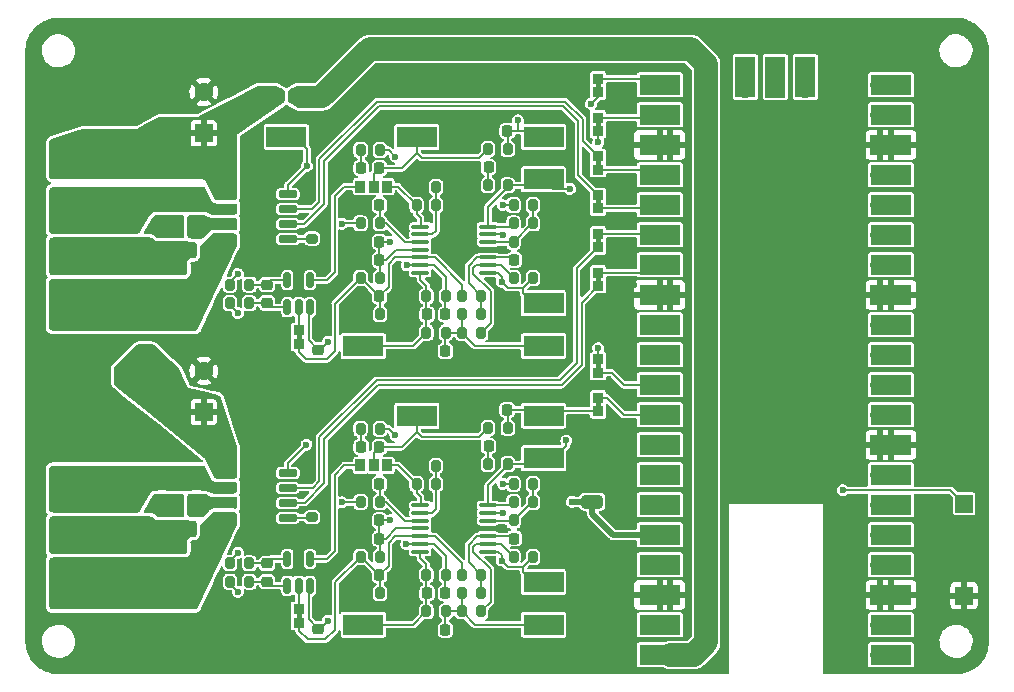
<source format=gtl>
G04 #@! TF.GenerationSoftware,KiCad,Pcbnew,(6.0.2)*
G04 #@! TF.CreationDate,2023-01-29T12:52:02-08:00*
G04 #@! TF.ProjectId,ripplecounter,72697070-6c65-4636-9f75-6e7465722e6b,rev?*
G04 #@! TF.SameCoordinates,Original*
G04 #@! TF.FileFunction,Copper,L1,Top*
G04 #@! TF.FilePolarity,Positive*
%FSLAX46Y46*%
G04 Gerber Fmt 4.6, Leading zero omitted, Abs format (unit mm)*
G04 Created by KiCad (PCBNEW (6.0.2)) date 2023-01-29 12:52:02*
%MOMM*%
%LPD*%
G01*
G04 APERTURE LIST*
G04 Aperture macros list*
%AMRoundRect*
0 Rectangle with rounded corners*
0 $1 Rounding radius*
0 $2 $3 $4 $5 $6 $7 $8 $9 X,Y pos of 4 corners*
0 Add a 4 corners polygon primitive as box body*
4,1,4,$2,$3,$4,$5,$6,$7,$8,$9,$2,$3,0*
0 Add four circle primitives for the rounded corners*
1,1,$1+$1,$2,$3*
1,1,$1+$1,$4,$5*
1,1,$1+$1,$6,$7*
1,1,$1+$1,$8,$9*
0 Add four rect primitives between the rounded corners*
20,1,$1+$1,$2,$3,$4,$5,0*
20,1,$1+$1,$4,$5,$6,$7,0*
20,1,$1+$1,$6,$7,$8,$9,0*
20,1,$1+$1,$8,$9,$2,$3,0*%
G04 Aperture macros list end*
G04 #@! TA.AperFunction,EtchedComponent*
%ADD10C,0.400000*%
G04 #@! TD*
G04 #@! TA.AperFunction,SMDPad,CuDef*
%ADD11RoundRect,0.150000X0.650000X0.150000X-0.650000X0.150000X-0.650000X-0.150000X0.650000X-0.150000X0*%
G04 #@! TD*
G04 #@! TA.AperFunction,ComponentPad*
%ADD12C,1.500000*%
G04 #@! TD*
G04 #@! TA.AperFunction,SMDPad,CuDef*
%ADD13R,2.410000X3.100000*%
G04 #@! TD*
G04 #@! TA.AperFunction,SMDPad,CuDef*
%ADD14R,0.950000X0.875000*%
G04 #@! TD*
G04 #@! TA.AperFunction,SMDPad,CuDef*
%ADD15RoundRect,0.200000X-0.200000X-0.275000X0.200000X-0.275000X0.200000X0.275000X-0.200000X0.275000X0*%
G04 #@! TD*
G04 #@! TA.AperFunction,SMDPad,CuDef*
%ADD16RoundRect,0.218750X0.218750X0.256250X-0.218750X0.256250X-0.218750X-0.256250X0.218750X-0.256250X0*%
G04 #@! TD*
G04 #@! TA.AperFunction,ComponentPad*
%ADD17C,2.000000*%
G04 #@! TD*
G04 #@! TA.AperFunction,SMDPad,CuDef*
%ADD18R,1.500000X1.500000*%
G04 #@! TD*
G04 #@! TA.AperFunction,SMDPad,CuDef*
%ADD19R,3.400000X1.800000*%
G04 #@! TD*
G04 #@! TA.AperFunction,SMDPad,CuDef*
%ADD20RoundRect,0.200000X0.200000X0.275000X-0.200000X0.275000X-0.200000X-0.275000X0.200000X-0.275000X0*%
G04 #@! TD*
G04 #@! TA.AperFunction,SMDPad,CuDef*
%ADD21RoundRect,0.225000X0.225000X0.250000X-0.225000X0.250000X-0.225000X-0.250000X0.225000X-0.250000X0*%
G04 #@! TD*
G04 #@! TA.AperFunction,SMDPad,CuDef*
%ADD22RoundRect,0.225000X-0.225000X-0.250000X0.225000X-0.250000X0.225000X0.250000X-0.225000X0.250000X0*%
G04 #@! TD*
G04 #@! TA.AperFunction,ComponentPad*
%ADD23R,1.600000X1.600000*%
G04 #@! TD*
G04 #@! TA.AperFunction,ComponentPad*
%ADD24C,1.600000*%
G04 #@! TD*
G04 #@! TA.AperFunction,SMDPad,CuDef*
%ADD25RoundRect,0.250000X1.425000X-0.362500X1.425000X0.362500X-1.425000X0.362500X-1.425000X-0.362500X0*%
G04 #@! TD*
G04 #@! TA.AperFunction,SMDPad,CuDef*
%ADD26RoundRect,0.250000X0.625000X-0.312500X0.625000X0.312500X-0.625000X0.312500X-0.625000X-0.312500X0*%
G04 #@! TD*
G04 #@! TA.AperFunction,SMDPad,CuDef*
%ADD27RoundRect,0.250000X-0.312500X-0.625000X0.312500X-0.625000X0.312500X0.625000X-0.312500X0.625000X0*%
G04 #@! TD*
G04 #@! TA.AperFunction,SMDPad,CuDef*
%ADD28RoundRect,0.200000X-0.275000X0.200000X-0.275000X-0.200000X0.275000X-0.200000X0.275000X0.200000X0*%
G04 #@! TD*
G04 #@! TA.AperFunction,SMDPad,CuDef*
%ADD29RoundRect,0.225000X0.250000X-0.225000X0.250000X0.225000X-0.250000X0.225000X-0.250000X-0.225000X0*%
G04 #@! TD*
G04 #@! TA.AperFunction,SMDPad,CuDef*
%ADD30R,1.700000X3.500000*%
G04 #@! TD*
G04 #@! TA.AperFunction,ComponentPad*
%ADD31O,1.700000X1.700000*%
G04 #@! TD*
G04 #@! TA.AperFunction,ComponentPad*
%ADD32R,1.700000X1.700000*%
G04 #@! TD*
G04 #@! TA.AperFunction,SMDPad,CuDef*
%ADD33R,3.500000X1.700000*%
G04 #@! TD*
G04 #@! TA.AperFunction,ComponentPad*
%ADD34R,2.400000X2.400000*%
G04 #@! TD*
G04 #@! TA.AperFunction,ComponentPad*
%ADD35C,2.400000*%
G04 #@! TD*
G04 #@! TA.AperFunction,SMDPad,CuDef*
%ADD36RoundRect,0.100000X-0.637500X-0.100000X0.637500X-0.100000X0.637500X0.100000X-0.637500X0.100000X0*%
G04 #@! TD*
G04 #@! TA.AperFunction,SMDPad,CuDef*
%ADD37RoundRect,0.250000X0.650000X-0.325000X0.650000X0.325000X-0.650000X0.325000X-0.650000X-0.325000X0*%
G04 #@! TD*
G04 #@! TA.AperFunction,SMDPad,CuDef*
%ADD38RoundRect,0.150000X-0.150000X0.512500X-0.150000X-0.512500X0.150000X-0.512500X0.150000X0.512500X0*%
G04 #@! TD*
G04 #@! TA.AperFunction,SMDPad,CuDef*
%ADD39R,0.875000X1.000000*%
G04 #@! TD*
G04 #@! TA.AperFunction,SMDPad,CuDef*
%ADD40R,0.875000X0.950000*%
G04 #@! TD*
G04 #@! TA.AperFunction,SMDPad,CuDef*
%ADD41RoundRect,0.225000X-0.250000X0.225000X-0.250000X-0.225000X0.250000X-0.225000X0.250000X0.225000X0*%
G04 #@! TD*
G04 #@! TA.AperFunction,ViaPad*
%ADD42C,0.600000*%
G04 #@! TD*
G04 #@! TA.AperFunction,Conductor*
%ADD43C,0.200000*%
G04 #@! TD*
G04 #@! TA.AperFunction,Conductor*
%ADD44C,2.000000*%
G04 #@! TD*
G04 #@! TA.AperFunction,Conductor*
%ADD45C,0.500000*%
G04 #@! TD*
G04 APERTURE END LIST*
D10*
X98700000Y-83075000D02*
X98700000Y-82825000D01*
X98700000Y-59350000D02*
X98700000Y-59100000D01*
X98700000Y-79575000D02*
X98700000Y-79825000D01*
X98700000Y-56067500D02*
X98700000Y-55817500D01*
X98700000Y-72230000D02*
X98700000Y-72480000D01*
X98700000Y-68947500D02*
X98700000Y-69197500D01*
X98700000Y-65915000D02*
X98700000Y-65665000D01*
X98700000Y-62632500D02*
X98700000Y-62382500D01*
X73350000Y-100725000D02*
X73350000Y-100975000D01*
X73350000Y-77125000D02*
X73350000Y-77375000D01*
D11*
X72415000Y-92540000D03*
X72415000Y-91270000D03*
X72415000Y-90000000D03*
X72415000Y-88730000D03*
X67115000Y-88730000D03*
X67115000Y-90000000D03*
X67115000Y-91270000D03*
X67115000Y-92540000D03*
D12*
X69765000Y-91385000D03*
D13*
X69765000Y-90635000D03*
D12*
X69765000Y-89885000D03*
D11*
X72415000Y-68940000D03*
X72415000Y-67670000D03*
X72415000Y-66400000D03*
X72415000Y-65130000D03*
X67115000Y-65130000D03*
X67115000Y-66400000D03*
X67115000Y-67670000D03*
X67115000Y-68940000D03*
D12*
X69765000Y-67785000D03*
D13*
X69765000Y-67035000D03*
D12*
X69765000Y-66285000D03*
D14*
X98700000Y-83512500D03*
X98700000Y-82387500D03*
X98700000Y-59787500D03*
X98700000Y-58662500D03*
X98700000Y-79137500D03*
X98700000Y-80262500D03*
X98700000Y-56505000D03*
X98700000Y-55380000D03*
X98700000Y-71792500D03*
X98700000Y-72917500D03*
X98700000Y-68510000D03*
X98700000Y-69635000D03*
X98700000Y-66352500D03*
X98700000Y-65227500D03*
X98700000Y-63070000D03*
X98700000Y-61945000D03*
D15*
X84158750Y-97368750D03*
X85808750Y-97368750D03*
D16*
X90996250Y-62860000D03*
X89421250Y-62860000D03*
D17*
X59215000Y-61550000D03*
D18*
X129680000Y-91350000D03*
X129680000Y-99150000D03*
D19*
X78808750Y-77990000D03*
X94088750Y-87498750D03*
D15*
X91533750Y-92775000D03*
X93183750Y-92775000D03*
D19*
X94088750Y-101590000D03*
D20*
X80233750Y-75318750D03*
X78583750Y-75318750D03*
D21*
X80183750Y-62950001D03*
X78633750Y-62950001D03*
X93133750Y-94300000D03*
X91583750Y-94300000D03*
D20*
X80233750Y-95843750D03*
X78583750Y-95843750D03*
D22*
X84208750Y-102025000D03*
X85758750Y-102025000D03*
D15*
X91533750Y-91225000D03*
X93183750Y-91225000D03*
D23*
X65300000Y-83596250D03*
D24*
X65300000Y-80096250D03*
D15*
X87158750Y-76868750D03*
X88808750Y-76868750D03*
D19*
X94088750Y-77990000D03*
D22*
X67440000Y-63200000D03*
X68990000Y-63200000D03*
D19*
X78808750Y-101590000D03*
D20*
X69170000Y-97952500D03*
X67520000Y-97952500D03*
D19*
X94088750Y-74390000D03*
D15*
X89383750Y-61320000D03*
X91033750Y-61320000D03*
D25*
X63015000Y-99462500D03*
X63015000Y-93537500D03*
D17*
X59215000Y-90500000D03*
X57950000Y-103600000D03*
D22*
X67440000Y-86800000D03*
X68990000Y-86800000D03*
D14*
X73350000Y-100287500D03*
X73350000Y-101412500D03*
D17*
X59215000Y-73900000D03*
D20*
X93183750Y-95850000D03*
X91533750Y-95850000D03*
D26*
X63015000Y-74362500D03*
X63015000Y-71437500D03*
D21*
X80183750Y-86550001D03*
X78633750Y-86550001D03*
D27*
X61765000Y-67800000D03*
X64690000Y-67800000D03*
D20*
X69170000Y-74352500D03*
X67520000Y-74352500D03*
D23*
X65300000Y-59996250D03*
D24*
X65300000Y-56496250D03*
D28*
X74490000Y-92500000D03*
X74490000Y-94150000D03*
D20*
X80233750Y-98918750D03*
X78583750Y-98918750D03*
D21*
X80183750Y-69168750D03*
X78633750Y-69168750D03*
D19*
X83348270Y-60313608D03*
D29*
X75000000Y-101925000D03*
X75000000Y-100375000D03*
D30*
X111160000Y-55225000D03*
D31*
X111160000Y-56125000D03*
D32*
X113700000Y-56125000D03*
D30*
X113700000Y-55225000D03*
X116240000Y-55225000D03*
D31*
X116240000Y-56125000D03*
D33*
X103910000Y-104155000D03*
D31*
X104810000Y-104155000D03*
D33*
X103910000Y-101615000D03*
D31*
X104810000Y-101615000D03*
D33*
X103910000Y-99075000D03*
D32*
X104810000Y-99075000D03*
D31*
X104810000Y-96535000D03*
D33*
X103910000Y-96535000D03*
D31*
X104810000Y-93995000D03*
D33*
X103910000Y-93995000D03*
D31*
X104810000Y-91455000D03*
D33*
X103910000Y-91455000D03*
X103910000Y-88915000D03*
D31*
X104810000Y-88915000D03*
D32*
X104810000Y-86375000D03*
D33*
X103910000Y-86375000D03*
D31*
X104810000Y-83835000D03*
D33*
X103910000Y-83835000D03*
X103910000Y-81295000D03*
D31*
X104810000Y-81295000D03*
D33*
X103910000Y-78755000D03*
D31*
X104810000Y-78755000D03*
X104810000Y-76215000D03*
D33*
X103910000Y-76215000D03*
X103910000Y-73675000D03*
D32*
X104810000Y-73675000D03*
D33*
X103910000Y-71135000D03*
D31*
X104810000Y-71135000D03*
X104810000Y-68595000D03*
D33*
X103910000Y-68595000D03*
X103910000Y-66055000D03*
D31*
X104810000Y-66055000D03*
D33*
X103910000Y-63515000D03*
D31*
X104810000Y-63515000D03*
D32*
X104810000Y-60975000D03*
D33*
X103910000Y-60975000D03*
X103910000Y-58435000D03*
D31*
X104810000Y-58435000D03*
D33*
X103910000Y-55895000D03*
D31*
X104810000Y-55895000D03*
D33*
X123490000Y-55895000D03*
D31*
X122590000Y-55895000D03*
D33*
X123490000Y-58435000D03*
D31*
X122590000Y-58435000D03*
D32*
X122590000Y-60975000D03*
D33*
X123490000Y-60975000D03*
X123490000Y-63515000D03*
D31*
X122590000Y-63515000D03*
X122590000Y-66055000D03*
D33*
X123490000Y-66055000D03*
X123490000Y-68595000D03*
D31*
X122590000Y-68595000D03*
X122590000Y-71135000D03*
D33*
X123490000Y-71135000D03*
X123490000Y-73675000D03*
D32*
X122590000Y-73675000D03*
D31*
X122590000Y-76215000D03*
D33*
X123490000Y-76215000D03*
D31*
X122590000Y-78755000D03*
D33*
X123490000Y-78755000D03*
D31*
X122590000Y-81295000D03*
D33*
X123490000Y-81295000D03*
X123490000Y-83835000D03*
D31*
X122590000Y-83835000D03*
D33*
X123490000Y-86375000D03*
D32*
X122590000Y-86375000D03*
D33*
X123490000Y-88915000D03*
D31*
X122590000Y-88915000D03*
X122590000Y-91455000D03*
D33*
X123490000Y-91455000D03*
X123490000Y-93995000D03*
D31*
X122590000Y-93995000D03*
D33*
X123490000Y-96535000D03*
D31*
X122590000Y-96535000D03*
D33*
X123490000Y-99075000D03*
D32*
X122590000Y-99075000D03*
D31*
X122590000Y-101615000D03*
D33*
X123490000Y-101615000D03*
X123490000Y-104155000D03*
D31*
X122590000Y-104155000D03*
D15*
X91533750Y-69175000D03*
X93183750Y-69175000D03*
D21*
X85758750Y-98925000D03*
X84208750Y-98925000D03*
D15*
X87158750Y-98925000D03*
X88808750Y-98925000D03*
X87158750Y-75325000D03*
X88808750Y-75325000D03*
D34*
X53615000Y-58050000D03*
D35*
X53615000Y-61550000D03*
D15*
X91533750Y-66075000D03*
X93183750Y-66075000D03*
X83323270Y-66073608D03*
X84973270Y-66073608D03*
D21*
X80183750Y-92768750D03*
X78633750Y-92768750D03*
D19*
X83348270Y-83913608D03*
D36*
X83646250Y-91500000D03*
X83646250Y-92150000D03*
X83646250Y-92800000D03*
X83646250Y-93450000D03*
X83646250Y-94100000D03*
X83646250Y-94750000D03*
X83646250Y-95400000D03*
X89371250Y-95400000D03*
X89371250Y-94750000D03*
X89371250Y-94100000D03*
X89371250Y-93450000D03*
X89371250Y-92800000D03*
X89371250Y-92150000D03*
X89371250Y-91500000D03*
D15*
X84158750Y-73768750D03*
X85808750Y-73768750D03*
D19*
X94088750Y-97990000D03*
D16*
X90996250Y-86460000D03*
X89421250Y-86460000D03*
D25*
X63015000Y-75862500D03*
X63015000Y-69937500D03*
D37*
X98200000Y-88250000D03*
X98200000Y-91200000D03*
D20*
X69170000Y-96402500D03*
X67520000Y-96402500D03*
D21*
X80183750Y-70706250D03*
X78633750Y-70706250D03*
D19*
X94088750Y-63898750D03*
D22*
X89443750Y-59790000D03*
X90993750Y-59790000D03*
D20*
X91033750Y-64400000D03*
X89383750Y-64400000D03*
D22*
X78633750Y-73781250D03*
X80183750Y-73781250D03*
D20*
X91033750Y-88000000D03*
X89383750Y-88000000D03*
D21*
X85758750Y-75325000D03*
X84208750Y-75325000D03*
X80183750Y-66068750D03*
X78633750Y-66068750D03*
D15*
X84158750Y-76868750D03*
X85808750Y-76868750D03*
D21*
X80183750Y-89668750D03*
X78633750Y-89668750D03*
D26*
X63015000Y-97962500D03*
X63015000Y-95037500D03*
D29*
X75000000Y-76775000D03*
X75000000Y-78325000D03*
D21*
X80183750Y-94306250D03*
X78633750Y-94306250D03*
D38*
X74285000Y-72432500D03*
X73335000Y-72432500D03*
X72385000Y-72432500D03*
X72385000Y-74707500D03*
X73335000Y-74707500D03*
X74285000Y-74707500D03*
D20*
X80233750Y-72243750D03*
X78583750Y-72243750D03*
D17*
X59215000Y-58050000D03*
D21*
X93133750Y-70700000D03*
X91583750Y-70700000D03*
D14*
X73350000Y-76687500D03*
X73350000Y-77812500D03*
D15*
X78583750Y-61400000D03*
X80233750Y-61400000D03*
D39*
X80823750Y-64510000D03*
X79698750Y-64510000D03*
X78573750Y-64510000D03*
D22*
X89443750Y-83390000D03*
X90993750Y-83390000D03*
D20*
X69170000Y-72802500D03*
X67520000Y-72802500D03*
D22*
X78633750Y-97381250D03*
X80183750Y-97381250D03*
D17*
X59215000Y-66900000D03*
D28*
X74490000Y-68900000D03*
X74490000Y-70550000D03*
D19*
X94088750Y-60290000D03*
D17*
X66850000Y-103600000D03*
D40*
X72862500Y-56850000D03*
X71737500Y-56850000D03*
D27*
X61765000Y-91400000D03*
X64690000Y-91400000D03*
D15*
X83323270Y-89673608D03*
X84973270Y-89673608D03*
X91533750Y-89675000D03*
X93183750Y-89675000D03*
D20*
X84973270Y-64533608D03*
X83323270Y-64533608D03*
D15*
X78583750Y-85000000D03*
X80233750Y-85000000D03*
D20*
X88808750Y-97370000D03*
X87158750Y-97370000D03*
D34*
X53615000Y-90500000D03*
D35*
X53615000Y-94000000D03*
X53615000Y-97500000D03*
D20*
X80233750Y-67618750D03*
X78583750Y-67618750D03*
D38*
X74285000Y-96032500D03*
X73335000Y-96032500D03*
X72385000Y-96032500D03*
X72385000Y-98307500D03*
X73335000Y-98307500D03*
X74285000Y-98307500D03*
D17*
X59215000Y-70400000D03*
D39*
X80823750Y-88110000D03*
X79698750Y-88110000D03*
X78573750Y-88110000D03*
D41*
X70645000Y-72802500D03*
X70645000Y-74352500D03*
D17*
X59215000Y-97500000D03*
D20*
X84973270Y-88133608D03*
X83323270Y-88133608D03*
D22*
X84208750Y-78425000D03*
X85758750Y-78425000D03*
D19*
X94088750Y-83890000D03*
D15*
X91533750Y-67625000D03*
X93183750Y-67625000D03*
D20*
X88808750Y-73770000D03*
X87158750Y-73770000D03*
X80233750Y-91218750D03*
X78583750Y-91218750D03*
D34*
X53615000Y-66900000D03*
D35*
X53615000Y-70400000D03*
X53615000Y-73900000D03*
D15*
X84158750Y-100468750D03*
X85808750Y-100468750D03*
D17*
X59215000Y-94000000D03*
D15*
X89383750Y-84920000D03*
X91033750Y-84920000D03*
D20*
X93183750Y-72250000D03*
X91533750Y-72250000D03*
D41*
X70645000Y-96402500D03*
X70645000Y-97952500D03*
D19*
X72300000Y-60300000D03*
D36*
X83646250Y-67900000D03*
X83646250Y-68550000D03*
X83646250Y-69200000D03*
X83646250Y-69850000D03*
X83646250Y-70500000D03*
X83646250Y-71150000D03*
X83646250Y-71800000D03*
X89371250Y-71800000D03*
X89371250Y-71150000D03*
X89371250Y-70500000D03*
X89371250Y-69850000D03*
X89371250Y-69200000D03*
X89371250Y-68550000D03*
X89371250Y-67900000D03*
D15*
X87158750Y-100468750D03*
X88808750Y-100468750D03*
D42*
X127084235Y-102133268D03*
X127631124Y-105100000D03*
X119650000Y-104050000D03*
X118400000Y-98688212D03*
X118400000Y-93602748D03*
X116027081Y-90650000D03*
X110941617Y-90650000D03*
X109750500Y-86755653D03*
X113555227Y-85770148D03*
X79665975Y-103390500D03*
X120839500Y-91636081D03*
X120839500Y-96656502D03*
X126140500Y-94316495D03*
X128029500Y-91248929D03*
X131100000Y-93269280D03*
X131100000Y-98354744D03*
X131011709Y-102378118D03*
X64581834Y-101297503D03*
X67963796Y-99983101D03*
X71974500Y-100453093D03*
X53185556Y-105092335D03*
X74762612Y-103850500D03*
X96550839Y-102970311D03*
X101259500Y-101911561D03*
X96689250Y-98774437D03*
X97190539Y-92755691D03*
X101329764Y-95204018D03*
X56650000Y-58700000D03*
X99337134Y-105100000D03*
X94190062Y-105100000D03*
X89042990Y-105100000D03*
X83895918Y-105100000D03*
X68454702Y-105100000D03*
X63307630Y-105100000D03*
X58160558Y-105100000D03*
X54287742Y-101300000D03*
X59434814Y-101300000D03*
X109050000Y-105100000D03*
X127037982Y-52235303D03*
X129911033Y-54893425D03*
X131100000Y-61174211D03*
X131100000Y-66204962D03*
X131100000Y-71235713D03*
X131100000Y-76266464D03*
X131100000Y-81297215D03*
X54995727Y-52334870D03*
X131100000Y-86327966D03*
X129815681Y-89699500D03*
X126140500Y-88014142D03*
X110883088Y-57875500D03*
X118650832Y-88035911D03*
X111536275Y-80921354D03*
X109750500Y-76630295D03*
X109750500Y-71599544D03*
X109750500Y-66568793D03*
X109750500Y-61538042D03*
X105707786Y-50949500D03*
X115849297Y-57875500D03*
X117990500Y-54606535D03*
X114643349Y-52578362D03*
X109702425Y-52803521D03*
X100677035Y-50949500D03*
X95646284Y-50949500D03*
X90615533Y-50949500D03*
X85584782Y-50949500D03*
X80554031Y-50949500D03*
X76358521Y-53153765D03*
X72239047Y-55273172D03*
X70954760Y-50900000D03*
X67482198Y-56072176D03*
X62866341Y-57950000D03*
X51265000Y-63275285D03*
X51217084Y-68247163D03*
X51215000Y-73238639D03*
X52349718Y-77685444D03*
X55268427Y-80287223D03*
X59067163Y-83580168D03*
X62976168Y-86746892D03*
X59083401Y-87150000D03*
X54052650Y-87150000D03*
X51215000Y-89907666D03*
X51215000Y-94918756D03*
X51215000Y-99929848D03*
X50900000Y-86149113D03*
X120839500Y-66718302D03*
X50900000Y-81118362D03*
X50900000Y-55964607D03*
X60893258Y-50900000D03*
X65924009Y-50900000D03*
X121262270Y-50900000D03*
X126140500Y-80630739D03*
X126140500Y-75441835D03*
X120839500Y-79419241D03*
X126140500Y-67931682D03*
X126140500Y-62742775D03*
X122510013Y-54144500D03*
X120839500Y-58128963D03*
X84700000Y-79400000D03*
X126140500Y-56201023D03*
X100087906Y-84465327D03*
X101259500Y-88664222D03*
X100387500Y-92760447D03*
X97642838Y-89724500D03*
X97180404Y-86219976D03*
X68724589Y-76286683D03*
X73008012Y-62105565D03*
X71974500Y-77580115D03*
X75500933Y-80100020D03*
X80414840Y-79790500D03*
X87563007Y-78689628D03*
X74171613Y-85156611D03*
X68050000Y-81600000D03*
X62000000Y-77550000D03*
X77315339Y-85564216D03*
X92224099Y-85675391D03*
X83800000Y-82150000D03*
X79428507Y-83798270D03*
X100761691Y-82295501D03*
X97363034Y-80982415D03*
X79428507Y-60198270D03*
X101750194Y-72794199D03*
X101287674Y-79835332D03*
X91797972Y-79578276D03*
X99700500Y-76191789D03*
X91488250Y-74211197D03*
X101266242Y-69567584D03*
X97324500Y-66844137D03*
X101298034Y-67462585D03*
X101450000Y-60950000D03*
X101259500Y-64419137D03*
X92050000Y-62200000D03*
X77349392Y-62069019D03*
X95999500Y-62122528D03*
X89550000Y-58600000D03*
X76108912Y-58598301D03*
X79862631Y-55025082D03*
X84945721Y-54750500D03*
X90142546Y-54750500D03*
X95339371Y-54750500D03*
X72530458Y-58499500D03*
X101259500Y-56799137D03*
X92350000Y-82150000D03*
X83850000Y-58500000D03*
X70150000Y-62400000D03*
X70150000Y-86050000D03*
X68750000Y-62100000D03*
X68600000Y-85750000D03*
X70900000Y-91900000D03*
X70750000Y-90650000D03*
X70900000Y-89400000D03*
X68650000Y-89400000D03*
X68750000Y-90650000D03*
X68650000Y-91900000D03*
X68750000Y-67050000D03*
X70900000Y-65800000D03*
X70750000Y-67050000D03*
X68650000Y-65800000D03*
X70900000Y-68300000D03*
X68650000Y-68300000D03*
X119400000Y-90200000D03*
X60700000Y-78350000D03*
X54600000Y-63550000D03*
X58154416Y-80895584D03*
X59002944Y-80047056D03*
X59851472Y-79198528D03*
X59886827Y-78385355D03*
X59038299Y-79233883D03*
X58189771Y-80082412D03*
X58800000Y-63550000D03*
X57750000Y-63550000D03*
X56700000Y-63550000D03*
X55650000Y-63550000D03*
X74450000Y-65000000D03*
X74450000Y-88600000D03*
X75750000Y-66850000D03*
X75750000Y-90500000D03*
X75550000Y-93350000D03*
X75550000Y-69750000D03*
X70950000Y-88550000D03*
X71300000Y-87800000D03*
X69350000Y-88550000D03*
X68750000Y-87950000D03*
X70150000Y-87500000D03*
X70150000Y-88300000D03*
X70150000Y-64700000D03*
X70150000Y-63900000D03*
X70950000Y-64950000D03*
X71300000Y-64200000D03*
X77600000Y-75450000D03*
X83131250Y-74518750D03*
X82500000Y-73200000D03*
X77600000Y-74200000D03*
X81131250Y-76318750D03*
X82931250Y-77018750D03*
X81550000Y-66850000D03*
X81550000Y-90450000D03*
X69900000Y-69150000D03*
X69900000Y-69950000D03*
X68750000Y-64350000D03*
X71450000Y-70750000D03*
X68250000Y-70750000D03*
X69350000Y-64950000D03*
X69000000Y-69250000D03*
X68600000Y-70000000D03*
X69900000Y-70750000D03*
X70800000Y-69250000D03*
X71100000Y-70000000D03*
X96000000Y-86000000D03*
X96300000Y-64700000D03*
X91900000Y-58900000D03*
X98700000Y-78200000D03*
X96499998Y-91200000D03*
X98100000Y-57499500D03*
X98700000Y-60750000D03*
X90631250Y-92168750D03*
X90531250Y-96168750D03*
X69900000Y-94350000D03*
X71450000Y-94350000D03*
X69000000Y-92850000D03*
X69900000Y-92750000D03*
X70800000Y-92850000D03*
X68600000Y-93600000D03*
X69900000Y-93550000D03*
X76999500Y-91218750D03*
X65765000Y-91100000D03*
X68250000Y-94350000D03*
X71100000Y-93600000D03*
X81531250Y-85568750D03*
X82450000Y-94750000D03*
X61700000Y-95050000D03*
X68200000Y-95500000D03*
X61700000Y-98000000D03*
X68200000Y-98800000D03*
X77581250Y-91968750D03*
X86031250Y-90518750D03*
X94181250Y-95068750D03*
X77581250Y-90468750D03*
X75000000Y-99400000D03*
X60800000Y-91700000D03*
X71300000Y-99100000D03*
X80831250Y-83868750D03*
X88031250Y-93468750D03*
X66500000Y-98300000D03*
X87931250Y-91418750D03*
X88831250Y-89118750D03*
X85831250Y-84818750D03*
X83081250Y-102368750D03*
X77581250Y-88868750D03*
X91581250Y-102468750D03*
X77600000Y-97800000D03*
X81131250Y-99918750D03*
X63300000Y-91500000D03*
X88381250Y-84168750D03*
X62700000Y-90900000D03*
X75000000Y-97200000D03*
X86881250Y-94918750D03*
X77581250Y-93518750D03*
X88281250Y-86468750D03*
X77581250Y-95068750D03*
X77600000Y-99050000D03*
X89931250Y-100768750D03*
X94181250Y-93518750D03*
X69900000Y-95400000D03*
X83331250Y-87000000D03*
X82500000Y-96800000D03*
X86931250Y-101668750D03*
X92331250Y-99718750D03*
X82931250Y-100618750D03*
X90431250Y-97318750D03*
X73345000Y-94952500D03*
X62700000Y-92100000D03*
X94181250Y-92018750D03*
X85131250Y-93068750D03*
X83131250Y-98118750D03*
X74000000Y-86350000D03*
X90631250Y-89668750D03*
X81050000Y-92763750D03*
X75800000Y-101250000D03*
X75800000Y-77650000D03*
X81083750Y-69163750D03*
X90631250Y-66068750D03*
X74050000Y-62750000D03*
X85131250Y-69468750D03*
X94181250Y-68418750D03*
X62700000Y-68500000D03*
X73345000Y-71352500D03*
X91950000Y-76118750D03*
X83300000Y-63400000D03*
X69900000Y-71800000D03*
X94181250Y-69918750D03*
X89881750Y-77158051D03*
X77581250Y-71468750D03*
X88281250Y-62868750D03*
X77581250Y-69918750D03*
X86881250Y-71318750D03*
X75000000Y-73600000D03*
X62700000Y-67300000D03*
X88381250Y-60568750D03*
X63300000Y-67900000D03*
X77581250Y-65268750D03*
X85831250Y-61218750D03*
X88831250Y-65518750D03*
X87931250Y-67818750D03*
X66500000Y-74700000D03*
X88031250Y-69868750D03*
X80831250Y-60268750D03*
X71300000Y-75500000D03*
X60800000Y-68100000D03*
X75000000Y-75800000D03*
X77581250Y-66868750D03*
X94181250Y-71468750D03*
X86031250Y-66918750D03*
X77581250Y-68368750D03*
X68200000Y-75200000D03*
X61700000Y-74400000D03*
X68200000Y-71900000D03*
X61700000Y-71450000D03*
X82500000Y-71153750D03*
X81531250Y-61968750D03*
X65765000Y-67500000D03*
X77000000Y-67650000D03*
X90531250Y-72568750D03*
X90631250Y-68568750D03*
D43*
X76999500Y-91218750D02*
X78583750Y-91218750D01*
X77215000Y-88110000D02*
X78573750Y-88110000D01*
X76400000Y-95345000D02*
X76400000Y-88925000D01*
X76400000Y-88925000D02*
X77215000Y-88110000D01*
X75712500Y-96032500D02*
X76400000Y-95345000D01*
X74285000Y-96032500D02*
X75712500Y-96032500D01*
X77031250Y-67618750D02*
X78583750Y-67618750D01*
X77000000Y-67650000D02*
X77031250Y-67618750D01*
X76400000Y-65325000D02*
X77215000Y-64510000D01*
X75712500Y-72432500D02*
X76400000Y-71745000D01*
X77215000Y-64510000D02*
X78573750Y-64510000D01*
X74285000Y-72432500D02*
X75712500Y-72432500D01*
X76400000Y-71745000D02*
X76400000Y-65325000D01*
X98700000Y-56899500D02*
X98100000Y-57499500D01*
X98700000Y-56505000D02*
X98700000Y-56899500D01*
X98700000Y-60750000D02*
X98700000Y-59787500D01*
X73050000Y-60300000D02*
X72300000Y-60300000D01*
X74050000Y-61300000D02*
X73050000Y-60300000D01*
X74050000Y-62750000D02*
X74050000Y-61300000D01*
X72415000Y-64385000D02*
X72415000Y-65130000D01*
X74050000Y-62750000D02*
X72415000Y-64385000D01*
X72415000Y-87935000D02*
X72415000Y-88730000D01*
X74000000Y-86350000D02*
X72415000Y-87935000D01*
D44*
X107850000Y-54150000D02*
X106550000Y-52850000D01*
X107850000Y-103100000D02*
X107850000Y-54150000D01*
X79350000Y-52850000D02*
X75350000Y-56850000D01*
X106795000Y-104155000D02*
X107850000Y-103100000D01*
X104810000Y-104155000D02*
X106795000Y-104155000D01*
X106550000Y-52850000D02*
X79350000Y-52850000D01*
D43*
X74542503Y-90000000D02*
X72415000Y-90000000D01*
X75100480Y-89442023D02*
X74542503Y-90000000D01*
X75100480Y-85734526D02*
X75100480Y-89442023D01*
X95434517Y-80900489D02*
X79934516Y-80900490D01*
X96900000Y-79435006D02*
X95434517Y-80900489D01*
X96900000Y-71435000D02*
X96900000Y-79435006D01*
X98700000Y-69635000D02*
X96900000Y-71435000D01*
X97299511Y-74317989D02*
X98700000Y-72917500D01*
X97299511Y-79600488D02*
X97299511Y-74317989D01*
X75500000Y-89607496D02*
X75500000Y-85900000D01*
X72415000Y-91270000D02*
X73837496Y-91270000D01*
X79934516Y-80900490D02*
X75100480Y-85734526D01*
X75500000Y-85900000D02*
X80100000Y-81300000D01*
X95600000Y-81300000D02*
X97299511Y-79600488D01*
X80100000Y-81300000D02*
X95600000Y-81300000D01*
X73837496Y-91270000D02*
X75500000Y-89607496D01*
X74500000Y-66400000D02*
X72415000Y-66400000D01*
X75100489Y-62199511D02*
X75100489Y-65799511D01*
X79999520Y-57300480D02*
X75100489Y-62199511D01*
X95900480Y-57300480D02*
X79999520Y-57300480D01*
X97399520Y-58799520D02*
X95900480Y-57300480D01*
X97399520Y-60644520D02*
X97399520Y-58799520D01*
X98700000Y-61945000D02*
X97399520Y-60644520D01*
X97000000Y-63527500D02*
X98700000Y-65227500D01*
X75100489Y-65799511D02*
X74500000Y-66400000D01*
X80164994Y-57700000D02*
X95734994Y-57700000D01*
X75500000Y-62364994D02*
X80164994Y-57700000D01*
X75500000Y-65964993D02*
X75500000Y-62364994D01*
X97000000Y-58965006D02*
X97000000Y-63527500D01*
X72415000Y-67670000D02*
X73794993Y-67670000D01*
X73794993Y-67670000D02*
X75500000Y-65964993D01*
X95734994Y-57700000D02*
X97000000Y-58965006D01*
X85808750Y-73768750D02*
X85808750Y-72150000D01*
X83646250Y-70500000D02*
X84858750Y-70500000D01*
X84808750Y-71150000D02*
X83646250Y-71150000D01*
X84858750Y-70500000D02*
X87158750Y-72800000D01*
X87158750Y-72800000D02*
X87158750Y-73770000D01*
X85808750Y-72150000D02*
X84808750Y-71150000D01*
X82503750Y-71150000D02*
X82500000Y-71153750D01*
X83646250Y-71150000D02*
X82503750Y-71150000D01*
X83646250Y-94750000D02*
X82450000Y-94750000D01*
X81045000Y-92768750D02*
X81050000Y-92763750D01*
X80183750Y-92768750D02*
X81045000Y-92768750D01*
D45*
X98200000Y-91200000D02*
X96499998Y-91200000D01*
D43*
X119400000Y-90200000D02*
X128530000Y-90200000D01*
X128530000Y-90200000D02*
X129680000Y-91350000D01*
X91890000Y-58910000D02*
X91900000Y-58900000D01*
X91890000Y-59790000D02*
X91890000Y-58910000D01*
X91890000Y-59790000D02*
X90993750Y-59790000D01*
X93588750Y-59790000D02*
X91890000Y-59790000D01*
X94890000Y-64700000D02*
X96300000Y-64700000D01*
X94088750Y-63898750D02*
X94890000Y-64700000D01*
X96000000Y-86500000D02*
X96000000Y-86000000D01*
X95001250Y-87498750D02*
X96000000Y-86500000D01*
X94088750Y-87498750D02*
X95001250Y-87498750D01*
X98700000Y-79137500D02*
X98700000Y-78200000D01*
X98700000Y-71792500D02*
X104152500Y-71792500D01*
X104152500Y-71792500D02*
X104810000Y-71135000D01*
X98700000Y-68510000D02*
X104725000Y-68510000D01*
X104725000Y-68510000D02*
X104810000Y-68595000D01*
D45*
X99995000Y-93995000D02*
X98200000Y-92200000D01*
X98200000Y-92200000D02*
X98200000Y-91200000D01*
X104810000Y-93995000D02*
X99995000Y-93995000D01*
D43*
X98687500Y-83500000D02*
X98700000Y-83512500D01*
X94478750Y-83500000D02*
X98687500Y-83500000D01*
X94088750Y-83890000D02*
X94478750Y-83500000D01*
X104805000Y-81300000D02*
X104810000Y-81295000D01*
X99862500Y-80262500D02*
X100900000Y-81300000D01*
X100900000Y-81300000D02*
X104805000Y-81300000D01*
X98700000Y-80262500D02*
X99862500Y-80262500D01*
X100872500Y-83835000D02*
X104810000Y-83835000D01*
X99425000Y-82387500D02*
X100872500Y-83835000D01*
X98700000Y-82387500D02*
X99425000Y-82387500D01*
X104512500Y-66352500D02*
X104810000Y-66055000D01*
X98700000Y-66352500D02*
X104512500Y-66352500D01*
X104365000Y-63070000D02*
X104810000Y-63515000D01*
X98700000Y-63070000D02*
X104365000Y-63070000D01*
X104582500Y-58662500D02*
X98700000Y-58662500D01*
X104810000Y-58435000D02*
X104582500Y-58662500D01*
X104295000Y-55380000D02*
X98700000Y-55380000D01*
X104810000Y-55895000D02*
X104295000Y-55380000D01*
X88280000Y-77990000D02*
X94088750Y-77990000D01*
X83037500Y-77990000D02*
X78808750Y-77990000D01*
X75125000Y-101925000D02*
X75000000Y-101925000D01*
X75800000Y-101250000D02*
X75125000Y-101925000D01*
X75125000Y-78325000D02*
X75000000Y-78325000D01*
X75800000Y-77650000D02*
X75125000Y-78325000D01*
X73949520Y-79099520D02*
X73350000Y-78500000D01*
X75750480Y-79099520D02*
X73949520Y-79099520D01*
X73350000Y-78500000D02*
X73350000Y-77812500D01*
X76424511Y-74402989D02*
X76424511Y-78425489D01*
X78583750Y-72243750D02*
X76424511Y-74402989D01*
X76424511Y-78425489D02*
X75750480Y-79099520D01*
X93183750Y-91225000D02*
X93183750Y-89675000D01*
X93083750Y-91225000D02*
X91533750Y-92775000D01*
X89371250Y-92800000D02*
X91508750Y-92800000D01*
X93183750Y-91225000D02*
X93083750Y-91225000D01*
X91508750Y-92800000D02*
X91533750Y-92775000D01*
X90531250Y-96168750D02*
X91037500Y-96675000D01*
X90612500Y-92150000D02*
X90631250Y-92168750D01*
X92358750Y-96675000D02*
X92358750Y-97130000D01*
X89371250Y-92150000D02*
X90612500Y-92150000D01*
X93183750Y-95850000D02*
X92358750Y-96675000D01*
X90208750Y-95400000D02*
X89371250Y-95400000D01*
X90531250Y-96168750D02*
X90531250Y-95722500D01*
X92358750Y-97130000D02*
X93397500Y-98168750D01*
X93397500Y-98168750D02*
X94083750Y-98168750D01*
X90531250Y-95722500D02*
X90208750Y-95400000D01*
X91037500Y-96675000D02*
X92358750Y-96675000D01*
X90433750Y-94750000D02*
X91533750Y-95850000D01*
X89371250Y-94750000D02*
X90433750Y-94750000D01*
X88133750Y-95465006D02*
X88133750Y-94990006D01*
X88373756Y-94750000D02*
X89371250Y-94750000D01*
X89583750Y-99693750D02*
X89583750Y-96915006D01*
X89583750Y-96915006D02*
X88133750Y-95465006D01*
X88808750Y-100468750D02*
X89583750Y-99693750D01*
X88133750Y-94990006D02*
X88373756Y-94750000D01*
X84658750Y-92150000D02*
X84973270Y-91835480D01*
X83646250Y-92150000D02*
X84658750Y-92150000D01*
X84973270Y-89673608D02*
X84973270Y-88133608D01*
X84973270Y-91835480D02*
X84973270Y-89673608D01*
X87734230Y-94824520D02*
X87734230Y-96295480D01*
X88458750Y-94100000D02*
X87734230Y-94824520D01*
X88808750Y-98925000D02*
X88808750Y-97370000D01*
X91383750Y-94100000D02*
X91583750Y-94300000D01*
X89371250Y-94100000D02*
X91383750Y-94100000D01*
X87734230Y-96295480D02*
X88808750Y-97370000D01*
X89371250Y-94100000D02*
X88458750Y-94100000D01*
X84158750Y-100468750D02*
X83037500Y-101590000D01*
X84158750Y-100468750D02*
X84158750Y-98975000D01*
X83646250Y-95987500D02*
X84158750Y-96500000D01*
X84158750Y-98975000D02*
X84208750Y-98925000D01*
X84158750Y-96500000D02*
X84158750Y-97368750D01*
X84158750Y-98875000D02*
X84158750Y-97368750D01*
X83646250Y-95400000D02*
X83646250Y-95987500D01*
X83037500Y-101590000D02*
X78808750Y-101590000D01*
X84208750Y-98925000D02*
X84158750Y-98875000D01*
X80962500Y-85000000D02*
X81531250Y-85568750D01*
X84808750Y-94750000D02*
X83646250Y-94750000D01*
X85758750Y-98925000D02*
X85758750Y-97418750D01*
X85808750Y-97368750D02*
X85808750Y-95750000D01*
X85808750Y-95750000D02*
X84808750Y-94750000D01*
X80233750Y-85000000D02*
X80962500Y-85000000D01*
X85758750Y-97418750D02*
X85808750Y-97368750D01*
X81759662Y-88110000D02*
X83323270Y-89673608D01*
X83658270Y-91487980D02*
X83658270Y-90753608D01*
X80823750Y-88110000D02*
X81759662Y-88110000D01*
X83658270Y-90753608D02*
X83323270Y-90418608D01*
X83323270Y-90418608D02*
X83323270Y-89673608D01*
X83646250Y-91500000D02*
X83658270Y-91487980D01*
X67520000Y-96180000D02*
X68200000Y-95500000D01*
X67520000Y-96402500D02*
X67520000Y-96180000D01*
X85758750Y-100518750D02*
X85808750Y-100468750D01*
X88280000Y-101590000D02*
X94088750Y-101590000D01*
X85758750Y-102025000D02*
X85758750Y-100518750D01*
X85808750Y-100468750D02*
X87158750Y-100468750D01*
X87158750Y-100468750D02*
X87158750Y-98925000D01*
X87158750Y-100468750D02*
X88280000Y-101590000D01*
X71000000Y-98307500D02*
X70645000Y-97952500D01*
X69170000Y-97952500D02*
X70645000Y-97952500D01*
X72385000Y-98307500D02*
X71000000Y-98307500D01*
X69170000Y-96402500D02*
X70645000Y-96402500D01*
X72385000Y-96032500D02*
X71015000Y-96032500D01*
X71015000Y-96032500D02*
X70645000Y-96402500D01*
X67520000Y-98120000D02*
X68200000Y-98800000D01*
X67520000Y-97952500D02*
X67520000Y-98120000D01*
X89383750Y-86617500D02*
X89421250Y-86580000D01*
X89383750Y-88120000D02*
X89383750Y-86617500D01*
X78633750Y-86550001D02*
X78633750Y-85050000D01*
X78633750Y-85050000D02*
X78583750Y-85000000D01*
X79698750Y-88110000D02*
X79698750Y-87035001D01*
X83762790Y-85673750D02*
X83348270Y-85259230D01*
X79698750Y-87035001D02*
X80183750Y-86550001D01*
X83348270Y-85259230D02*
X83348270Y-83913608D01*
X89383750Y-84920000D02*
X89383750Y-84923750D01*
X89383750Y-84923750D02*
X88633750Y-85673750D01*
X88633750Y-85673750D02*
X83762790Y-85673750D01*
X80183750Y-86550001D02*
X82057499Y-86550001D01*
X82057499Y-86550001D02*
X83348270Y-85259230D01*
X80233750Y-91218750D02*
X80233750Y-89718750D01*
X83646250Y-92800000D02*
X82350000Y-92800000D01*
X80233750Y-89718750D02*
X80183750Y-89668750D01*
X80768750Y-91218750D02*
X80233750Y-91218750D01*
X82350000Y-92800000D02*
X80768750Y-91218750D01*
X72415000Y-92540000D02*
X74450000Y-92540000D01*
X74450000Y-92540000D02*
X74490000Y-92500000D01*
X80233750Y-97431250D02*
X80183750Y-97381250D01*
X80958270Y-96606730D02*
X80958270Y-94640486D01*
X81498756Y-94100000D02*
X83646250Y-94100000D01*
X80183750Y-97381250D02*
X80958270Y-96606730D01*
X78583750Y-95843750D02*
X78646250Y-95843750D01*
X84858750Y-94100000D02*
X87158750Y-96400000D01*
X87158750Y-96400000D02*
X87158750Y-97370000D01*
X83646250Y-94100000D02*
X84858750Y-94100000D01*
X80958270Y-94640486D02*
X81498756Y-94100000D01*
X78646250Y-95843750D02*
X80183750Y-97381250D01*
X80233750Y-98918750D02*
X80233750Y-97431250D01*
X93587500Y-88000000D02*
X94088750Y-87498750D01*
X89371250Y-91500000D02*
X91258750Y-91500000D01*
X90893750Y-88275000D02*
X91033750Y-88275000D01*
X91258750Y-91500000D02*
X91533750Y-91225000D01*
X89371250Y-91500000D02*
X89371250Y-89797500D01*
X89371250Y-89797500D02*
X90893750Y-88275000D01*
X91033750Y-88275000D02*
X91033750Y-88120000D01*
X91033750Y-88000000D02*
X93587500Y-88000000D01*
X91033750Y-88275000D02*
X91033750Y-88000000D01*
X94088750Y-83890000D02*
X93588750Y-83390000D01*
X93588750Y-83390000D02*
X90993750Y-83390000D01*
X91033750Y-84920000D02*
X91033750Y-83430000D01*
X91033750Y-83430000D02*
X90993750Y-83390000D01*
X80183750Y-94306250D02*
X80727500Y-94306250D01*
X80727500Y-94306250D02*
X81583750Y-93450000D01*
X80183750Y-94306250D02*
X80183750Y-92768750D01*
X80233750Y-95843750D02*
X80233750Y-94356250D01*
X80233750Y-94356250D02*
X80183750Y-94306250D01*
X90637500Y-89675000D02*
X90631250Y-89668750D01*
X81583750Y-93450000D02*
X83646250Y-93450000D01*
X91533750Y-89675000D02*
X90637500Y-89675000D01*
X74285000Y-98307500D02*
X74200480Y-98392020D01*
X74200480Y-98392020D02*
X74200480Y-101125480D01*
X74200480Y-101125480D02*
X75000000Y-101925000D01*
X73350000Y-100287500D02*
X73350000Y-98322500D01*
X73350000Y-98322500D02*
X73335000Y-98307500D01*
X75600000Y-102850000D02*
X76424511Y-102025489D01*
X73350000Y-101412500D02*
X73350000Y-102100000D01*
X74100000Y-102850000D02*
X75600000Y-102850000D01*
X73350000Y-102100000D02*
X74100000Y-102850000D01*
X76424511Y-102025489D02*
X76424511Y-98002989D01*
X76424511Y-98002989D02*
X78583750Y-95843750D01*
X73350000Y-74722500D02*
X73335000Y-74707500D01*
X73350000Y-76687500D02*
X73350000Y-74722500D01*
X74200480Y-77525480D02*
X75000000Y-78325000D01*
X74200480Y-74792020D02*
X74200480Y-77525480D01*
X74285000Y-74707500D02*
X74200480Y-74792020D01*
X91533750Y-66075000D02*
X90637500Y-66075000D01*
X81083750Y-69163750D02*
X81078750Y-69168750D01*
X81583750Y-69850000D02*
X83646250Y-69850000D01*
X90637500Y-66075000D02*
X90631250Y-66068750D01*
X80233750Y-70756250D02*
X80183750Y-70706250D01*
X81078750Y-69168750D02*
X80183750Y-69168750D01*
X80233750Y-72243750D02*
X80233750Y-70756250D01*
X80183750Y-70706250D02*
X80183750Y-69168750D01*
X80727500Y-70706250D02*
X81583750Y-69850000D01*
X80183750Y-70706250D02*
X80727500Y-70706250D01*
X91033750Y-59830000D02*
X90993750Y-59790000D01*
X91033750Y-61320000D02*
X91033750Y-59830000D01*
X94088750Y-60290000D02*
X93588750Y-59790000D01*
X91033750Y-64675000D02*
X91033750Y-64400000D01*
X91033750Y-64400000D02*
X93587500Y-64400000D01*
X91033750Y-64675000D02*
X91033750Y-64520000D01*
X89371250Y-66197500D02*
X90893750Y-64675000D01*
X89371250Y-67900000D02*
X89371250Y-66197500D01*
X91258750Y-67900000D02*
X91533750Y-67625000D01*
X90893750Y-64675000D02*
X91033750Y-64675000D01*
X89371250Y-67900000D02*
X91258750Y-67900000D01*
X93587500Y-64400000D02*
X94088750Y-63898750D01*
X80233750Y-75318750D02*
X80233750Y-73831250D01*
X78646250Y-72243750D02*
X80183750Y-73781250D01*
X80958270Y-71040486D02*
X81498756Y-70500000D01*
X78583750Y-72243750D02*
X78646250Y-72243750D01*
X80183750Y-73781250D02*
X80958270Y-73006730D01*
X81498756Y-70500000D02*
X83646250Y-70500000D01*
X80958270Y-73006730D02*
X80958270Y-71040486D01*
X80233750Y-73831250D02*
X80183750Y-73781250D01*
X74450000Y-68940000D02*
X74490000Y-68900000D01*
X72415000Y-68940000D02*
X74450000Y-68940000D01*
X82350000Y-69200000D02*
X80768750Y-67618750D01*
X80768750Y-67618750D02*
X80233750Y-67618750D01*
X80233750Y-66118750D02*
X80183750Y-66068750D01*
X83646250Y-69200000D02*
X82350000Y-69200000D01*
X80233750Y-67618750D02*
X80233750Y-66118750D01*
X82057499Y-62950001D02*
X83348270Y-61659230D01*
X80183750Y-62950001D02*
X82057499Y-62950001D01*
X88633750Y-62073750D02*
X83762790Y-62073750D01*
X89383750Y-61323750D02*
X88633750Y-62073750D01*
X89383750Y-61320000D02*
X89383750Y-61323750D01*
X83348270Y-61659230D02*
X83348270Y-60313608D01*
X79698750Y-63435001D02*
X80183750Y-62950001D01*
X83762790Y-62073750D02*
X83348270Y-61659230D01*
X79698750Y-64510000D02*
X79698750Y-63435001D01*
X78633750Y-61450000D02*
X78583750Y-61400000D01*
X78633750Y-62950001D02*
X78633750Y-61450000D01*
X89383750Y-64520000D02*
X89383750Y-63017500D01*
X89383750Y-63017500D02*
X89421250Y-62980000D01*
X67520000Y-74352500D02*
X67520000Y-74520000D01*
X67520000Y-74520000D02*
X68200000Y-75200000D01*
X71015000Y-72432500D02*
X70645000Y-72802500D01*
X72385000Y-72432500D02*
X71015000Y-72432500D01*
X69170000Y-72802500D02*
X70645000Y-72802500D01*
X72385000Y-74707500D02*
X71000000Y-74707500D01*
X69170000Y-74352500D02*
X70645000Y-74352500D01*
X71000000Y-74707500D02*
X70645000Y-74352500D01*
X87158750Y-76868750D02*
X88280000Y-77990000D01*
X87158750Y-76868750D02*
X87158750Y-75325000D01*
X85808750Y-76868750D02*
X87158750Y-76868750D01*
X85758750Y-78425000D02*
X85758750Y-76918750D01*
X85758750Y-76918750D02*
X85808750Y-76868750D01*
X67520000Y-72802500D02*
X67520000Y-72580000D01*
X67520000Y-72580000D02*
X68200000Y-71900000D01*
X83646250Y-67900000D02*
X83658270Y-67887980D01*
X83323270Y-66818608D02*
X83323270Y-66073608D01*
X83658270Y-67153608D02*
X83323270Y-66818608D01*
X80823750Y-64510000D02*
X81759662Y-64510000D01*
X83658270Y-67887980D02*
X83658270Y-67153608D01*
X81759662Y-64510000D02*
X83323270Y-66073608D01*
X85758750Y-73818750D02*
X85808750Y-73768750D01*
X80233750Y-61400000D02*
X80962500Y-61400000D01*
X85758750Y-75325000D02*
X85758750Y-73818750D01*
X80962500Y-61400000D02*
X81531250Y-61968750D01*
X84208750Y-75325000D02*
X84158750Y-75275000D01*
X83646250Y-71800000D02*
X83646250Y-72387500D01*
X84158750Y-75275000D02*
X84158750Y-73768750D01*
X84158750Y-72900000D02*
X84158750Y-73768750D01*
X84158750Y-75375000D02*
X84208750Y-75325000D01*
X83646250Y-72387500D02*
X84158750Y-72900000D01*
X84158750Y-76868750D02*
X84158750Y-75375000D01*
X84158750Y-76868750D02*
X83037500Y-77990000D01*
X89371250Y-70500000D02*
X88458750Y-70500000D01*
X87734230Y-72695480D02*
X88808750Y-73770000D01*
X89371250Y-70500000D02*
X91383750Y-70500000D01*
X91383750Y-70500000D02*
X91583750Y-70700000D01*
X88808750Y-75325000D02*
X88808750Y-73770000D01*
X88458750Y-70500000D02*
X87734230Y-71224520D01*
X87734230Y-71224520D02*
X87734230Y-72695480D01*
X84973270Y-68235480D02*
X84973270Y-66073608D01*
X84973270Y-66073608D02*
X84973270Y-64533608D01*
X83646250Y-68550000D02*
X84658750Y-68550000D01*
X84658750Y-68550000D02*
X84973270Y-68235480D01*
X88133750Y-71390006D02*
X88373756Y-71150000D01*
X88808750Y-76868750D02*
X89583750Y-76093750D01*
X89583750Y-73315006D02*
X88133750Y-71865006D01*
X89583750Y-76093750D02*
X89583750Y-73315006D01*
X88373756Y-71150000D02*
X89371250Y-71150000D01*
X88133750Y-71865006D02*
X88133750Y-71390006D01*
X89371250Y-71150000D02*
X90433750Y-71150000D01*
X90433750Y-71150000D02*
X91533750Y-72250000D01*
X91037500Y-73075000D02*
X92358750Y-73075000D01*
X90531250Y-72122500D02*
X90208750Y-71800000D01*
X93397500Y-74568750D02*
X94083750Y-74568750D01*
X92358750Y-73530000D02*
X93397500Y-74568750D01*
X90531250Y-72568750D02*
X90531250Y-72122500D01*
X90208750Y-71800000D02*
X89371250Y-71800000D01*
X93183750Y-72250000D02*
X92358750Y-73075000D01*
X89371250Y-68550000D02*
X90612500Y-68550000D01*
X92358750Y-73075000D02*
X92358750Y-73530000D01*
X90612500Y-68550000D02*
X90631250Y-68568750D01*
X90531250Y-72568750D02*
X91037500Y-73075000D01*
X91508750Y-69200000D02*
X91533750Y-69175000D01*
X93183750Y-67625000D02*
X93083750Y-67625000D01*
X89371250Y-69200000D02*
X91508750Y-69200000D01*
X93083750Y-67625000D02*
X91533750Y-69175000D01*
X93183750Y-67625000D02*
X93183750Y-66075000D01*
G04 #@! TA.AperFunction,Conductor*
G36*
X68107500Y-62877986D02*
G01*
X68107500Y-62877988D01*
X68110585Y-62890261D01*
X68113961Y-62910643D01*
X68114575Y-62918104D01*
X68115000Y-62928438D01*
X68115000Y-65337590D01*
X68112579Y-65362171D01*
X68097054Y-65440223D01*
X68078241Y-65485642D01*
X68041056Y-65541294D01*
X68006295Y-65576055D01*
X67950642Y-65613241D01*
X67905225Y-65632053D01*
X67836876Y-65645649D01*
X67827171Y-65647579D01*
X67802590Y-65650000D01*
X66464583Y-65650000D01*
X66441229Y-65647817D01*
X66406918Y-65641345D01*
X66366867Y-65633791D01*
X66323366Y-65616774D01*
X66269387Y-65582982D01*
X66235076Y-65551288D01*
X66189969Y-65490526D01*
X66177801Y-65470472D01*
X65499619Y-64074216D01*
X65497051Y-64068929D01*
X65430758Y-63979629D01*
X65336489Y-63920615D01*
X65296943Y-63913156D01*
X65232969Y-63901088D01*
X65232965Y-63901088D01*
X65227199Y-63900000D01*
X52527410Y-63900000D01*
X52502829Y-63897579D01*
X52493124Y-63895649D01*
X52424775Y-63882053D01*
X52379358Y-63863241D01*
X52323705Y-63826055D01*
X52288944Y-63791294D01*
X52251759Y-63735642D01*
X52232946Y-63690223D01*
X52217421Y-63612171D01*
X52215000Y-63587590D01*
X52215000Y-60837090D01*
X64200000Y-60837090D01*
X64200442Y-60844536D01*
X64201994Y-60857586D01*
X64206952Y-60875624D01*
X64243755Y-60958481D01*
X64256713Y-60977335D01*
X64319342Y-61039854D01*
X64338212Y-61052775D01*
X64421125Y-61089430D01*
X64439202Y-61094358D01*
X64451787Y-61095826D01*
X64459088Y-61096250D01*
X65031885Y-61096250D01*
X65047124Y-61091775D01*
X65048329Y-61090385D01*
X65050000Y-61082702D01*
X65050000Y-61078135D01*
X65550000Y-61078135D01*
X65554475Y-61093374D01*
X65555865Y-61094579D01*
X65563548Y-61096250D01*
X66140840Y-61096250D01*
X66148286Y-61095808D01*
X66161336Y-61094256D01*
X66179374Y-61089298D01*
X66262231Y-61052495D01*
X66281085Y-61039537D01*
X66343604Y-60976908D01*
X66356525Y-60958038D01*
X66393180Y-60875125D01*
X66398108Y-60857048D01*
X66399576Y-60844463D01*
X66400000Y-60837162D01*
X66400000Y-60264365D01*
X66395525Y-60249126D01*
X66394135Y-60247921D01*
X66386452Y-60246250D01*
X65568115Y-60246250D01*
X65552876Y-60250725D01*
X65551671Y-60252115D01*
X65550000Y-60259798D01*
X65550000Y-61078135D01*
X65050000Y-61078135D01*
X65050000Y-60264365D01*
X65045525Y-60249126D01*
X65044135Y-60247921D01*
X65036452Y-60246250D01*
X64218115Y-60246250D01*
X64202876Y-60250725D01*
X64201671Y-60252115D01*
X64200000Y-60259798D01*
X64200000Y-60837090D01*
X52215000Y-60837090D01*
X52215000Y-60780261D01*
X52217736Y-60754145D01*
X52235243Y-60671515D01*
X52256425Y-60623772D01*
X52298027Y-60566273D01*
X52336749Y-60531222D01*
X52409761Y-60488748D01*
X52433709Y-60477982D01*
X54660936Y-59744579D01*
X54710874Y-59728135D01*
X64200000Y-59728135D01*
X64204475Y-59743374D01*
X64205865Y-59744579D01*
X64213548Y-59746250D01*
X65031885Y-59746250D01*
X65047124Y-59741775D01*
X65048329Y-59740385D01*
X65050000Y-59732702D01*
X65050000Y-59728135D01*
X65550000Y-59728135D01*
X65554475Y-59743374D01*
X65555865Y-59744579D01*
X65563548Y-59746250D01*
X66381885Y-59746250D01*
X66397124Y-59741775D01*
X66398329Y-59740385D01*
X66400000Y-59732702D01*
X66400000Y-59155410D01*
X66399558Y-59147964D01*
X66398006Y-59134914D01*
X66393048Y-59116876D01*
X66356245Y-59034019D01*
X66343287Y-59015165D01*
X66280658Y-58952646D01*
X66261788Y-58939725D01*
X66178875Y-58903070D01*
X66160798Y-58898142D01*
X66148213Y-58896674D01*
X66140912Y-58896250D01*
X65568115Y-58896250D01*
X65552876Y-58900725D01*
X65551671Y-58902115D01*
X65550000Y-58909798D01*
X65550000Y-59728135D01*
X65050000Y-59728135D01*
X65050000Y-58914365D01*
X65045525Y-58899126D01*
X65044135Y-58897921D01*
X65036452Y-58896250D01*
X64459160Y-58896250D01*
X64451714Y-58896692D01*
X64438664Y-58898244D01*
X64420626Y-58903202D01*
X64337769Y-58940005D01*
X64318915Y-58952963D01*
X64256396Y-59015592D01*
X64243475Y-59034462D01*
X64206820Y-59117375D01*
X64201892Y-59135452D01*
X64200424Y-59148037D01*
X64200000Y-59155338D01*
X64200000Y-59728135D01*
X54710874Y-59728135D01*
X55049528Y-59616620D01*
X55059155Y-59613868D01*
X55076275Y-59609705D01*
X55090851Y-59606160D01*
X55110611Y-59602990D01*
X55131374Y-59601335D01*
X55143131Y-59600398D01*
X55153139Y-59600000D01*
X59576387Y-59600000D01*
X59580149Y-59599545D01*
X59580152Y-59599545D01*
X59596342Y-59597588D01*
X59647879Y-59591357D01*
X59654971Y-59588680D01*
X59654975Y-59588679D01*
X59711705Y-59567265D01*
X59711707Y-59567264D01*
X59715252Y-59565926D01*
X60515649Y-59147964D01*
X61493020Y-58637588D01*
X61506843Y-58631396D01*
X61552871Y-58614022D01*
X61582244Y-58606815D01*
X61622463Y-58601952D01*
X61631078Y-58600911D01*
X61646201Y-58600000D01*
X66650000Y-58600000D01*
X68107500Y-62877986D01*
G37*
G04 #@! TD.AperFunction*
G04 #@! TA.AperFunction,Conductor*
G36*
X60895797Y-77852155D02*
G01*
X60969226Y-77865794D01*
X61012232Y-77882354D01*
X61075843Y-77921486D01*
X61094352Y-77935367D01*
X62564549Y-79265544D01*
X63050971Y-79705640D01*
X63059753Y-79714410D01*
X63086874Y-79744303D01*
X63101647Y-79764217D01*
X63122388Y-79798841D01*
X63128232Y-79809786D01*
X63888316Y-81419375D01*
X63970752Y-81524383D01*
X63983494Y-81530640D01*
X63983495Y-81530641D01*
X64084231Y-81580110D01*
X64084233Y-81580111D01*
X64090583Y-81583229D01*
X65557592Y-81929976D01*
X66526082Y-82158892D01*
X66546424Y-82165569D01*
X66610102Y-82192659D01*
X66645970Y-82215769D01*
X66688920Y-82255184D01*
X66715017Y-82288937D01*
X66747465Y-82350059D01*
X66755861Y-82369755D01*
X68098400Y-86449557D01*
X68101149Y-86459181D01*
X68108848Y-86490854D01*
X68112015Y-86510612D01*
X68114602Y-86543096D01*
X68115000Y-86553099D01*
X68115000Y-88937590D01*
X68112579Y-88962171D01*
X68097054Y-89040223D01*
X68078241Y-89085642D01*
X68041056Y-89141294D01*
X68006295Y-89176055D01*
X67950642Y-89213241D01*
X67905225Y-89232053D01*
X67836876Y-89245649D01*
X67827171Y-89247579D01*
X67802590Y-89250000D01*
X66464583Y-89250000D01*
X66441229Y-89247817D01*
X66406918Y-89241345D01*
X66366867Y-89233791D01*
X66323366Y-89216774D01*
X66269387Y-89182982D01*
X66235076Y-89151288D01*
X66189969Y-89090526D01*
X66177801Y-89070472D01*
X65445661Y-87563127D01*
X65444156Y-87560028D01*
X65409257Y-87504560D01*
X65363146Y-87457993D01*
X65360479Y-87455832D01*
X65360473Y-87455827D01*
X61634144Y-84437090D01*
X64200000Y-84437090D01*
X64200442Y-84444536D01*
X64201994Y-84457586D01*
X64206952Y-84475624D01*
X64243755Y-84558481D01*
X64256713Y-84577335D01*
X64319342Y-84639854D01*
X64338212Y-84652775D01*
X64421125Y-84689430D01*
X64439202Y-84694358D01*
X64451787Y-84695826D01*
X64459088Y-84696250D01*
X65031885Y-84696250D01*
X65047124Y-84691775D01*
X65048329Y-84690385D01*
X65050000Y-84682702D01*
X65050000Y-84678135D01*
X65550000Y-84678135D01*
X65554475Y-84693374D01*
X65555865Y-84694579D01*
X65563548Y-84696250D01*
X66140840Y-84696250D01*
X66148286Y-84695808D01*
X66161336Y-84694256D01*
X66179374Y-84689298D01*
X66262231Y-84652495D01*
X66281085Y-84639537D01*
X66343604Y-84576908D01*
X66356525Y-84558038D01*
X66393180Y-84475125D01*
X66398108Y-84457048D01*
X66399576Y-84444463D01*
X66400000Y-84437162D01*
X66400000Y-83864365D01*
X66395525Y-83849126D01*
X66394135Y-83847921D01*
X66386452Y-83846250D01*
X65568115Y-83846250D01*
X65552876Y-83850725D01*
X65551671Y-83852115D01*
X65550000Y-83859798D01*
X65550000Y-84678135D01*
X65050000Y-84678135D01*
X65050000Y-83864365D01*
X65045525Y-83849126D01*
X65044135Y-83847921D01*
X65036452Y-83846250D01*
X64218115Y-83846250D01*
X64202876Y-83850725D01*
X64201671Y-83852115D01*
X64200000Y-83859798D01*
X64200000Y-84437090D01*
X61634144Y-84437090D01*
X60265250Y-83328135D01*
X64200000Y-83328135D01*
X64204475Y-83343374D01*
X64205865Y-83344579D01*
X64213548Y-83346250D01*
X65031885Y-83346250D01*
X65047124Y-83341775D01*
X65048329Y-83340385D01*
X65050000Y-83332702D01*
X65050000Y-83328135D01*
X65550000Y-83328135D01*
X65554475Y-83343374D01*
X65555865Y-83344579D01*
X65563548Y-83346250D01*
X66381885Y-83346250D01*
X66397124Y-83341775D01*
X66398329Y-83340385D01*
X66400000Y-83332702D01*
X66400000Y-82755410D01*
X66399558Y-82747964D01*
X66398006Y-82734914D01*
X66393048Y-82716876D01*
X66356245Y-82634019D01*
X66343287Y-82615165D01*
X66280658Y-82552646D01*
X66261788Y-82539725D01*
X66178875Y-82503070D01*
X66160798Y-82498142D01*
X66148213Y-82496674D01*
X66140912Y-82496250D01*
X65568115Y-82496250D01*
X65552876Y-82500725D01*
X65551671Y-82502115D01*
X65550000Y-82509798D01*
X65550000Y-83328135D01*
X65050000Y-83328135D01*
X65050000Y-82514365D01*
X65045525Y-82499126D01*
X65044135Y-82497921D01*
X65036452Y-82496250D01*
X64459160Y-82496250D01*
X64451714Y-82496692D01*
X64438664Y-82498244D01*
X64420626Y-82503202D01*
X64337769Y-82540005D01*
X64318915Y-82552963D01*
X64256396Y-82615592D01*
X64243475Y-82634462D01*
X64206820Y-82717375D01*
X64201892Y-82735452D01*
X64200424Y-82748037D01*
X64200000Y-82755338D01*
X64200000Y-83328135D01*
X60265250Y-83328135D01*
X57822094Y-81348909D01*
X57802447Y-81328996D01*
X57746855Y-81258457D01*
X57722922Y-81208267D01*
X57703106Y-81120673D01*
X57700000Y-81092871D01*
X57700000Y-79939155D01*
X57702501Y-79914175D01*
X57718530Y-79834928D01*
X57737947Y-79788895D01*
X57783516Y-79722106D01*
X57799661Y-79702880D01*
X59604556Y-77944011D01*
X59623501Y-77928817D01*
X59625401Y-77927574D01*
X59689006Y-77885953D01*
X59733784Y-77867736D01*
X59810609Y-77852694D01*
X59834772Y-77850347D01*
X60081518Y-77850274D01*
X60272098Y-77850217D01*
X60872761Y-77850037D01*
X60895797Y-77852155D01*
G37*
G04 #@! TD.AperFunction*
G04 #@! TA.AperFunction,Conductor*
G36*
X75499652Y-55951687D02*
G01*
X75565429Y-55962559D01*
X75604333Y-55975779D01*
X75653881Y-56002296D01*
X75686458Y-56027329D01*
X75732007Y-56076047D01*
X75744794Y-56092191D01*
X76273033Y-56884548D01*
X76284779Y-56906648D01*
X76315363Y-56981264D01*
X76324770Y-57030186D01*
X76324157Y-57097981D01*
X76313868Y-57146722D01*
X76287028Y-57208979D01*
X76258651Y-57249924D01*
X76200524Y-57305810D01*
X76180845Y-57321280D01*
X75431238Y-57798302D01*
X75415570Y-57806779D01*
X75362885Y-57830627D01*
X75328723Y-57840574D01*
X75271493Y-57848737D01*
X75253703Y-57850000D01*
X73390076Y-57850000D01*
X73373377Y-57848888D01*
X73358669Y-57846921D01*
X73319572Y-57841693D01*
X73287347Y-57832918D01*
X73237317Y-57811837D01*
X73222358Y-57804328D01*
X72607319Y-57442540D01*
X72589563Y-57429908D01*
X72535934Y-57384287D01*
X72508203Y-57350874D01*
X72478756Y-57299388D01*
X72464017Y-57258546D01*
X72451885Y-57189192D01*
X72450000Y-57167481D01*
X72450000Y-56552290D01*
X72452232Y-56528681D01*
X72466562Y-56453557D01*
X72483944Y-56409653D01*
X72518428Y-56355314D01*
X72550749Y-56320894D01*
X72612634Y-56275931D01*
X72633034Y-56263866D01*
X73233047Y-55981507D01*
X73245873Y-55976311D01*
X73288459Y-55961730D01*
X73315441Y-55955699D01*
X73342175Y-55952748D01*
X73360170Y-55950761D01*
X73373997Y-55950000D01*
X75479105Y-55950000D01*
X75499652Y-55951687D01*
G37*
G04 #@! TD.AperFunction*
G04 #@! TA.AperFunction,Conductor*
G36*
X71286439Y-55950846D02*
G01*
X71333537Y-55956330D01*
X71361898Y-55963025D01*
X71406474Y-55979182D01*
X71419878Y-55984939D01*
X71973741Y-56261871D01*
X71993458Y-56274121D01*
X72053177Y-56319348D01*
X72084288Y-56353549D01*
X72117439Y-56407188D01*
X72134116Y-56450309D01*
X72147861Y-56523951D01*
X72150000Y-56547069D01*
X72150000Y-57180826D01*
X72148343Y-57201196D01*
X72137655Y-57266438D01*
X72124654Y-57305050D01*
X72098573Y-57354284D01*
X72073933Y-57386728D01*
X72025968Y-57432215D01*
X72010050Y-57445028D01*
X68231475Y-60010727D01*
X68161090Y-60077475D01*
X68115682Y-60163193D01*
X68114025Y-60173308D01*
X68114024Y-60173311D01*
X68101604Y-60249126D01*
X68100000Y-60258919D01*
X68100000Y-62900000D01*
X66400000Y-60650769D01*
X66400000Y-60264365D01*
X66395525Y-60249126D01*
X66394135Y-60247921D01*
X66386452Y-60246250D01*
X66094259Y-60246250D01*
X65716352Y-59746250D01*
X66381885Y-59746250D01*
X66397124Y-59741775D01*
X66398329Y-59740385D01*
X66400000Y-59732702D01*
X66400000Y-59155410D01*
X66399558Y-59147964D01*
X66398006Y-59134914D01*
X66393048Y-59116876D01*
X66356245Y-59034019D01*
X66343287Y-59015165D01*
X66280658Y-58952646D01*
X66261788Y-58939725D01*
X66178875Y-58903070D01*
X66160798Y-58898142D01*
X66148213Y-58896674D01*
X66140912Y-58896250D01*
X65568115Y-58896250D01*
X65552876Y-58900725D01*
X65551671Y-58902115D01*
X65550000Y-58909798D01*
X65550000Y-59526154D01*
X64850000Y-58600000D01*
X64917931Y-58565045D01*
X64917936Y-58565043D01*
X67441639Y-57266438D01*
X67588088Y-57191081D01*
X69928738Y-55986669D01*
X69942409Y-55980632D01*
X69987949Y-55963676D01*
X70016977Y-55956646D01*
X70040863Y-55953795D01*
X70065219Y-55950888D01*
X70080152Y-55950000D01*
X71271866Y-55950000D01*
X71286439Y-55950846D01*
G37*
G04 #@! TD.AperFunction*
G04 #@! TA.AperFunction,Conductor*
G36*
X65386443Y-64570002D02*
G01*
X65431660Y-64620950D01*
X65857248Y-65497159D01*
X65907949Y-65601543D01*
X65921321Y-65626094D01*
X65933489Y-65646148D01*
X65949088Y-65669345D01*
X65994195Y-65730107D01*
X65996152Y-65732286D01*
X65996157Y-65732292D01*
X66029547Y-65769467D01*
X66031515Y-65771658D01*
X66065826Y-65803352D01*
X66110201Y-65837265D01*
X66164180Y-65871057D01*
X66166800Y-65872375D01*
X66166807Y-65872379D01*
X66209843Y-65894029D01*
X66214075Y-65896158D01*
X66257576Y-65913175D01*
X66280045Y-65919628D01*
X66308442Y-65927783D01*
X66308450Y-65927785D01*
X66311264Y-65928593D01*
X66338980Y-65933821D01*
X66351309Y-65936146D01*
X66351310Y-65936146D01*
X66385621Y-65942618D01*
X66413308Y-65946515D01*
X66414790Y-65946654D01*
X66414794Y-65946654D01*
X66433517Y-65948404D01*
X66436662Y-65948698D01*
X66438145Y-65948767D01*
X66438157Y-65948768D01*
X66463096Y-65949931D01*
X66463111Y-65949931D01*
X66464583Y-65950000D01*
X67802590Y-65950000D01*
X67804132Y-65949924D01*
X67804141Y-65949924D01*
X67830456Y-65948631D01*
X67830471Y-65948630D01*
X67831995Y-65948555D01*
X67833520Y-65948405D01*
X67833531Y-65948404D01*
X67851296Y-65946654D01*
X67856576Y-65946134D01*
X67885685Y-65941817D01*
X67895390Y-65939887D01*
X67895405Y-65939884D01*
X67944172Y-65930183D01*
X68014884Y-65936510D01*
X68070952Y-65980064D01*
X68085162Y-66005543D01*
X68105409Y-66054423D01*
X68115000Y-66102642D01*
X68115000Y-66587590D01*
X68112579Y-66612171D01*
X68100524Y-66672779D01*
X68097054Y-66690223D01*
X68078241Y-66735642D01*
X68041214Y-66791057D01*
X68041056Y-66791294D01*
X68006295Y-66826055D01*
X67950642Y-66863241D01*
X67905225Y-66882053D01*
X67838111Y-66895403D01*
X67827171Y-66897579D01*
X67802590Y-66900000D01*
X66131225Y-66900000D01*
X66118811Y-66899387D01*
X66100551Y-66897579D01*
X66078579Y-66895403D01*
X66054233Y-66890534D01*
X66050214Y-66889308D01*
X66015564Y-66878738D01*
X66003874Y-66874531D01*
X65523246Y-66674269D01*
X65523245Y-66674268D01*
X65520385Y-66673077D01*
X65463835Y-66655826D01*
X65405000Y-66650000D01*
X65196049Y-66650000D01*
X65149666Y-66641152D01*
X65142577Y-66638345D01*
X65142575Y-66638344D01*
X65135047Y-66635364D01*
X65045272Y-66624500D01*
X64334728Y-66624500D01*
X64244953Y-66635364D01*
X64237425Y-66638344D01*
X64237423Y-66638345D01*
X64230334Y-66641152D01*
X64183951Y-66650000D01*
X62271049Y-66650000D01*
X62224666Y-66641152D01*
X62217577Y-66638345D01*
X62217575Y-66638344D01*
X62210047Y-66635364D01*
X62120272Y-66624500D01*
X61409728Y-66624500D01*
X61319953Y-66635364D01*
X61312425Y-66638344D01*
X61312423Y-66638345D01*
X61305334Y-66641152D01*
X61258951Y-66650000D01*
X61084464Y-66650000D01*
X61079146Y-66650921D01*
X61079141Y-66650921D01*
X61013689Y-66662251D01*
X60983627Y-66667455D01*
X60894524Y-66717787D01*
X60827523Y-66795141D01*
X60824735Y-66799767D01*
X60824732Y-66799771D01*
X60764324Y-66900000D01*
X59973476Y-68212171D01*
X59893066Y-68345586D01*
X59880391Y-68363039D01*
X59834754Y-68415727D01*
X59801485Y-68442940D01*
X59750363Y-68471818D01*
X59709883Y-68486265D01*
X59641200Y-68498154D01*
X59619709Y-68500000D01*
X52527410Y-68500000D01*
X52502829Y-68497579D01*
X52493124Y-68495649D01*
X52424775Y-68482053D01*
X52379358Y-68463241D01*
X52323705Y-68426055D01*
X52288944Y-68391294D01*
X52251759Y-68335642D01*
X52232946Y-68290223D01*
X52217421Y-68212171D01*
X52215000Y-68187590D01*
X52215000Y-64862410D01*
X52217421Y-64837829D01*
X52232946Y-64759777D01*
X52251759Y-64714358D01*
X52288945Y-64658705D01*
X52323705Y-64623945D01*
X52379358Y-64586759D01*
X52424775Y-64567947D01*
X52502828Y-64552421D01*
X52527410Y-64550000D01*
X65318322Y-64550000D01*
X65386443Y-64570002D01*
G37*
G04 #@! TD.AperFunction*
G04 #@! TA.AperFunction,Conductor*
G36*
X67827172Y-68452421D02*
G01*
X67905225Y-68467947D01*
X67950642Y-68486759D01*
X68006295Y-68523945D01*
X68041055Y-68558705D01*
X68078241Y-68614358D01*
X68097054Y-68659777D01*
X68112579Y-68737829D01*
X68115000Y-68762410D01*
X68115000Y-69376232D01*
X68114244Y-69390018D01*
X68109335Y-69434617D01*
X68103338Y-69461526D01*
X68088845Y-69503992D01*
X68083682Y-69516781D01*
X64801850Y-76514805D01*
X64801018Y-76516580D01*
X64788957Y-76537030D01*
X64744017Y-76599027D01*
X64709584Y-76631419D01*
X64655208Y-76665977D01*
X64611261Y-76683399D01*
X64536052Y-76697763D01*
X64512415Y-76700000D01*
X52527410Y-76700000D01*
X52502829Y-76697579D01*
X52493124Y-76695649D01*
X52424775Y-76682053D01*
X52379358Y-76663241D01*
X52323705Y-76626055D01*
X52288944Y-76591294D01*
X52251759Y-76535642D01*
X52232946Y-76490223D01*
X52217421Y-76412171D01*
X52215000Y-76387590D01*
X52215000Y-72612410D01*
X52217421Y-72587829D01*
X52232946Y-72509777D01*
X52251759Y-72464358D01*
X52288945Y-72408705D01*
X52323705Y-72373945D01*
X52379358Y-72336759D01*
X52424775Y-72317947D01*
X52502828Y-72302421D01*
X52527410Y-72300000D01*
X62188417Y-72300000D01*
X62205006Y-72296644D01*
X62226377Y-72292320D01*
X62266500Y-72290731D01*
X62298763Y-72294635D01*
X62347228Y-72300500D01*
X63682772Y-72300500D01*
X63772547Y-72289636D01*
X63780075Y-72286656D01*
X63780077Y-72286655D01*
X63849168Y-72259300D01*
X63912783Y-72234113D01*
X64032922Y-72142922D01*
X64124113Y-72022783D01*
X64158980Y-71934719D01*
X64176655Y-71890077D01*
X64176656Y-71890075D01*
X64179636Y-71882547D01*
X64190500Y-71792772D01*
X64190500Y-71082228D01*
X64179636Y-70992453D01*
X64182958Y-70992051D01*
X64185022Y-70936534D01*
X64225599Y-70878276D01*
X64291231Y-70851202D01*
X64304516Y-70850500D01*
X64482772Y-70850500D01*
X64572547Y-70839636D01*
X64580075Y-70836656D01*
X64580077Y-70836655D01*
X64649168Y-70809300D01*
X64712783Y-70784113D01*
X64832922Y-70692922D01*
X64924113Y-70572783D01*
X64979636Y-70432547D01*
X64990500Y-70342772D01*
X64990500Y-69604376D01*
X65010502Y-69536255D01*
X65026240Y-69516460D01*
X65967876Y-68549714D01*
X65987103Y-68533561D01*
X66001193Y-68523944D01*
X66053902Y-68487968D01*
X66099942Y-68468542D01*
X66152844Y-68457838D01*
X66179218Y-68452502D01*
X66204204Y-68450000D01*
X67802590Y-68450000D01*
X67827172Y-68452421D01*
G37*
G04 #@! TD.AperFunction*
G04 #@! TA.AperFunction,Conductor*
G36*
X65386443Y-88170002D02*
G01*
X65431660Y-88220950D01*
X65857248Y-89097159D01*
X65907949Y-89201543D01*
X65921321Y-89226094D01*
X65933489Y-89246148D01*
X65949088Y-89269345D01*
X65994195Y-89330107D01*
X65996152Y-89332286D01*
X65996157Y-89332292D01*
X66029547Y-89369467D01*
X66031515Y-89371658D01*
X66065826Y-89403352D01*
X66110201Y-89437265D01*
X66164180Y-89471057D01*
X66166800Y-89472375D01*
X66166807Y-89472379D01*
X66209843Y-89494029D01*
X66214075Y-89496158D01*
X66257576Y-89513175D01*
X66280045Y-89519628D01*
X66308442Y-89527783D01*
X66308450Y-89527785D01*
X66311264Y-89528593D01*
X66338980Y-89533821D01*
X66351309Y-89536146D01*
X66351310Y-89536146D01*
X66385621Y-89542618D01*
X66413308Y-89546515D01*
X66414790Y-89546654D01*
X66414794Y-89546654D01*
X66433517Y-89548404D01*
X66436662Y-89548698D01*
X66438145Y-89548767D01*
X66438157Y-89548768D01*
X66463096Y-89549931D01*
X66463111Y-89549931D01*
X66464583Y-89550000D01*
X67802590Y-89550000D01*
X67804132Y-89549924D01*
X67804141Y-89549924D01*
X67830456Y-89548631D01*
X67830471Y-89548630D01*
X67831995Y-89548555D01*
X67833520Y-89548405D01*
X67833531Y-89548404D01*
X67851296Y-89546654D01*
X67856576Y-89546134D01*
X67885685Y-89541817D01*
X67895390Y-89539887D01*
X67895405Y-89539884D01*
X67944172Y-89530183D01*
X68014884Y-89536510D01*
X68070952Y-89580064D01*
X68085162Y-89605543D01*
X68105409Y-89654423D01*
X68115000Y-89702642D01*
X68115000Y-90187590D01*
X68112579Y-90212171D01*
X68100524Y-90272779D01*
X68097054Y-90290223D01*
X68078241Y-90335642D01*
X68041214Y-90391057D01*
X68041056Y-90391294D01*
X68006295Y-90426055D01*
X67950642Y-90463241D01*
X67905225Y-90482053D01*
X67838111Y-90495403D01*
X67827171Y-90497579D01*
X67802590Y-90500000D01*
X66131225Y-90500000D01*
X66118811Y-90499387D01*
X66100551Y-90497579D01*
X66078579Y-90495403D01*
X66054233Y-90490534D01*
X66050214Y-90489308D01*
X66015564Y-90478738D01*
X66003874Y-90474531D01*
X65523246Y-90274269D01*
X65523245Y-90274268D01*
X65520385Y-90273077D01*
X65463835Y-90255826D01*
X65405000Y-90250000D01*
X65196049Y-90250000D01*
X65149666Y-90241152D01*
X65142577Y-90238345D01*
X65142575Y-90238344D01*
X65135047Y-90235364D01*
X65045272Y-90224500D01*
X64334728Y-90224500D01*
X64244953Y-90235364D01*
X64237425Y-90238344D01*
X64237423Y-90238345D01*
X64230334Y-90241152D01*
X64183951Y-90250000D01*
X62271049Y-90250000D01*
X62224666Y-90241152D01*
X62217577Y-90238345D01*
X62217575Y-90238344D01*
X62210047Y-90235364D01*
X62120272Y-90224500D01*
X61409728Y-90224500D01*
X61319953Y-90235364D01*
X61312425Y-90238344D01*
X61312423Y-90238345D01*
X61305334Y-90241152D01*
X61258951Y-90250000D01*
X61084464Y-90250000D01*
X61079146Y-90250921D01*
X61079141Y-90250921D01*
X61013689Y-90262251D01*
X60983627Y-90267455D01*
X60894524Y-90317787D01*
X60827523Y-90395141D01*
X60824735Y-90399767D01*
X60824732Y-90399771D01*
X60764324Y-90500000D01*
X59973476Y-91812171D01*
X59893066Y-91945586D01*
X59880391Y-91963039D01*
X59834754Y-92015727D01*
X59801485Y-92042940D01*
X59750363Y-92071818D01*
X59709883Y-92086265D01*
X59641200Y-92098154D01*
X59619709Y-92100000D01*
X52527410Y-92100000D01*
X52502829Y-92097579D01*
X52493124Y-92095649D01*
X52424775Y-92082053D01*
X52379358Y-92063241D01*
X52323705Y-92026055D01*
X52288944Y-91991294D01*
X52251759Y-91935642D01*
X52232946Y-91890223D01*
X52217421Y-91812171D01*
X52215000Y-91787590D01*
X52215000Y-88462410D01*
X52217421Y-88437829D01*
X52232946Y-88359777D01*
X52251759Y-88314358D01*
X52288945Y-88258705D01*
X52323705Y-88223945D01*
X52379358Y-88186759D01*
X52424775Y-88167947D01*
X52502828Y-88152421D01*
X52527410Y-88150000D01*
X65318322Y-88150000D01*
X65386443Y-88170002D01*
G37*
G04 #@! TD.AperFunction*
G04 #@! TA.AperFunction,Conductor*
G36*
X67827172Y-92052421D02*
G01*
X67905225Y-92067947D01*
X67950642Y-92086759D01*
X68006295Y-92123945D01*
X68041055Y-92158705D01*
X68078241Y-92214358D01*
X68097054Y-92259777D01*
X68112579Y-92337829D01*
X68115000Y-92362410D01*
X68115000Y-92976232D01*
X68114244Y-92990018D01*
X68109335Y-93034617D01*
X68103338Y-93061526D01*
X68088845Y-93103992D01*
X68083682Y-93116781D01*
X64801850Y-100114805D01*
X64801018Y-100116580D01*
X64788957Y-100137030D01*
X64744017Y-100199027D01*
X64709584Y-100231419D01*
X64655208Y-100265977D01*
X64611261Y-100283399D01*
X64536052Y-100297763D01*
X64512415Y-100300000D01*
X52527410Y-100300000D01*
X52502829Y-100297579D01*
X52493124Y-100295649D01*
X52424775Y-100282053D01*
X52379358Y-100263241D01*
X52323705Y-100226055D01*
X52288944Y-100191294D01*
X52251759Y-100135642D01*
X52232946Y-100090223D01*
X52217421Y-100012171D01*
X52215000Y-99987590D01*
X52215000Y-96212410D01*
X52217421Y-96187829D01*
X52232946Y-96109777D01*
X52251759Y-96064358D01*
X52288945Y-96008705D01*
X52323705Y-95973945D01*
X52379358Y-95936759D01*
X52424775Y-95917947D01*
X52502828Y-95902421D01*
X52527410Y-95900000D01*
X62188417Y-95900000D01*
X62205006Y-95896644D01*
X62226377Y-95892320D01*
X62266500Y-95890731D01*
X62298763Y-95894635D01*
X62347228Y-95900500D01*
X63682772Y-95900500D01*
X63772547Y-95889636D01*
X63780075Y-95886656D01*
X63780077Y-95886655D01*
X63849168Y-95859300D01*
X63912783Y-95834113D01*
X64032922Y-95742922D01*
X64124113Y-95622783D01*
X64158980Y-95534719D01*
X64176655Y-95490077D01*
X64176656Y-95490075D01*
X64179636Y-95482547D01*
X64190500Y-95392772D01*
X64190500Y-94682228D01*
X64179636Y-94592453D01*
X64182958Y-94592051D01*
X64185022Y-94536534D01*
X64225599Y-94478276D01*
X64291231Y-94451202D01*
X64304516Y-94450500D01*
X64482772Y-94450500D01*
X64572547Y-94439636D01*
X64580075Y-94436656D01*
X64580077Y-94436655D01*
X64649168Y-94409300D01*
X64712783Y-94384113D01*
X64832922Y-94292922D01*
X64924113Y-94172783D01*
X64979636Y-94032547D01*
X64990500Y-93942772D01*
X64990500Y-93204376D01*
X65010502Y-93136255D01*
X65026240Y-93116460D01*
X65967876Y-92149714D01*
X65987103Y-92133561D01*
X66001193Y-92123944D01*
X66053902Y-92087968D01*
X66099942Y-92068542D01*
X66152844Y-92057838D01*
X66179218Y-92052502D01*
X66204204Y-92050000D01*
X67802590Y-92050000D01*
X67827172Y-92052421D01*
G37*
G04 #@! TD.AperFunction*
G04 #@! TA.AperFunction,Conductor*
G36*
X65034718Y-90525411D02*
G01*
X65063711Y-90528920D01*
X65083716Y-90533009D01*
X65085872Y-90533636D01*
X65090600Y-90535010D01*
X65090612Y-90535013D01*
X65093452Y-90535838D01*
X65096358Y-90536392D01*
X65096369Y-90536395D01*
X65136924Y-90544131D01*
X65136930Y-90544132D01*
X65139835Y-90544686D01*
X65142770Y-90544963D01*
X65142781Y-90544965D01*
X65173667Y-90547884D01*
X65196049Y-90550000D01*
X65379799Y-90550000D01*
X65428260Y-90559692D01*
X65457985Y-90572077D01*
X65887792Y-90751164D01*
X65887820Y-90751175D01*
X65888489Y-90751454D01*
X65902288Y-90756808D01*
X65903047Y-90757081D01*
X65903068Y-90757089D01*
X65913202Y-90760736D01*
X65913221Y-90760743D01*
X65913978Y-90761015D01*
X65914744Y-90761269D01*
X65914757Y-90761274D01*
X65927290Y-90765438D01*
X65927304Y-90765442D01*
X65928031Y-90765684D01*
X65928769Y-90765909D01*
X65928778Y-90765912D01*
X65962681Y-90776254D01*
X65965214Y-90777027D01*
X65965225Y-90777030D01*
X65966700Y-90777480D01*
X65968179Y-90777852D01*
X65968195Y-90777857D01*
X65981500Y-90781208D01*
X65995400Y-90784709D01*
X66019746Y-90789578D01*
X66049013Y-90793943D01*
X66061227Y-90795153D01*
X66070981Y-90796119D01*
X66070999Y-90796120D01*
X66078232Y-90796836D01*
X66089251Y-90797927D01*
X66104015Y-90799022D01*
X66116429Y-90799635D01*
X66117193Y-90799654D01*
X66117197Y-90799654D01*
X66118589Y-90799688D01*
X66131225Y-90800000D01*
X67802590Y-90800000D01*
X67804132Y-90799924D01*
X67804141Y-90799924D01*
X67830456Y-90798631D01*
X67830471Y-90798630D01*
X67831995Y-90798555D01*
X67833520Y-90798405D01*
X67833531Y-90798404D01*
X67843113Y-90797460D01*
X67856576Y-90796134D01*
X67858120Y-90795905D01*
X67858128Y-90795904D01*
X67872865Y-90793718D01*
X67885695Y-90791815D01*
X67896635Y-90789639D01*
X67896639Y-90789638D01*
X67959113Y-90777211D01*
X68029826Y-90783539D01*
X68085893Y-90827093D01*
X68109513Y-90894045D01*
X68109689Y-90901902D01*
X68103293Y-91626720D01*
X68093707Y-91673825D01*
X68085162Y-91694455D01*
X68040615Y-91749736D01*
X67973251Y-91772158D01*
X67944172Y-91769817D01*
X67885700Y-91758186D01*
X67856576Y-91753865D01*
X67831994Y-91751444D01*
X67802590Y-91750000D01*
X66204204Y-91750000D01*
X66202626Y-91750079D01*
X66202619Y-91750079D01*
X66186967Y-91750861D01*
X66174313Y-91751493D01*
X66149327Y-91753995D01*
X66147789Y-91754227D01*
X66121277Y-91758226D01*
X66121270Y-91758227D01*
X66119727Y-91758460D01*
X66118184Y-91758772D01*
X66118185Y-91758772D01*
X66093353Y-91763796D01*
X66093323Y-91763802D01*
X66044346Y-91773712D01*
X66040447Y-91774501D01*
X65983317Y-91792139D01*
X65960297Y-91801852D01*
X65940182Y-91810339D01*
X65940177Y-91810341D01*
X65937277Y-91811565D01*
X65934516Y-91813070D01*
X65934510Y-91813073D01*
X65887532Y-91838682D01*
X65884779Y-91840183D01*
X65832070Y-91876159D01*
X65817980Y-91885776D01*
X65794129Y-91903863D01*
X65774902Y-91920016D01*
X65752971Y-91940391D01*
X65751908Y-91941483D01*
X65751893Y-91941497D01*
X65244992Y-92461916D01*
X65183133Y-92496757D01*
X65154732Y-92500000D01*
X64227410Y-92500000D01*
X64202829Y-92497579D01*
X64191266Y-92495279D01*
X64124775Y-92482053D01*
X64079358Y-92463241D01*
X64023705Y-92426055D01*
X63988944Y-92391294D01*
X63951759Y-92335642D01*
X63932946Y-92290223D01*
X63917421Y-92212171D01*
X63915000Y-92187590D01*
X63915000Y-90676000D01*
X63935002Y-90607879D01*
X63988658Y-90561386D01*
X64041000Y-90550000D01*
X64183951Y-90550000D01*
X64206333Y-90547884D01*
X64237219Y-90544965D01*
X64237230Y-90544963D01*
X64240165Y-90544686D01*
X64243070Y-90544132D01*
X64243076Y-90544131D01*
X64283631Y-90536395D01*
X64283642Y-90536392D01*
X64286548Y-90535838D01*
X64289388Y-90535013D01*
X64289400Y-90535010D01*
X64294128Y-90533636D01*
X64296284Y-90533009D01*
X64316289Y-90528920D01*
X64345282Y-90525411D01*
X64360406Y-90524500D01*
X65019594Y-90524500D01*
X65034718Y-90525411D01*
G37*
G04 #@! TD.AperFunction*
G04 #@! TA.AperFunction,Conductor*
G36*
X65034718Y-66925411D02*
G01*
X65063711Y-66928920D01*
X65083716Y-66933009D01*
X65085872Y-66933636D01*
X65090600Y-66935010D01*
X65090612Y-66935013D01*
X65093452Y-66935838D01*
X65096358Y-66936392D01*
X65096369Y-66936395D01*
X65136924Y-66944131D01*
X65136930Y-66944132D01*
X65139835Y-66944686D01*
X65142770Y-66944963D01*
X65142781Y-66944965D01*
X65173667Y-66947884D01*
X65196049Y-66950000D01*
X65379799Y-66950000D01*
X65428260Y-66959692D01*
X65457985Y-66972077D01*
X65887792Y-67151164D01*
X65887820Y-67151175D01*
X65888489Y-67151454D01*
X65902288Y-67156808D01*
X65903047Y-67157081D01*
X65903068Y-67157089D01*
X65913202Y-67160736D01*
X65913221Y-67160743D01*
X65913978Y-67161015D01*
X65914744Y-67161269D01*
X65914757Y-67161274D01*
X65927290Y-67165438D01*
X65927304Y-67165442D01*
X65928031Y-67165684D01*
X65928769Y-67165909D01*
X65928778Y-67165912D01*
X65962681Y-67176254D01*
X65965214Y-67177027D01*
X65965225Y-67177030D01*
X65966700Y-67177480D01*
X65968179Y-67177852D01*
X65968195Y-67177857D01*
X65981500Y-67181208D01*
X65995400Y-67184709D01*
X66019746Y-67189578D01*
X66049013Y-67193943D01*
X66061227Y-67195153D01*
X66070981Y-67196119D01*
X66070999Y-67196120D01*
X66078232Y-67196836D01*
X66089251Y-67197927D01*
X66104015Y-67199022D01*
X66116429Y-67199635D01*
X66117193Y-67199654D01*
X66117197Y-67199654D01*
X66118589Y-67199688D01*
X66131225Y-67200000D01*
X67802590Y-67200000D01*
X67804132Y-67199924D01*
X67804141Y-67199924D01*
X67830456Y-67198631D01*
X67830471Y-67198630D01*
X67831995Y-67198555D01*
X67833520Y-67198405D01*
X67833531Y-67198404D01*
X67843113Y-67197460D01*
X67856576Y-67196134D01*
X67858120Y-67195905D01*
X67858128Y-67195904D01*
X67872865Y-67193718D01*
X67885695Y-67191815D01*
X67896635Y-67189639D01*
X67896639Y-67189638D01*
X67959113Y-67177211D01*
X68029826Y-67183539D01*
X68085893Y-67227093D01*
X68109513Y-67294045D01*
X68109689Y-67301902D01*
X68103293Y-68026720D01*
X68093707Y-68073825D01*
X68085162Y-68094455D01*
X68040615Y-68149736D01*
X67973251Y-68172158D01*
X67944172Y-68169817D01*
X67885700Y-68158186D01*
X67856576Y-68153865D01*
X67831994Y-68151444D01*
X67802590Y-68150000D01*
X66204204Y-68150000D01*
X66202626Y-68150079D01*
X66202619Y-68150079D01*
X66186967Y-68150861D01*
X66174313Y-68151493D01*
X66149327Y-68153995D01*
X66147789Y-68154227D01*
X66121277Y-68158226D01*
X66121270Y-68158227D01*
X66119727Y-68158460D01*
X66118184Y-68158772D01*
X66118185Y-68158772D01*
X66093353Y-68163796D01*
X66093323Y-68163802D01*
X66044346Y-68173712D01*
X66040447Y-68174501D01*
X65983317Y-68192139D01*
X65960297Y-68201852D01*
X65940182Y-68210339D01*
X65940177Y-68210341D01*
X65937277Y-68211565D01*
X65934516Y-68213070D01*
X65934510Y-68213073D01*
X65887532Y-68238682D01*
X65884779Y-68240183D01*
X65832070Y-68276159D01*
X65817980Y-68285776D01*
X65794129Y-68303863D01*
X65774902Y-68320016D01*
X65752971Y-68340391D01*
X65751908Y-68341483D01*
X65751893Y-68341497D01*
X65244992Y-68861916D01*
X65183133Y-68896757D01*
X65154732Y-68900000D01*
X64227410Y-68900000D01*
X64202829Y-68897579D01*
X64191266Y-68895279D01*
X64124775Y-68882053D01*
X64079358Y-68863241D01*
X64023705Y-68826055D01*
X63988944Y-68791294D01*
X63951759Y-68735642D01*
X63932946Y-68690223D01*
X63917421Y-68612171D01*
X63915000Y-68587590D01*
X63915000Y-67076000D01*
X63935002Y-67007879D01*
X63988658Y-66961386D01*
X64041000Y-66950000D01*
X64183951Y-66950000D01*
X64206333Y-66947884D01*
X64237219Y-66944965D01*
X64237230Y-66944963D01*
X64240165Y-66944686D01*
X64243070Y-66944132D01*
X64243076Y-66944131D01*
X64283631Y-66936395D01*
X64283642Y-66936392D01*
X64286548Y-66935838D01*
X64289388Y-66935013D01*
X64289400Y-66935010D01*
X64294128Y-66933636D01*
X64296284Y-66933009D01*
X64316289Y-66928920D01*
X64345282Y-66925411D01*
X64360406Y-66924500D01*
X65019594Y-66924500D01*
X65034718Y-66925411D01*
G37*
G04 #@! TD.AperFunction*
G04 #@! TA.AperFunction,Conductor*
G36*
X60686493Y-68801263D02*
G01*
X60743723Y-68809426D01*
X60777888Y-68819375D01*
X60830552Y-68843213D01*
X60846240Y-68851699D01*
X60906427Y-68889999D01*
X61241298Y-69103098D01*
X61245358Y-69104936D01*
X61245364Y-69104939D01*
X61261870Y-69112410D01*
X61318484Y-69138036D01*
X61327338Y-69139299D01*
X61343248Y-69141568D01*
X61402360Y-69150000D01*
X63962797Y-69150000D01*
X64005244Y-69157365D01*
X64007114Y-69158034D01*
X64009972Y-69159218D01*
X64012924Y-69160114D01*
X64012934Y-69160117D01*
X64061951Y-69174985D01*
X64066247Y-69176288D01*
X64132738Y-69189514D01*
X64132739Y-69189515D01*
X64132744Y-69189516D01*
X64142793Y-69191515D01*
X64142799Y-69191516D01*
X64144302Y-69191815D01*
X64145805Y-69192038D01*
X64145817Y-69192040D01*
X64171906Y-69195909D01*
X64171911Y-69195910D01*
X64173424Y-69196134D01*
X64174946Y-69196284D01*
X64174963Y-69196286D01*
X64196469Y-69198404D01*
X64196480Y-69198405D01*
X64198005Y-69198555D01*
X64199529Y-69198630D01*
X64199544Y-69198631D01*
X64225859Y-69199924D01*
X64225868Y-69199924D01*
X64227410Y-69200000D01*
X64532237Y-69200000D01*
X64602242Y-69221237D01*
X64606296Y-69223946D01*
X64641055Y-69258705D01*
X64678241Y-69314358D01*
X64697054Y-69359778D01*
X64712256Y-69436207D01*
X64709574Y-69496282D01*
X64702652Y-69519857D01*
X64690500Y-69604376D01*
X64690500Y-70317096D01*
X64689587Y-70332233D01*
X64688411Y-70341951D01*
X64680475Y-70373199D01*
X64666659Y-70408093D01*
X64649874Y-70437883D01*
X64629239Y-70465068D01*
X64605067Y-70489240D01*
X64577883Y-70509875D01*
X64548096Y-70526659D01*
X64538731Y-70530367D01*
X64513199Y-70540476D01*
X64481959Y-70548410D01*
X64472217Y-70549589D01*
X64457096Y-70550500D01*
X64304516Y-70550500D01*
X64303689Y-70550522D01*
X64303677Y-70550522D01*
X64289552Y-70550895D01*
X64289542Y-70550895D01*
X64288686Y-70550918D01*
X64287841Y-70550963D01*
X64287807Y-70550964D01*
X64280736Y-70551338D01*
X64280735Y-70551338D01*
X64275401Y-70551620D01*
X64270192Y-70552796D01*
X64270191Y-70552796D01*
X64249889Y-70557379D01*
X64176829Y-70573872D01*
X64171907Y-70575902D01*
X64171905Y-70575903D01*
X64114125Y-70599738D01*
X64111197Y-70600946D01*
X64057988Y-70629466D01*
X63979426Y-70706815D01*
X63938849Y-70765073D01*
X63909500Y-70817843D01*
X63885229Y-70925388D01*
X63883165Y-70980905D01*
X63883521Y-70980918D01*
X63884319Y-70989563D01*
X63881809Y-71028494D01*
X63882509Y-71034276D01*
X63889587Y-71092767D01*
X63890500Y-71107904D01*
X63890500Y-71767096D01*
X63889587Y-71782235D01*
X63888411Y-71791952D01*
X63880483Y-71823179D01*
X63880054Y-71824263D01*
X63880051Y-71824262D01*
X63880047Y-71824281D01*
X63866662Y-71858089D01*
X63849874Y-71887884D01*
X63829240Y-71915067D01*
X63805062Y-71939244D01*
X63777886Y-71959872D01*
X63748096Y-71976659D01*
X63738731Y-71980367D01*
X63713199Y-71990476D01*
X63681957Y-71998410D01*
X63676350Y-71999089D01*
X63661228Y-72000000D01*
X62368774Y-72000000D01*
X62353639Y-71999087D01*
X62334805Y-71996808D01*
X62334804Y-71996808D01*
X62335217Y-71993398D01*
X62335215Y-71993398D01*
X62334802Y-71996808D01*
X62305028Y-71993205D01*
X62305023Y-71993205D01*
X62302539Y-71992904D01*
X62300039Y-71992803D01*
X62300028Y-71992802D01*
X62257150Y-71991068D01*
X62254628Y-71990966D01*
X62214505Y-71992555D01*
X62211996Y-71992857D01*
X62211990Y-71992857D01*
X62169384Y-71997977D01*
X62169373Y-71997979D01*
X62166883Y-71998278D01*
X62165971Y-71998462D01*
X62146742Y-72000000D01*
X52527410Y-72000000D01*
X52502829Y-71997579D01*
X52480839Y-71993205D01*
X52424775Y-71982053D01*
X52379358Y-71963241D01*
X52323705Y-71926055D01*
X52288944Y-71891294D01*
X52286669Y-71887889D01*
X52251759Y-71835642D01*
X52232946Y-71790223D01*
X52217421Y-71712171D01*
X52215000Y-71687590D01*
X52215000Y-69112410D01*
X52217421Y-69087829D01*
X52232946Y-69009777D01*
X52251759Y-68964358D01*
X52288945Y-68908705D01*
X52323705Y-68873945D01*
X52379358Y-68836759D01*
X52424775Y-68817947D01*
X52502828Y-68802421D01*
X52527410Y-68800000D01*
X60668703Y-68800000D01*
X60686493Y-68801263D01*
G37*
G04 #@! TD.AperFunction*
G04 #@! TA.AperFunction,Conductor*
G36*
X60686493Y-92401263D02*
G01*
X60743723Y-92409426D01*
X60777888Y-92419375D01*
X60830552Y-92443213D01*
X60846240Y-92451699D01*
X60906427Y-92489999D01*
X61241298Y-92703098D01*
X61245358Y-92704936D01*
X61245364Y-92704939D01*
X61261870Y-92712410D01*
X61318484Y-92738036D01*
X61327338Y-92739299D01*
X61343248Y-92741568D01*
X61402360Y-92750000D01*
X63962797Y-92750000D01*
X64005244Y-92757365D01*
X64007114Y-92758034D01*
X64009972Y-92759218D01*
X64012924Y-92760114D01*
X64012934Y-92760117D01*
X64061951Y-92774985D01*
X64066247Y-92776288D01*
X64132738Y-92789514D01*
X64132739Y-92789515D01*
X64132744Y-92789516D01*
X64142793Y-92791515D01*
X64142799Y-92791516D01*
X64144302Y-92791815D01*
X64145805Y-92792038D01*
X64145817Y-92792040D01*
X64171906Y-92795909D01*
X64171911Y-92795910D01*
X64173424Y-92796134D01*
X64174946Y-92796284D01*
X64174963Y-92796286D01*
X64196469Y-92798404D01*
X64196480Y-92798405D01*
X64198005Y-92798555D01*
X64199529Y-92798630D01*
X64199544Y-92798631D01*
X64225859Y-92799924D01*
X64225868Y-92799924D01*
X64227410Y-92800000D01*
X64532237Y-92800000D01*
X64602242Y-92821237D01*
X64606296Y-92823946D01*
X64641055Y-92858705D01*
X64678241Y-92914358D01*
X64697054Y-92959778D01*
X64712256Y-93036207D01*
X64709574Y-93096282D01*
X64702652Y-93119857D01*
X64690500Y-93204376D01*
X64690500Y-93917096D01*
X64689587Y-93932233D01*
X64688411Y-93941951D01*
X64680475Y-93973199D01*
X64666659Y-94008093D01*
X64649874Y-94037883D01*
X64629239Y-94065068D01*
X64605067Y-94089240D01*
X64577883Y-94109875D01*
X64548096Y-94126659D01*
X64538731Y-94130367D01*
X64513199Y-94140476D01*
X64481959Y-94148410D01*
X64472217Y-94149589D01*
X64457096Y-94150500D01*
X64304516Y-94150500D01*
X64303689Y-94150522D01*
X64303677Y-94150522D01*
X64289552Y-94150895D01*
X64289542Y-94150895D01*
X64288686Y-94150918D01*
X64287841Y-94150963D01*
X64287807Y-94150964D01*
X64280736Y-94151338D01*
X64280735Y-94151338D01*
X64275401Y-94151620D01*
X64270192Y-94152796D01*
X64270191Y-94152796D01*
X64249889Y-94157379D01*
X64176829Y-94173872D01*
X64171907Y-94175902D01*
X64171905Y-94175903D01*
X64114125Y-94199738D01*
X64111197Y-94200946D01*
X64057988Y-94229466D01*
X63979426Y-94306815D01*
X63938849Y-94365073D01*
X63909500Y-94417843D01*
X63885229Y-94525388D01*
X63883165Y-94580905D01*
X63883521Y-94580918D01*
X63884319Y-94589563D01*
X63881809Y-94628494D01*
X63882509Y-94634276D01*
X63889587Y-94692767D01*
X63890500Y-94707904D01*
X63890500Y-95367096D01*
X63889587Y-95382235D01*
X63888411Y-95391952D01*
X63880483Y-95423179D01*
X63880054Y-95424263D01*
X63880051Y-95424262D01*
X63880047Y-95424281D01*
X63866662Y-95458089D01*
X63849874Y-95487884D01*
X63829240Y-95515067D01*
X63805062Y-95539244D01*
X63777886Y-95559872D01*
X63748096Y-95576659D01*
X63738731Y-95580367D01*
X63713199Y-95590476D01*
X63681957Y-95598410D01*
X63676350Y-95599089D01*
X63661228Y-95600000D01*
X62368774Y-95600000D01*
X62353639Y-95599087D01*
X62334805Y-95596808D01*
X62334804Y-95596808D01*
X62335217Y-95593398D01*
X62335215Y-95593398D01*
X62334802Y-95596808D01*
X62305028Y-95593205D01*
X62305023Y-95593205D01*
X62302539Y-95592904D01*
X62300039Y-95592803D01*
X62300028Y-95592802D01*
X62257150Y-95591068D01*
X62254628Y-95590966D01*
X62214505Y-95592555D01*
X62211996Y-95592857D01*
X62211990Y-95592857D01*
X62169384Y-95597977D01*
X62169373Y-95597979D01*
X62166883Y-95598278D01*
X62165971Y-95598462D01*
X62146742Y-95600000D01*
X52527410Y-95600000D01*
X52502829Y-95597579D01*
X52480839Y-95593205D01*
X52424775Y-95582053D01*
X52379358Y-95563241D01*
X52323705Y-95526055D01*
X52288944Y-95491294D01*
X52286669Y-95487889D01*
X52251759Y-95435642D01*
X52232946Y-95390223D01*
X52217421Y-95312171D01*
X52215000Y-95287590D01*
X52215000Y-92712410D01*
X52217421Y-92687829D01*
X52232946Y-92609777D01*
X52251759Y-92564358D01*
X52288945Y-92508705D01*
X52323705Y-92473945D01*
X52379358Y-92436759D01*
X52424775Y-92417947D01*
X52502828Y-92402421D01*
X52527410Y-92400000D01*
X60668703Y-92400000D01*
X60686493Y-92401263D01*
G37*
G04 #@! TD.AperFunction*
G04 #@! TA.AperFunction,Conductor*
G36*
X128988227Y-50202518D02*
G01*
X128988778Y-50202645D01*
X128988779Y-50202645D01*
X128999642Y-50205143D01*
X129010515Y-50202683D01*
X129020797Y-50202701D01*
X129031781Y-50201785D01*
X129307954Y-50217295D01*
X129318976Y-50218536D01*
X129529395Y-50254288D01*
X129617572Y-50269270D01*
X129628396Y-50271740D01*
X129727938Y-50300417D01*
X129919445Y-50355590D01*
X129929918Y-50359255D01*
X130209739Y-50475160D01*
X130219736Y-50479974D01*
X130470692Y-50618673D01*
X130484821Y-50626482D01*
X130494221Y-50632388D01*
X130741236Y-50807654D01*
X130749916Y-50814576D01*
X130975753Y-51016396D01*
X130983604Y-51024247D01*
X131185424Y-51250084D01*
X131192346Y-51258764D01*
X131367612Y-51505779D01*
X131373518Y-51515179D01*
X131515380Y-51771857D01*
X131520023Y-51780258D01*
X131524840Y-51790261D01*
X131640745Y-52070082D01*
X131644412Y-52080560D01*
X131728260Y-52371604D01*
X131730730Y-52382428D01*
X131778750Y-52665050D01*
X131781463Y-52681019D01*
X131782705Y-52692046D01*
X131796517Y-52937977D01*
X131798186Y-52967701D01*
X131797341Y-52977630D01*
X131797375Y-52977630D01*
X131797355Y-52988777D01*
X131794857Y-52999642D01*
X131797317Y-53010514D01*
X131797317Y-53010516D01*
X131797559Y-53011583D01*
X131800000Y-53033432D01*
X131800000Y-102966040D01*
X131797482Y-102988227D01*
X131794857Y-102999642D01*
X131797317Y-103010515D01*
X131797299Y-103020797D01*
X131798215Y-103031781D01*
X131783708Y-103290110D01*
X131782706Y-103307949D01*
X131781464Y-103318976D01*
X131746491Y-103524809D01*
X131730730Y-103617572D01*
X131728260Y-103628396D01*
X131662804Y-103855601D01*
X131644412Y-103919440D01*
X131640745Y-103929918D01*
X131524840Y-104209739D01*
X131520026Y-104219736D01*
X131421090Y-104398747D01*
X131373518Y-104484821D01*
X131367612Y-104494221D01*
X131192346Y-104741236D01*
X131185424Y-104749916D01*
X130983604Y-104975753D01*
X130975753Y-104983604D01*
X130758037Y-105178167D01*
X130749916Y-105185424D01*
X130741239Y-105192344D01*
X130558163Y-105322243D01*
X130494221Y-105367612D01*
X130484821Y-105373518D01*
X130219736Y-105520026D01*
X130209739Y-105524840D01*
X129929918Y-105640745D01*
X129919445Y-105644410D01*
X129727938Y-105699583D01*
X129628396Y-105728260D01*
X129617572Y-105730730D01*
X129612493Y-105731593D01*
X129318976Y-105781464D01*
X129307954Y-105782705D01*
X129032297Y-105798186D01*
X129022370Y-105797341D01*
X129022370Y-105797375D01*
X129011223Y-105797355D01*
X129000358Y-105794857D01*
X128989486Y-105797317D01*
X128989484Y-105797317D01*
X128988417Y-105797559D01*
X128966568Y-105800000D01*
X117799000Y-105800000D01*
X117740809Y-105781093D01*
X117704845Y-105731593D01*
X117700000Y-105701000D01*
X117700000Y-104140262D01*
X121534520Y-104140262D01*
X121538848Y-104191804D01*
X121539153Y-104195434D01*
X121539500Y-104203718D01*
X121539500Y-105024748D01*
X121551133Y-105083231D01*
X121595448Y-105149552D01*
X121661769Y-105193867D01*
X121671332Y-105195769D01*
X121671334Y-105195770D01*
X121694005Y-105200279D01*
X121720252Y-105205500D01*
X122521326Y-105205500D01*
X122533048Y-105206196D01*
X122567894Y-105210351D01*
X122572716Y-105209980D01*
X122572719Y-105209980D01*
X122627144Y-105205792D01*
X122634739Y-105205500D01*
X125259748Y-105205500D01*
X125285995Y-105200279D01*
X125308666Y-105195770D01*
X125308668Y-105195769D01*
X125318231Y-105193867D01*
X125384552Y-105149552D01*
X125428867Y-105083231D01*
X125440500Y-105024748D01*
X125440500Y-103285252D01*
X125428867Y-103226769D01*
X125384552Y-103160448D01*
X125318231Y-103116133D01*
X125308668Y-103114231D01*
X125308666Y-103114230D01*
X125285995Y-103109721D01*
X125259748Y-103104500D01*
X122650675Y-103104500D01*
X122640327Y-103103958D01*
X122602185Y-103099949D01*
X122602183Y-103099949D01*
X122597369Y-103099443D01*
X122552961Y-103103484D01*
X122546272Y-103104093D01*
X122537300Y-103104500D01*
X121720252Y-103104500D01*
X121694005Y-103109721D01*
X121671334Y-103114230D01*
X121671332Y-103114231D01*
X121661769Y-103116133D01*
X121595448Y-103160448D01*
X121551133Y-103226769D01*
X121539500Y-103285252D01*
X121539500Y-104090330D01*
X121538883Y-104101364D01*
X121534520Y-104140262D01*
X117700000Y-104140262D01*
X117700000Y-102933789D01*
X127595996Y-102933789D01*
X127596153Y-102937974D01*
X127596153Y-102937977D01*
X127599155Y-103017923D01*
X127604913Y-103171295D01*
X127605773Y-103175395D01*
X127605774Y-103175401D01*
X127618559Y-103236334D01*
X127653719Y-103403904D01*
X127741020Y-103624963D01*
X127743190Y-103628539D01*
X127743192Y-103628543D01*
X127820924Y-103756640D01*
X127864319Y-103828153D01*
X127867069Y-103831322D01*
X128017343Y-104004499D01*
X128017347Y-104004503D01*
X128020090Y-104007664D01*
X128203880Y-104158362D01*
X128410433Y-104275939D01*
X128633844Y-104357034D01*
X128683194Y-104365958D01*
X128864521Y-104398747D01*
X128864526Y-104398748D01*
X128867725Y-104399326D01*
X128887322Y-104400250D01*
X128891472Y-104400446D01*
X128891476Y-104400446D01*
X128892619Y-104400500D01*
X129059680Y-104400500D01*
X129061763Y-104400323D01*
X129061769Y-104400323D01*
X129232652Y-104385823D01*
X129232653Y-104385823D01*
X129236823Y-104385469D01*
X129240873Y-104384418D01*
X129240878Y-104384417D01*
X129462818Y-104326813D01*
X129462821Y-104326812D01*
X129466874Y-104325760D01*
X129683576Y-104228143D01*
X129696055Y-104219742D01*
X129877261Y-104097746D01*
X129877262Y-104097745D01*
X129880732Y-104095409D01*
X129883762Y-104092519D01*
X130049671Y-103934250D01*
X130049675Y-103934245D01*
X130052705Y-103931355D01*
X130194579Y-103740670D01*
X130229604Y-103671780D01*
X130300398Y-103532539D01*
X130300400Y-103532535D01*
X130302295Y-103528807D01*
X130372775Y-103301824D01*
X130391162Y-103163098D01*
X130403454Y-103070362D01*
X130403454Y-103070360D01*
X130404004Y-103066211D01*
X130403317Y-103047898D01*
X130399764Y-102953281D01*
X130395087Y-102828705D01*
X130394227Y-102824605D01*
X130394226Y-102824599D01*
X130358802Y-102655770D01*
X130346281Y-102596096D01*
X130258980Y-102375037D01*
X130220048Y-102310878D01*
X130137857Y-102175433D01*
X130135681Y-102171847D01*
X130086330Y-102114975D01*
X129982657Y-101995501D01*
X129982653Y-101995497D01*
X129979910Y-101992336D01*
X129878771Y-101909407D01*
X129832664Y-101871602D01*
X129796120Y-101841638D01*
X129589567Y-101724061D01*
X129366156Y-101642966D01*
X129316806Y-101634042D01*
X129135479Y-101601253D01*
X129135474Y-101601252D01*
X129132275Y-101600674D01*
X129112678Y-101599750D01*
X129108528Y-101599554D01*
X129108524Y-101599554D01*
X129107381Y-101599500D01*
X128940320Y-101599500D01*
X128938237Y-101599677D01*
X128938231Y-101599677D01*
X128767348Y-101614177D01*
X128767347Y-101614177D01*
X128763177Y-101614531D01*
X128759127Y-101615582D01*
X128759122Y-101615583D01*
X128537182Y-101673187D01*
X128537179Y-101673188D01*
X128533126Y-101674240D01*
X128529304Y-101675962D01*
X128529303Y-101675962D01*
X128503301Y-101687675D01*
X128316424Y-101771857D01*
X128312947Y-101774198D01*
X128312945Y-101774199D01*
X128122739Y-101902254D01*
X128119268Y-101904591D01*
X128116241Y-101907478D01*
X128116238Y-101907481D01*
X127950329Y-102065750D01*
X127950325Y-102065755D01*
X127947295Y-102068645D01*
X127944793Y-102072008D01*
X127944792Y-102072009D01*
X127936836Y-102082702D01*
X127805421Y-102259330D01*
X127801168Y-102267696D01*
X127729770Y-102408126D01*
X127697705Y-102471193D01*
X127627225Y-102698176D01*
X127595996Y-102933789D01*
X117700000Y-102933789D01*
X117700000Y-101600262D01*
X121534520Y-101600262D01*
X121535714Y-101614479D01*
X121539153Y-101655434D01*
X121539500Y-101663718D01*
X121539500Y-102484748D01*
X121551133Y-102543231D01*
X121595448Y-102609552D01*
X121661769Y-102653867D01*
X121671332Y-102655769D01*
X121671334Y-102655770D01*
X121694005Y-102660279D01*
X121720252Y-102665500D01*
X122521326Y-102665500D01*
X122533048Y-102666196D01*
X122567894Y-102670351D01*
X122572716Y-102669980D01*
X122572719Y-102669980D01*
X122627144Y-102665792D01*
X122634739Y-102665500D01*
X125259748Y-102665500D01*
X125285995Y-102660279D01*
X125308666Y-102655770D01*
X125308668Y-102655769D01*
X125318231Y-102653867D01*
X125384552Y-102609552D01*
X125428867Y-102543231D01*
X125440500Y-102484748D01*
X125440500Y-100745252D01*
X125428867Y-100686769D01*
X125384552Y-100620448D01*
X125318231Y-100576133D01*
X125308668Y-100574231D01*
X125308666Y-100574230D01*
X125285995Y-100569721D01*
X125259748Y-100564500D01*
X122650675Y-100564500D01*
X122640327Y-100563958D01*
X122602185Y-100559949D01*
X122602183Y-100559949D01*
X122597369Y-100559443D01*
X122566151Y-100562284D01*
X122546272Y-100564093D01*
X122537300Y-100564500D01*
X121720252Y-100564500D01*
X121694005Y-100569721D01*
X121671334Y-100574230D01*
X121671332Y-100574231D01*
X121661769Y-100576133D01*
X121595448Y-100620448D01*
X121551133Y-100686769D01*
X121539500Y-100745252D01*
X121539500Y-101550330D01*
X121538883Y-101561364D01*
X121534520Y-101600262D01*
X117700000Y-101600262D01*
X117700000Y-99952585D01*
X121340001Y-99952585D01*
X121340611Y-99960329D01*
X121353616Y-100042449D01*
X121358373Y-100057091D01*
X121408823Y-100156106D01*
X121417865Y-100168551D01*
X121496449Y-100247135D01*
X121508894Y-100256177D01*
X121607912Y-100306629D01*
X121622547Y-100311384D01*
X121704673Y-100324391D01*
X121712412Y-100325000D01*
X122324320Y-100325000D01*
X122337005Y-100320878D01*
X122340000Y-100316757D01*
X122340000Y-100309320D01*
X122840000Y-100309320D01*
X122844122Y-100322005D01*
X122848243Y-100325000D01*
X123224320Y-100325000D01*
X123237005Y-100320878D01*
X123240000Y-100316757D01*
X123240000Y-100309319D01*
X123740000Y-100309319D01*
X123744122Y-100322004D01*
X123748243Y-100324999D01*
X125267585Y-100324999D01*
X125275329Y-100324389D01*
X125357449Y-100311384D01*
X125372091Y-100306627D01*
X125471106Y-100256177D01*
X125483551Y-100247135D01*
X125562135Y-100168551D01*
X125571177Y-100156106D01*
X125621629Y-100057088D01*
X125626384Y-100042453D01*
X125639391Y-99960327D01*
X125640000Y-99952588D01*
X125640000Y-99927585D01*
X128530001Y-99927585D01*
X128530611Y-99935329D01*
X128543616Y-100017449D01*
X128548373Y-100032091D01*
X128598823Y-100131106D01*
X128607865Y-100143551D01*
X128686449Y-100222135D01*
X128698894Y-100231177D01*
X128797912Y-100281629D01*
X128812547Y-100286384D01*
X128894673Y-100299391D01*
X128902412Y-100300000D01*
X129414320Y-100300000D01*
X129427005Y-100295878D01*
X129430000Y-100291757D01*
X129430000Y-100284319D01*
X129930000Y-100284319D01*
X129934122Y-100297004D01*
X129938243Y-100299999D01*
X130457585Y-100299999D01*
X130465329Y-100299389D01*
X130547449Y-100286384D01*
X130562091Y-100281627D01*
X130661106Y-100231177D01*
X130673551Y-100222135D01*
X130752135Y-100143551D01*
X130761177Y-100131106D01*
X130811629Y-100032088D01*
X130816384Y-100017453D01*
X130829391Y-99935327D01*
X130830000Y-99927588D01*
X130830000Y-99415680D01*
X130825878Y-99402995D01*
X130821757Y-99400000D01*
X129945680Y-99400000D01*
X129932995Y-99404122D01*
X129930000Y-99408243D01*
X129930000Y-100284319D01*
X129430000Y-100284319D01*
X129430000Y-99415680D01*
X129425878Y-99402995D01*
X129421757Y-99400000D01*
X128545681Y-99400000D01*
X128532996Y-99404122D01*
X128530001Y-99408243D01*
X128530001Y-99927585D01*
X125640000Y-99927585D01*
X125640000Y-99340680D01*
X125635878Y-99327995D01*
X125631757Y-99325000D01*
X123755680Y-99325000D01*
X123742995Y-99329122D01*
X123740000Y-99333243D01*
X123740000Y-100309319D01*
X123240000Y-100309319D01*
X123240000Y-99340680D01*
X123235878Y-99327995D01*
X123231757Y-99325000D01*
X122855680Y-99325000D01*
X122842995Y-99329122D01*
X122840000Y-99333243D01*
X122840000Y-100309320D01*
X122340000Y-100309320D01*
X122340000Y-99340680D01*
X122335878Y-99327995D01*
X122331757Y-99325000D01*
X121355681Y-99325000D01*
X121342996Y-99329122D01*
X121340001Y-99333243D01*
X121340001Y-99952585D01*
X117700000Y-99952585D01*
X117700000Y-98884320D01*
X128530000Y-98884320D01*
X128534122Y-98897005D01*
X128538243Y-98900000D01*
X129414320Y-98900000D01*
X129427005Y-98895878D01*
X129430000Y-98891757D01*
X129430000Y-98884320D01*
X129930000Y-98884320D01*
X129934122Y-98897005D01*
X129938243Y-98900000D01*
X130814319Y-98900000D01*
X130827004Y-98895878D01*
X130829999Y-98891757D01*
X130829999Y-98372415D01*
X130829389Y-98364671D01*
X130816384Y-98282551D01*
X130811627Y-98267909D01*
X130761177Y-98168894D01*
X130752135Y-98156449D01*
X130673551Y-98077865D01*
X130661106Y-98068823D01*
X130562088Y-98018371D01*
X130547453Y-98013616D01*
X130465327Y-98000609D01*
X130457588Y-98000000D01*
X129945680Y-98000000D01*
X129932995Y-98004122D01*
X129930000Y-98008243D01*
X129930000Y-98884320D01*
X129430000Y-98884320D01*
X129430000Y-98015681D01*
X129425878Y-98002996D01*
X129421757Y-98000001D01*
X128902415Y-98000001D01*
X128894671Y-98000611D01*
X128812551Y-98013616D01*
X128797909Y-98018373D01*
X128698894Y-98068823D01*
X128686449Y-98077865D01*
X128607865Y-98156449D01*
X128598823Y-98168894D01*
X128548371Y-98267912D01*
X128543616Y-98282547D01*
X128530609Y-98364673D01*
X128530000Y-98372412D01*
X128530000Y-98884320D01*
X117700000Y-98884320D01*
X117700000Y-98809320D01*
X121340000Y-98809320D01*
X121344122Y-98822005D01*
X121348243Y-98825000D01*
X122324320Y-98825000D01*
X122337005Y-98820878D01*
X122340000Y-98816757D01*
X122340000Y-98809320D01*
X122840000Y-98809320D01*
X122844122Y-98822005D01*
X122848243Y-98825000D01*
X123224320Y-98825000D01*
X123237005Y-98820878D01*
X123240000Y-98816757D01*
X123240000Y-98809320D01*
X123740000Y-98809320D01*
X123744122Y-98822005D01*
X123748243Y-98825000D01*
X125624319Y-98825000D01*
X125637004Y-98820878D01*
X125639999Y-98816757D01*
X125639999Y-98197415D01*
X125639389Y-98189671D01*
X125626384Y-98107551D01*
X125621627Y-98092909D01*
X125571177Y-97993894D01*
X125562135Y-97981449D01*
X125483551Y-97902865D01*
X125471106Y-97893823D01*
X125372088Y-97843371D01*
X125357453Y-97838616D01*
X125275327Y-97825609D01*
X125267588Y-97825000D01*
X123755680Y-97825001D01*
X123742995Y-97829123D01*
X123740000Y-97833244D01*
X123740000Y-98809320D01*
X123240000Y-98809320D01*
X123240000Y-97840680D01*
X123235878Y-97827995D01*
X123231757Y-97825000D01*
X122855680Y-97825000D01*
X122842995Y-97829122D01*
X122840000Y-97833243D01*
X122840000Y-98809320D01*
X122340000Y-98809320D01*
X122340000Y-97840681D01*
X122335878Y-97827996D01*
X122331757Y-97825001D01*
X121712415Y-97825001D01*
X121704671Y-97825611D01*
X121622551Y-97838616D01*
X121607909Y-97843373D01*
X121508894Y-97893823D01*
X121496449Y-97902865D01*
X121417865Y-97981449D01*
X121408823Y-97993894D01*
X121358371Y-98092912D01*
X121353616Y-98107547D01*
X121340609Y-98189673D01*
X121340000Y-98197412D01*
X121340000Y-98809320D01*
X117700000Y-98809320D01*
X117700000Y-96520262D01*
X121534520Y-96520262D01*
X121537312Y-96553508D01*
X121539153Y-96575434D01*
X121539500Y-96583718D01*
X121539500Y-97404748D01*
X121540448Y-97409512D01*
X121549202Y-97453521D01*
X121551133Y-97463231D01*
X121595448Y-97529552D01*
X121661769Y-97573867D01*
X121671332Y-97575769D01*
X121671334Y-97575770D01*
X121694005Y-97580279D01*
X121720252Y-97585500D01*
X122521326Y-97585500D01*
X122533048Y-97586196D01*
X122567894Y-97590351D01*
X122572716Y-97589980D01*
X122572719Y-97589980D01*
X122627144Y-97585792D01*
X122634739Y-97585500D01*
X125259748Y-97585500D01*
X125285995Y-97580279D01*
X125308666Y-97575770D01*
X125308668Y-97575769D01*
X125318231Y-97573867D01*
X125384552Y-97529552D01*
X125428867Y-97463231D01*
X125430799Y-97453521D01*
X125439552Y-97409512D01*
X125440500Y-97404748D01*
X125440500Y-95665252D01*
X125428867Y-95606769D01*
X125384552Y-95540448D01*
X125318231Y-95496133D01*
X125308668Y-95494231D01*
X125308666Y-95494230D01*
X125285995Y-95489721D01*
X125259748Y-95484500D01*
X122650675Y-95484500D01*
X122640327Y-95483958D01*
X122602185Y-95479949D01*
X122602183Y-95479949D01*
X122597369Y-95479443D01*
X122556173Y-95483192D01*
X122546272Y-95484093D01*
X122537300Y-95484500D01*
X121720252Y-95484500D01*
X121694005Y-95489721D01*
X121671334Y-95494230D01*
X121671332Y-95494231D01*
X121661769Y-95496133D01*
X121595448Y-95540448D01*
X121551133Y-95606769D01*
X121539500Y-95665252D01*
X121539500Y-96470330D01*
X121538883Y-96481365D01*
X121535599Y-96510646D01*
X121534520Y-96520262D01*
X117700000Y-96520262D01*
X117700000Y-93980262D01*
X121534520Y-93980262D01*
X121534925Y-93985082D01*
X121539153Y-94035434D01*
X121539500Y-94043718D01*
X121539500Y-94864748D01*
X121543723Y-94885979D01*
X121546923Y-94902064D01*
X121551133Y-94923231D01*
X121595448Y-94989552D01*
X121661769Y-95033867D01*
X121671332Y-95035769D01*
X121671334Y-95035770D01*
X121687393Y-95038964D01*
X121720252Y-95045500D01*
X122521326Y-95045500D01*
X122533048Y-95046196D01*
X122567894Y-95050351D01*
X122572716Y-95049980D01*
X122572719Y-95049980D01*
X122627144Y-95045792D01*
X122634739Y-95045500D01*
X125259748Y-95045500D01*
X125292607Y-95038964D01*
X125308666Y-95035770D01*
X125308668Y-95035769D01*
X125318231Y-95033867D01*
X125384552Y-94989552D01*
X125428867Y-94923231D01*
X125433078Y-94902064D01*
X125436277Y-94885979D01*
X125440500Y-94864748D01*
X125440500Y-93125252D01*
X125432955Y-93087320D01*
X125430770Y-93076334D01*
X125430769Y-93076332D01*
X125428867Y-93066769D01*
X125384552Y-93000448D01*
X125318231Y-92956133D01*
X125308668Y-92954231D01*
X125308666Y-92954230D01*
X125285995Y-92949721D01*
X125259748Y-92944500D01*
X122650675Y-92944500D01*
X122640327Y-92943958D01*
X122639281Y-92943848D01*
X122637686Y-92943680D01*
X122602185Y-92939949D01*
X122602183Y-92939949D01*
X122597369Y-92939443D01*
X122552961Y-92943484D01*
X122546272Y-92944093D01*
X122537300Y-92944500D01*
X121720252Y-92944500D01*
X121694005Y-92949721D01*
X121671334Y-92954230D01*
X121671332Y-92954231D01*
X121661769Y-92956133D01*
X121595448Y-93000448D01*
X121551133Y-93066769D01*
X121549231Y-93076332D01*
X121549230Y-93076334D01*
X121547045Y-93087320D01*
X121539500Y-93125252D01*
X121539500Y-93930330D01*
X121538883Y-93941364D01*
X121534520Y-93980262D01*
X117700000Y-93980262D01*
X117700000Y-91350000D01*
X109750000Y-91350000D01*
X109750000Y-105701000D01*
X109731093Y-105759191D01*
X109681593Y-105795155D01*
X109651000Y-105800000D01*
X53033960Y-105800000D01*
X53011773Y-105797482D01*
X53011222Y-105797355D01*
X53011221Y-105797355D01*
X53000358Y-105794857D01*
X52989485Y-105797317D01*
X52979203Y-105797299D01*
X52968219Y-105798215D01*
X52692046Y-105782705D01*
X52681024Y-105781464D01*
X52387507Y-105731593D01*
X52382428Y-105730730D01*
X52371604Y-105728260D01*
X52272062Y-105699583D01*
X52080555Y-105644410D01*
X52070082Y-105640745D01*
X51790261Y-105524840D01*
X51780264Y-105520026D01*
X51515179Y-105373518D01*
X51505779Y-105367612D01*
X51441837Y-105322243D01*
X51258761Y-105192344D01*
X51250084Y-105185424D01*
X51241964Y-105178167D01*
X51024247Y-104983604D01*
X51016396Y-104975753D01*
X50814576Y-104749916D01*
X50807654Y-104741236D01*
X50632388Y-104494221D01*
X50626482Y-104484821D01*
X50578910Y-104398747D01*
X50479974Y-104219736D01*
X50475160Y-104209739D01*
X50359255Y-103929918D01*
X50355588Y-103919440D01*
X50337197Y-103855601D01*
X50271740Y-103628396D01*
X50269270Y-103617572D01*
X50253509Y-103524809D01*
X50218536Y-103318976D01*
X50217294Y-103307949D01*
X50216020Y-103285252D01*
X50201814Y-103032297D01*
X50202659Y-103022370D01*
X50202625Y-103022370D01*
X50202645Y-103011223D01*
X50205143Y-103000358D01*
X50202683Y-102989486D01*
X50202683Y-102989484D01*
X50202441Y-102988417D01*
X50200000Y-102966568D01*
X50200000Y-102933789D01*
X51595996Y-102933789D01*
X51596153Y-102937974D01*
X51596153Y-102937977D01*
X51599155Y-103017923D01*
X51604913Y-103171295D01*
X51605773Y-103175395D01*
X51605774Y-103175401D01*
X51618559Y-103236334D01*
X51653719Y-103403904D01*
X51741020Y-103624963D01*
X51743190Y-103628539D01*
X51743192Y-103628543D01*
X51820924Y-103756640D01*
X51864319Y-103828153D01*
X51867069Y-103831322D01*
X52017343Y-104004499D01*
X52017347Y-104004503D01*
X52020090Y-104007664D01*
X52203880Y-104158362D01*
X52410433Y-104275939D01*
X52633844Y-104357034D01*
X52683194Y-104365958D01*
X52864521Y-104398747D01*
X52864526Y-104398748D01*
X52867725Y-104399326D01*
X52887322Y-104400250D01*
X52891472Y-104400446D01*
X52891476Y-104400446D01*
X52892619Y-104400500D01*
X53059680Y-104400500D01*
X53061763Y-104400323D01*
X53061769Y-104400323D01*
X53232652Y-104385823D01*
X53232653Y-104385823D01*
X53236823Y-104385469D01*
X53240873Y-104384418D01*
X53240878Y-104384417D01*
X53462818Y-104326813D01*
X53462821Y-104326812D01*
X53466874Y-104325760D01*
X53683576Y-104228143D01*
X53696055Y-104219742D01*
X53877261Y-104097746D01*
X53877262Y-104097745D01*
X53880732Y-104095409D01*
X53883762Y-104092519D01*
X54049671Y-103934250D01*
X54049675Y-103934245D01*
X54052705Y-103931355D01*
X54194579Y-103740670D01*
X54229604Y-103671780D01*
X54300398Y-103532539D01*
X54300400Y-103532535D01*
X54302295Y-103528807D01*
X54372775Y-103301824D01*
X54391162Y-103163098D01*
X54403454Y-103070362D01*
X54403454Y-103070360D01*
X54404004Y-103066211D01*
X54403317Y-103047898D01*
X54399764Y-102953281D01*
X54395087Y-102828705D01*
X54394227Y-102824605D01*
X54394226Y-102824599D01*
X54358802Y-102655770D01*
X54346281Y-102596096D01*
X54258980Y-102375037D01*
X54220048Y-102310878D01*
X54137857Y-102175433D01*
X54135681Y-102171847D01*
X54086330Y-102114975D01*
X53982657Y-101995501D01*
X53982653Y-101995497D01*
X53979910Y-101992336D01*
X53878771Y-101909407D01*
X53832664Y-101871602D01*
X53796120Y-101841638D01*
X53589567Y-101724061D01*
X53366156Y-101642966D01*
X53316806Y-101634042D01*
X53135479Y-101601253D01*
X53135474Y-101601252D01*
X53132275Y-101600674D01*
X53112678Y-101599750D01*
X53108528Y-101599554D01*
X53108524Y-101599554D01*
X53107381Y-101599500D01*
X52940320Y-101599500D01*
X52938237Y-101599677D01*
X52938231Y-101599677D01*
X52767348Y-101614177D01*
X52767347Y-101614177D01*
X52763177Y-101614531D01*
X52759127Y-101615582D01*
X52759122Y-101615583D01*
X52537182Y-101673187D01*
X52537179Y-101673188D01*
X52533126Y-101674240D01*
X52529304Y-101675962D01*
X52529303Y-101675962D01*
X52503301Y-101687675D01*
X52316424Y-101771857D01*
X52312947Y-101774198D01*
X52312945Y-101774199D01*
X52122739Y-101902254D01*
X52119268Y-101904591D01*
X52116241Y-101907478D01*
X52116238Y-101907481D01*
X51950329Y-102065750D01*
X51950325Y-102065755D01*
X51947295Y-102068645D01*
X51944793Y-102072008D01*
X51944792Y-102072009D01*
X51936836Y-102082702D01*
X51805421Y-102259330D01*
X51801168Y-102267696D01*
X51729770Y-102408126D01*
X51697705Y-102471193D01*
X51627225Y-102698176D01*
X51595996Y-102933789D01*
X50200000Y-102933789D01*
X50200000Y-99987590D01*
X51915000Y-99987590D01*
X51916445Y-100016995D01*
X51918866Y-100041576D01*
X51923185Y-100070696D01*
X51923420Y-100071877D01*
X51923422Y-100071889D01*
X51934190Y-100126022D01*
X51938710Y-100148748D01*
X51939417Y-100151077D01*
X51939418Y-100151083D01*
X51955078Y-100202708D01*
X51955082Y-100202718D01*
X51955782Y-100205027D01*
X51956708Y-100207264D01*
X51956710Y-100207268D01*
X51973665Y-100248202D01*
X51973669Y-100248211D01*
X51974595Y-100250446D01*
X51975736Y-100252580D01*
X51975738Y-100252585D01*
X51994893Y-100288422D01*
X52002317Y-100302312D01*
X52003664Y-100304328D01*
X52003667Y-100304333D01*
X52017476Y-100324999D01*
X52039502Y-100357964D01*
X52041041Y-100359839D01*
X52041043Y-100359842D01*
X52075273Y-100401551D01*
X52076812Y-100403426D01*
X52111573Y-100438187D01*
X52113445Y-100439724D01*
X52113448Y-100439726D01*
X52127632Y-100451366D01*
X52157034Y-100475496D01*
X52212687Y-100512682D01*
X52264555Y-100540406D01*
X52309972Y-100559218D01*
X52312313Y-100559928D01*
X52363914Y-100575581D01*
X52363921Y-100575583D01*
X52366246Y-100576288D01*
X52368620Y-100576760D01*
X52368627Y-100576762D01*
X52434595Y-100589884D01*
X52434610Y-100589887D01*
X52443122Y-100591580D01*
X52443132Y-100591582D01*
X52444315Y-100591817D01*
X52445517Y-100591995D01*
X52445527Y-100591997D01*
X52464148Y-100594758D01*
X52473424Y-100596134D01*
X52477506Y-100596536D01*
X52496786Y-100598435D01*
X52496788Y-100598435D01*
X52498005Y-100598555D01*
X52499199Y-100598614D01*
X52499217Y-100598615D01*
X52512246Y-100599255D01*
X52527410Y-100600000D01*
X64512415Y-100600000D01*
X64528904Y-100599221D01*
X64539543Y-100598719D01*
X64539554Y-100598718D01*
X64540681Y-100598665D01*
X64541844Y-100598555D01*
X64548721Y-100597904D01*
X64564318Y-100596428D01*
X64565465Y-100596265D01*
X64565470Y-100596264D01*
X64591141Y-100592607D01*
X64591160Y-100592604D01*
X64592331Y-100592437D01*
X64593496Y-100592215D01*
X64593511Y-100592212D01*
X64665242Y-100578512D01*
X64665244Y-100578511D01*
X64667540Y-100578073D01*
X64714202Y-100564500D01*
X64719576Y-100562937D01*
X64719581Y-100562935D01*
X64721820Y-100562284D01*
X64723985Y-100561426D01*
X64723993Y-100561423D01*
X64749765Y-100551206D01*
X64765767Y-100544862D01*
X64767846Y-100543801D01*
X64767851Y-100543799D01*
X64814049Y-100520228D01*
X64814054Y-100520225D01*
X64816122Y-100519170D01*
X64847497Y-100499230D01*
X64868532Y-100485862D01*
X64868540Y-100485857D01*
X64870498Y-100484612D01*
X64915141Y-100449928D01*
X64949574Y-100417536D01*
X64986915Y-100375097D01*
X65031855Y-100313100D01*
X65032496Y-100312122D01*
X65046714Y-100290423D01*
X65046720Y-100290413D01*
X65047363Y-100289432D01*
X65059424Y-100268982D01*
X65072658Y-100243906D01*
X65073490Y-100242131D01*
X65073493Y-100242133D01*
X65073498Y-100242111D01*
X65089839Y-100207268D01*
X65989469Y-98288938D01*
X66290994Y-97645981D01*
X66919500Y-97645981D01*
X66919501Y-98259018D01*
X66920110Y-98262861D01*
X66920110Y-98262866D01*
X66921053Y-98268817D01*
X66934354Y-98352804D01*
X66991950Y-98465842D01*
X67081658Y-98555550D01*
X67088595Y-98559085D01*
X67088597Y-98559086D01*
X67187754Y-98609609D01*
X67194696Y-98613146D01*
X67202390Y-98614365D01*
X67202391Y-98614365D01*
X67284635Y-98627391D01*
X67284637Y-98627391D01*
X67288481Y-98628000D01*
X67315753Y-98628000D01*
X67562021Y-98627999D01*
X67620211Y-98646906D01*
X67632017Y-98656988D01*
X67668871Y-98693842D01*
X67696646Y-98748358D01*
X67696687Y-98779072D01*
X67695476Y-98786851D01*
X67694391Y-98793823D01*
X67712980Y-98935979D01*
X67715821Y-98942435D01*
X67715821Y-98942436D01*
X67759839Y-99042473D01*
X67770720Y-99067203D01*
X67812396Y-99116783D01*
X67858431Y-99171549D01*
X67858434Y-99171551D01*
X67862970Y-99176948D01*
X67868841Y-99180856D01*
X67868842Y-99180857D01*
X67881143Y-99189045D01*
X67982313Y-99256390D01*
X68076781Y-99285903D01*
X68112425Y-99297039D01*
X68112426Y-99297039D01*
X68119157Y-99299142D01*
X68190828Y-99300456D01*
X68255445Y-99301641D01*
X68255447Y-99301641D01*
X68262499Y-99301770D01*
X68269302Y-99299915D01*
X68269304Y-99299915D01*
X68344503Y-99279413D01*
X68400817Y-99264060D01*
X68522991Y-99189045D01*
X68530403Y-99180857D01*
X68614468Y-99087982D01*
X68619200Y-99082754D01*
X68681710Y-98953733D01*
X68685875Y-98928982D01*
X68704862Y-98816124D01*
X68704862Y-98816120D01*
X68705496Y-98812354D01*
X68705647Y-98800000D01*
X68692883Y-98710872D01*
X68703350Y-98650589D01*
X68747251Y-98607971D01*
X68807819Y-98599297D01*
X68835824Y-98608626D01*
X68837753Y-98609609D01*
X68837757Y-98609610D01*
X68844696Y-98613146D01*
X68852390Y-98614365D01*
X68852391Y-98614365D01*
X68934635Y-98627391D01*
X68934637Y-98627391D01*
X68938481Y-98628000D01*
X69169970Y-98628000D01*
X69401518Y-98627999D01*
X69405361Y-98627390D01*
X69405366Y-98627390D01*
X69442217Y-98621553D01*
X69495304Y-98613146D01*
X69571767Y-98574186D01*
X69601403Y-98559086D01*
X69601405Y-98559085D01*
X69608342Y-98555550D01*
X69698050Y-98465842D01*
X69713141Y-98436226D01*
X69752110Y-98359744D01*
X69752110Y-98359743D01*
X69755646Y-98352804D01*
X69758226Y-98336514D01*
X69786002Y-98281997D01*
X69840519Y-98254219D01*
X69856007Y-98253000D01*
X69895911Y-98253000D01*
X69954102Y-98271907D01*
X69983055Y-98311760D01*
X69985281Y-98310626D01*
X70041917Y-98421780D01*
X70046472Y-98430720D01*
X70141780Y-98526028D01*
X70148717Y-98529563D01*
X70148719Y-98529564D01*
X70236295Y-98574186D01*
X70261874Y-98587219D01*
X70269568Y-98588438D01*
X70269569Y-98588438D01*
X70357666Y-98602391D01*
X70357668Y-98602391D01*
X70361512Y-98603000D01*
X70914889Y-98603000D01*
X70935974Y-98605529D01*
X70940622Y-98607383D01*
X70946915Y-98608000D01*
X70953085Y-98608000D01*
X70975941Y-98610675D01*
X70985066Y-98612840D01*
X71013988Y-98608904D01*
X71027337Y-98608000D01*
X71785500Y-98608000D01*
X71843691Y-98626907D01*
X71879655Y-98676407D01*
X71884500Y-98707000D01*
X71884500Y-98853218D01*
X71885028Y-98856801D01*
X71885028Y-98856808D01*
X71892822Y-98909748D01*
X71894642Y-98922112D01*
X71898033Y-98929018D01*
X71898033Y-98929019D01*
X71910167Y-98953733D01*
X71946068Y-99026855D01*
X72028650Y-99109293D01*
X72133482Y-99160536D01*
X72141084Y-99161645D01*
X72141087Y-99161646D01*
X72198237Y-99169983D01*
X72198239Y-99169983D01*
X72201782Y-99170500D01*
X72568218Y-99170500D01*
X72571801Y-99169972D01*
X72571808Y-99169972D01*
X72629499Y-99161479D01*
X72629501Y-99161478D01*
X72637112Y-99160358D01*
X72656350Y-99150913D01*
X72725864Y-99116783D01*
X72741855Y-99108932D01*
X72762769Y-99087982D01*
X72789923Y-99060780D01*
X72844416Y-99032954D01*
X72904856Y-99042473D01*
X72929928Y-99060655D01*
X72978650Y-99109293D01*
X72993975Y-99116784D01*
X73037951Y-99159323D01*
X73049500Y-99205727D01*
X73049500Y-99550500D01*
X73030593Y-99608691D01*
X72981093Y-99644655D01*
X72950500Y-99649500D01*
X72855252Y-99649500D01*
X72829005Y-99654721D01*
X72806334Y-99659230D01*
X72806332Y-99659231D01*
X72796769Y-99661133D01*
X72730448Y-99705448D01*
X72686133Y-99771769D01*
X72684231Y-99781332D01*
X72684230Y-99781334D01*
X72682066Y-99792214D01*
X72674500Y-99830252D01*
X72674500Y-100744748D01*
X72686133Y-100803231D01*
X72691548Y-100811334D01*
X72691871Y-100812115D01*
X72696671Y-100873112D01*
X72691871Y-100887885D01*
X72691548Y-100888666D01*
X72686133Y-100896769D01*
X72674500Y-100955252D01*
X72674500Y-101869748D01*
X72676006Y-101877320D01*
X72684138Y-101918200D01*
X72686133Y-101928231D01*
X72730448Y-101994552D01*
X72796769Y-102038867D01*
X72806332Y-102040769D01*
X72806334Y-102040770D01*
X72829005Y-102045279D01*
X72855252Y-102050500D01*
X72952040Y-102050500D01*
X73010231Y-102069407D01*
X73046195Y-102118907D01*
X73050970Y-102145785D01*
X73051774Y-102167208D01*
X73055380Y-102175602D01*
X73055381Y-102175605D01*
X73056317Y-102177783D01*
X73062682Y-102198730D01*
X73064791Y-102210053D01*
X73078314Y-102231991D01*
X73078768Y-102232728D01*
X73085452Y-102245596D01*
X73091353Y-102259330D01*
X73095964Y-102270063D01*
X73099978Y-102274949D01*
X73104342Y-102279313D01*
X73118613Y-102297368D01*
X73123532Y-102305348D01*
X73146769Y-102323018D01*
X73156839Y-102331810D01*
X73849680Y-103024651D01*
X73852380Y-103027780D01*
X73854575Y-103032269D01*
X73861278Y-103038487D01*
X73890822Y-103065893D01*
X73893498Y-103068469D01*
X73907277Y-103082248D01*
X73910987Y-103084793D01*
X73914900Y-103088229D01*
X73936646Y-103108401D01*
X73945134Y-103111788D01*
X73945135Y-103111788D01*
X73947336Y-103112666D01*
X73966652Y-103122980D01*
X73968607Y-103124321D01*
X73968610Y-103124322D01*
X73976146Y-103129492D01*
X74002058Y-103135641D01*
X74015884Y-103140014D01*
X74034132Y-103147294D01*
X74034134Y-103147294D01*
X74040622Y-103149883D01*
X74046915Y-103150500D01*
X74053084Y-103150500D01*
X74075943Y-103153175D01*
X74076173Y-103153230D01*
X74076175Y-103153230D01*
X74085066Y-103155340D01*
X74113988Y-103151404D01*
X74127337Y-103150500D01*
X75546492Y-103150500D01*
X75550617Y-103150803D01*
X75555342Y-103152425D01*
X75604761Y-103150570D01*
X75608474Y-103150500D01*
X75627948Y-103150500D01*
X75632378Y-103149675D01*
X75637571Y-103149339D01*
X75653602Y-103148737D01*
X75658075Y-103148569D01*
X75667208Y-103148226D01*
X75675602Y-103144620D01*
X75675605Y-103144619D01*
X75677783Y-103143683D01*
X75698734Y-103137317D01*
X75710053Y-103135209D01*
X75732729Y-103121232D01*
X75745596Y-103114548D01*
X75763642Y-103106795D01*
X75763643Y-103106794D01*
X75770063Y-103104036D01*
X75774949Y-103100022D01*
X75779313Y-103095658D01*
X75797368Y-103081387D01*
X75805348Y-103076468D01*
X75823018Y-103053231D01*
X75831810Y-103043161D01*
X76599162Y-102275809D01*
X76602291Y-102273109D01*
X76606780Y-102270914D01*
X76614056Y-102263071D01*
X76640404Y-102234667D01*
X76642980Y-102231991D01*
X76656759Y-102218212D01*
X76659304Y-102214502D01*
X76662740Y-102210589D01*
X76676698Y-102195542D01*
X76682912Y-102188843D01*
X76686602Y-102179595D01*
X76687178Y-102178152D01*
X76697489Y-102158841D01*
X76698833Y-102156882D01*
X76698834Y-102156879D01*
X76704004Y-102149343D01*
X76710155Y-102123423D01*
X76714530Y-102109591D01*
X76717300Y-102102649D01*
X76756427Y-102055609D01*
X76815730Y-102040551D01*
X76872558Y-102063227D01*
X76905205Y-102114975D01*
X76908250Y-102139339D01*
X76908250Y-102509748D01*
X76919883Y-102568231D01*
X76964198Y-102634552D01*
X77030519Y-102678867D01*
X77040082Y-102680769D01*
X77040084Y-102680770D01*
X77059939Y-102684719D01*
X77089002Y-102690500D01*
X80528498Y-102690500D01*
X80557561Y-102684719D01*
X80577416Y-102680770D01*
X80577418Y-102680769D01*
X80586981Y-102678867D01*
X80653302Y-102634552D01*
X80697617Y-102568231D01*
X80709250Y-102509748D01*
X80709250Y-101989500D01*
X80728157Y-101931309D01*
X80777657Y-101895345D01*
X80808250Y-101890500D01*
X82983992Y-101890500D01*
X82988117Y-101890803D01*
X82992842Y-101892425D01*
X83042261Y-101890570D01*
X83045974Y-101890500D01*
X83065448Y-101890500D01*
X83069878Y-101889675D01*
X83075071Y-101889339D01*
X83091102Y-101888737D01*
X83095575Y-101888569D01*
X83104708Y-101888226D01*
X83113102Y-101884620D01*
X83113105Y-101884619D01*
X83115283Y-101883683D01*
X83136234Y-101877317D01*
X83147553Y-101875209D01*
X83170229Y-101861232D01*
X83183096Y-101854548D01*
X83201142Y-101846795D01*
X83201143Y-101846794D01*
X83207563Y-101844036D01*
X83212449Y-101840022D01*
X83216813Y-101835658D01*
X83234868Y-101821387D01*
X83242848Y-101816468D01*
X83260518Y-101793231D01*
X83269310Y-101783161D01*
X83879225Y-101173246D01*
X83933742Y-101145469D01*
X83949229Y-101144250D01*
X84320630Y-101144249D01*
X84390268Y-101144249D01*
X84394111Y-101143640D01*
X84394116Y-101143640D01*
X84430967Y-101137803D01*
X84484054Y-101129396D01*
X84563306Y-101089015D01*
X84590153Y-101075336D01*
X84590155Y-101075335D01*
X84597092Y-101071800D01*
X84686800Y-100982092D01*
X84691745Y-100972388D01*
X84740860Y-100875994D01*
X84740860Y-100875993D01*
X84744396Y-100869054D01*
X84747068Y-100852187D01*
X84758641Y-100779115D01*
X84758641Y-100779113D01*
X84759250Y-100775269D01*
X84759249Y-100162232D01*
X84757484Y-100151083D01*
X84750520Y-100107114D01*
X84744396Y-100068446D01*
X84715598Y-100011927D01*
X84690336Y-99962347D01*
X84690335Y-99962345D01*
X84686800Y-99955408D01*
X84597092Y-99865700D01*
X84590152Y-99862164D01*
X84590148Y-99862161D01*
X84513305Y-99823007D01*
X84470040Y-99779743D01*
X84459250Y-99734798D01*
X84459250Y-99686319D01*
X84478157Y-99628128D01*
X84527657Y-99592164D01*
X84542762Y-99588538D01*
X84553327Y-99586865D01*
X84559181Y-99585938D01*
X84559182Y-99585938D01*
X84566876Y-99584719D01*
X84573816Y-99581183D01*
X84680031Y-99527064D01*
X84680033Y-99527063D01*
X84686970Y-99523528D01*
X84782278Y-99428220D01*
X84788668Y-99415680D01*
X84839933Y-99315066D01*
X84839933Y-99315065D01*
X84843469Y-99308126D01*
X84844770Y-99299915D01*
X84858641Y-99212334D01*
X84858641Y-99212332D01*
X84859250Y-99208488D01*
X84859250Y-98641512D01*
X84857110Y-98627999D01*
X84844688Y-98549569D01*
X84844688Y-98549568D01*
X84843469Y-98541874D01*
X84835395Y-98526028D01*
X84785814Y-98428719D01*
X84785813Y-98428717D01*
X84782278Y-98421780D01*
X84686970Y-98326472D01*
X84680033Y-98322937D01*
X84680031Y-98322936D01*
X84573816Y-98268817D01*
X84573815Y-98268817D01*
X84566876Y-98265281D01*
X84559182Y-98264062D01*
X84559181Y-98264062D01*
X84547510Y-98262214D01*
X84542763Y-98261462D01*
X84488247Y-98233685D01*
X84460469Y-98179169D01*
X84459250Y-98163681D01*
X84459250Y-98102702D01*
X84478157Y-98044511D01*
X84513305Y-98014493D01*
X84590148Y-97975339D01*
X84590152Y-97975336D01*
X84597092Y-97971800D01*
X84686800Y-97882092D01*
X84693145Y-97869641D01*
X84740860Y-97775994D01*
X84740860Y-97775993D01*
X84744396Y-97769054D01*
X84746117Y-97758192D01*
X84758641Y-97679115D01*
X84758641Y-97679113D01*
X84759250Y-97675269D01*
X84759249Y-97062232D01*
X84757691Y-97052391D01*
X84747265Y-96986563D01*
X84744396Y-96968446D01*
X84702151Y-96885536D01*
X84690336Y-96862347D01*
X84690335Y-96862345D01*
X84686800Y-96855408D01*
X84597092Y-96765700D01*
X84590152Y-96762164D01*
X84590148Y-96762161D01*
X84513305Y-96723007D01*
X84470040Y-96679743D01*
X84459250Y-96634798D01*
X84459250Y-96553508D01*
X84459553Y-96549383D01*
X84461175Y-96544658D01*
X84459320Y-96495238D01*
X84459250Y-96491525D01*
X84459250Y-96472052D01*
X84458425Y-96467622D01*
X84458088Y-96462417D01*
X84457737Y-96453050D01*
X84456976Y-96432791D01*
X84453368Y-96424393D01*
X84452431Y-96422212D01*
X84446067Y-96401263D01*
X84445634Y-96398936D01*
X84445632Y-96398931D01*
X84443959Y-96389947D01*
X84429982Y-96367271D01*
X84423298Y-96354404D01*
X84415545Y-96336358D01*
X84415544Y-96336357D01*
X84412786Y-96329937D01*
X84408772Y-96325051D01*
X84404408Y-96320687D01*
X84390137Y-96302632D01*
X84390014Y-96302433D01*
X84385218Y-96294652D01*
X84361981Y-96276982D01*
X84351911Y-96268190D01*
X84053225Y-95969504D01*
X84025448Y-95914987D01*
X84035019Y-95854555D01*
X84078284Y-95811290D01*
X84123229Y-95800500D01*
X84328396Y-95800500D01*
X84346311Y-95798368D01*
X84347219Y-95798260D01*
X84347220Y-95798260D01*
X84354596Y-95797382D01*
X84456903Y-95751939D01*
X84463646Y-95745185D01*
X84517545Y-95691191D01*
X84535991Y-95672713D01*
X84566216Y-95604347D01*
X84578246Y-95577136D01*
X84578246Y-95577134D01*
X84581256Y-95570327D01*
X84584250Y-95544646D01*
X84584250Y-95255354D01*
X84582298Y-95238951D01*
X84582010Y-95236531D01*
X84582010Y-95236530D01*
X84581132Y-95229154D01*
X84572238Y-95209131D01*
X84565895Y-95148276D01*
X84596534Y-95095314D01*
X84652451Y-95070476D01*
X84712288Y-95083249D01*
X84732718Y-95098939D01*
X85479254Y-95845475D01*
X85507031Y-95899992D01*
X85508250Y-95915479D01*
X85508250Y-96634798D01*
X85489343Y-96692989D01*
X85454195Y-96723007D01*
X85377352Y-96762161D01*
X85377348Y-96762164D01*
X85370408Y-96765700D01*
X85280700Y-96855408D01*
X85277165Y-96862345D01*
X85277164Y-96862347D01*
X85230213Y-96954493D01*
X85223104Y-96968446D01*
X85221885Y-96976140D01*
X85221885Y-96976141D01*
X85212211Y-97037219D01*
X85208250Y-97062231D01*
X85208251Y-97675268D01*
X85208860Y-97679111D01*
X85208860Y-97679116D01*
X85211836Y-97697905D01*
X85223104Y-97769054D01*
X85244103Y-97810266D01*
X85260972Y-97843373D01*
X85280700Y-97882092D01*
X85370408Y-97971800D01*
X85377347Y-97975336D01*
X85377349Y-97975337D01*
X85404194Y-97989015D01*
X85447459Y-98032279D01*
X85458250Y-98077225D01*
X85458250Y-98175911D01*
X85439343Y-98234102D01*
X85399490Y-98263055D01*
X85400624Y-98265281D01*
X85287469Y-98322936D01*
X85287467Y-98322937D01*
X85280530Y-98326472D01*
X85185222Y-98421780D01*
X85181687Y-98428717D01*
X85181686Y-98428719D01*
X85132105Y-98526028D01*
X85124031Y-98541874D01*
X85122812Y-98549568D01*
X85122812Y-98549569D01*
X85110390Y-98627999D01*
X85108250Y-98641512D01*
X85108250Y-99208488D01*
X85108859Y-99212332D01*
X85108859Y-99212334D01*
X85122731Y-99299915D01*
X85124031Y-99308126D01*
X85127567Y-99315065D01*
X85127567Y-99315066D01*
X85178833Y-99415680D01*
X85185222Y-99428220D01*
X85280530Y-99523528D01*
X85287467Y-99527063D01*
X85287469Y-99527064D01*
X85393684Y-99581183D01*
X85400624Y-99584719D01*
X85408318Y-99585938D01*
X85408319Y-99585938D01*
X85496416Y-99599891D01*
X85496418Y-99599891D01*
X85500262Y-99600500D01*
X85536299Y-99600500D01*
X85594490Y-99619407D01*
X85630454Y-99668907D01*
X85630454Y-99730093D01*
X85594490Y-99779593D01*
X85551785Y-99797281D01*
X85483446Y-99808104D01*
X85430444Y-99835110D01*
X85377347Y-99862164D01*
X85377345Y-99862165D01*
X85370408Y-99865700D01*
X85280700Y-99955408D01*
X85277165Y-99962345D01*
X85277164Y-99962347D01*
X85236795Y-100041576D01*
X85223104Y-100068446D01*
X85221885Y-100076140D01*
X85221885Y-100076141D01*
X85210764Y-100146357D01*
X85208250Y-100162231D01*
X85208251Y-100775268D01*
X85208860Y-100779111D01*
X85208860Y-100779116D01*
X85214697Y-100815967D01*
X85223104Y-100869054D01*
X85232699Y-100887885D01*
X85275756Y-100972388D01*
X85280700Y-100982092D01*
X85370408Y-101071800D01*
X85377347Y-101075336D01*
X85377349Y-101075337D01*
X85404194Y-101089015D01*
X85447459Y-101132279D01*
X85458250Y-101177225D01*
X85458250Y-101275911D01*
X85439343Y-101334102D01*
X85399490Y-101363055D01*
X85400624Y-101365281D01*
X85287469Y-101422936D01*
X85287467Y-101422937D01*
X85280530Y-101426472D01*
X85185222Y-101521780D01*
X85181687Y-101528717D01*
X85181686Y-101528719D01*
X85127567Y-101634934D01*
X85124031Y-101641874D01*
X85122812Y-101649568D01*
X85122812Y-101649569D01*
X85111014Y-101724061D01*
X85108250Y-101741512D01*
X85108250Y-102308488D01*
X85108859Y-102312332D01*
X85108859Y-102312334D01*
X85111194Y-102327073D01*
X85124031Y-102408126D01*
X85127567Y-102415065D01*
X85127567Y-102415066D01*
X85175277Y-102508701D01*
X85185222Y-102528220D01*
X85280530Y-102623528D01*
X85287467Y-102627063D01*
X85287469Y-102627064D01*
X85393684Y-102681183D01*
X85400624Y-102684719D01*
X85408318Y-102685938D01*
X85408319Y-102685938D01*
X85496416Y-102699891D01*
X85496418Y-102699891D01*
X85500262Y-102700500D01*
X86017238Y-102700500D01*
X86021082Y-102699891D01*
X86021084Y-102699891D01*
X86109181Y-102685938D01*
X86109182Y-102685938D01*
X86116876Y-102684719D01*
X86123816Y-102681183D01*
X86230031Y-102627064D01*
X86230033Y-102627063D01*
X86236970Y-102623528D01*
X86332278Y-102528220D01*
X86342224Y-102508701D01*
X86389933Y-102415066D01*
X86389933Y-102415065D01*
X86393469Y-102408126D01*
X86406307Y-102327073D01*
X86408641Y-102312334D01*
X86408641Y-102312332D01*
X86409250Y-102308488D01*
X86409250Y-101741512D01*
X86406486Y-101724061D01*
X86394688Y-101649569D01*
X86394688Y-101649568D01*
X86393469Y-101641874D01*
X86389933Y-101634934D01*
X86335814Y-101528719D01*
X86335813Y-101528717D01*
X86332278Y-101521780D01*
X86236970Y-101426472D01*
X86230033Y-101422937D01*
X86230031Y-101422936D01*
X86116876Y-101365281D01*
X86118010Y-101363055D01*
X86078162Y-101334108D01*
X86059250Y-101275911D01*
X86059250Y-101224347D01*
X86078157Y-101166156D01*
X86127277Y-101130469D01*
X86134054Y-101129396D01*
X86213306Y-101089015D01*
X86240153Y-101075336D01*
X86240155Y-101075335D01*
X86247092Y-101071800D01*
X86336800Y-100982092D01*
X86341745Y-100972388D01*
X86394396Y-100869054D01*
X86396636Y-100870195D01*
X86425558Y-100830386D01*
X86483749Y-100811478D01*
X86541940Y-100830385D01*
X86570864Y-100870195D01*
X86573104Y-100869054D01*
X86625756Y-100972388D01*
X86630700Y-100982092D01*
X86720408Y-101071800D01*
X86727345Y-101075335D01*
X86727347Y-101075336D01*
X86796178Y-101110407D01*
X86833446Y-101129396D01*
X86841140Y-101130615D01*
X86841141Y-101130615D01*
X86923385Y-101143641D01*
X86923387Y-101143641D01*
X86927231Y-101144250D01*
X86996854Y-101144250D01*
X87368270Y-101144249D01*
X87426461Y-101163156D01*
X87438274Y-101173245D01*
X88029680Y-101764651D01*
X88032380Y-101767780D01*
X88034575Y-101772269D01*
X88041278Y-101778487D01*
X88070822Y-101805893D01*
X88073498Y-101808469D01*
X88087277Y-101822248D01*
X88090987Y-101824793D01*
X88094900Y-101828229D01*
X88116646Y-101848401D01*
X88125134Y-101851788D01*
X88125135Y-101851788D01*
X88127336Y-101852666D01*
X88146652Y-101862980D01*
X88148607Y-101864321D01*
X88148610Y-101864322D01*
X88156146Y-101869492D01*
X88182058Y-101875641D01*
X88195884Y-101880014D01*
X88214132Y-101887294D01*
X88214134Y-101887294D01*
X88220622Y-101889883D01*
X88226915Y-101890500D01*
X88233084Y-101890500D01*
X88255943Y-101893175D01*
X88256173Y-101893230D01*
X88256175Y-101893230D01*
X88265066Y-101895340D01*
X88293988Y-101891404D01*
X88307337Y-101890500D01*
X92089250Y-101890500D01*
X92147441Y-101909407D01*
X92183405Y-101958907D01*
X92188250Y-101989500D01*
X92188250Y-102509748D01*
X92199883Y-102568231D01*
X92244198Y-102634552D01*
X92310519Y-102678867D01*
X92320082Y-102680769D01*
X92320084Y-102680770D01*
X92339939Y-102684719D01*
X92369002Y-102690500D01*
X95808498Y-102690500D01*
X95837561Y-102684719D01*
X95857416Y-102680770D01*
X95857418Y-102680769D01*
X95866981Y-102678867D01*
X95933302Y-102634552D01*
X95977617Y-102568231D01*
X95989250Y-102509748D01*
X95989250Y-102484748D01*
X101959500Y-102484748D01*
X101971133Y-102543231D01*
X102015448Y-102609552D01*
X102081769Y-102653867D01*
X102091332Y-102655769D01*
X102091334Y-102655770D01*
X102114005Y-102660279D01*
X102140252Y-102665500D01*
X104741326Y-102665500D01*
X104753048Y-102666196D01*
X104787894Y-102670351D01*
X104792716Y-102669980D01*
X104792719Y-102669980D01*
X104847144Y-102665792D01*
X104854739Y-102665500D01*
X105679748Y-102665500D01*
X105705995Y-102660279D01*
X105728666Y-102655770D01*
X105728668Y-102655769D01*
X105738231Y-102653867D01*
X105804552Y-102609552D01*
X105848867Y-102543231D01*
X105860500Y-102484748D01*
X105860500Y-101687675D01*
X105861281Y-101675267D01*
X105864823Y-101647228D01*
X105865171Y-101644474D01*
X105865583Y-101615000D01*
X105864179Y-101600674D01*
X105860972Y-101567973D01*
X105860500Y-101558312D01*
X105860500Y-100745252D01*
X105848867Y-100686769D01*
X105804552Y-100620448D01*
X105738231Y-100576133D01*
X105728668Y-100574231D01*
X105728666Y-100574230D01*
X105705995Y-100569721D01*
X105679748Y-100564500D01*
X104870675Y-100564500D01*
X104860327Y-100563958D01*
X104822185Y-100559949D01*
X104822183Y-100559949D01*
X104817369Y-100559443D01*
X104786151Y-100562284D01*
X104766272Y-100564093D01*
X104757300Y-100564500D01*
X102140252Y-100564500D01*
X102114005Y-100569721D01*
X102091334Y-100574230D01*
X102091332Y-100574231D01*
X102081769Y-100576133D01*
X102015448Y-100620448D01*
X101971133Y-100686769D01*
X101959500Y-100745252D01*
X101959500Y-102484748D01*
X95989250Y-102484748D01*
X95989250Y-100670252D01*
X95977617Y-100611769D01*
X95933302Y-100545448D01*
X95866981Y-100501133D01*
X95857418Y-100499231D01*
X95857416Y-100499230D01*
X95834745Y-100494721D01*
X95808498Y-100489500D01*
X92369002Y-100489500D01*
X92342755Y-100494721D01*
X92320084Y-100499230D01*
X92320082Y-100499231D01*
X92310519Y-100501133D01*
X92244198Y-100545448D01*
X92199883Y-100611769D01*
X92188250Y-100670252D01*
X92188250Y-101190500D01*
X92169343Y-101248691D01*
X92119843Y-101284655D01*
X92089250Y-101289500D01*
X89232197Y-101289500D01*
X89174006Y-101270593D01*
X89138042Y-101221093D01*
X89138042Y-101159907D01*
X89174006Y-101110407D01*
X89187252Y-101102290D01*
X89187502Y-101102163D01*
X89213306Y-101089015D01*
X89240153Y-101075336D01*
X89240155Y-101075335D01*
X89247092Y-101071800D01*
X89336800Y-100982092D01*
X89341745Y-100972388D01*
X89390860Y-100875994D01*
X89390860Y-100875993D01*
X89394396Y-100869054D01*
X89397068Y-100852187D01*
X89408641Y-100779115D01*
X89408641Y-100779113D01*
X89409250Y-100775269D01*
X89409249Y-100334230D01*
X89428156Y-100276039D01*
X89438245Y-100264226D01*
X89749886Y-99952585D01*
X101760001Y-99952585D01*
X101760611Y-99960329D01*
X101773616Y-100042449D01*
X101778373Y-100057091D01*
X101828823Y-100156106D01*
X101837865Y-100168551D01*
X101916449Y-100247135D01*
X101928894Y-100256177D01*
X102027912Y-100306629D01*
X102042547Y-100311384D01*
X102124673Y-100324391D01*
X102132412Y-100325000D01*
X103644320Y-100324999D01*
X103657005Y-100320877D01*
X103660000Y-100316756D01*
X103660000Y-100309320D01*
X104160000Y-100309320D01*
X104164122Y-100322005D01*
X104168243Y-100325000D01*
X104544320Y-100325000D01*
X104557005Y-100320878D01*
X104560000Y-100316757D01*
X104560000Y-100309319D01*
X105060000Y-100309319D01*
X105064122Y-100322004D01*
X105068243Y-100324999D01*
X105687585Y-100324999D01*
X105695329Y-100324389D01*
X105777449Y-100311384D01*
X105792091Y-100306627D01*
X105891106Y-100256177D01*
X105903551Y-100247135D01*
X105982135Y-100168551D01*
X105991177Y-100156106D01*
X106041629Y-100057088D01*
X106046384Y-100042453D01*
X106059391Y-99960327D01*
X106060000Y-99952588D01*
X106060000Y-99340680D01*
X106055878Y-99327995D01*
X106051757Y-99325000D01*
X105075680Y-99325000D01*
X105062995Y-99329122D01*
X105060000Y-99333243D01*
X105060000Y-100309319D01*
X104560000Y-100309319D01*
X104560000Y-99340680D01*
X104555878Y-99327995D01*
X104551757Y-99325000D01*
X104175680Y-99325000D01*
X104162995Y-99329122D01*
X104160000Y-99333243D01*
X104160000Y-100309320D01*
X103660000Y-100309320D01*
X103660000Y-99340680D01*
X103655878Y-99327995D01*
X103651757Y-99325000D01*
X101775681Y-99325000D01*
X101762996Y-99329122D01*
X101760001Y-99333243D01*
X101760001Y-99952585D01*
X89749886Y-99952585D01*
X89758401Y-99944070D01*
X89761530Y-99941370D01*
X89766019Y-99939175D01*
X89799643Y-99902928D01*
X89802219Y-99900252D01*
X89815998Y-99886473D01*
X89818543Y-99882763D01*
X89821979Y-99878850D01*
X89835937Y-99863803D01*
X89842151Y-99857104D01*
X89845538Y-99848616D01*
X89846417Y-99846413D01*
X89856728Y-99827102D01*
X89858072Y-99825143D01*
X89858073Y-99825140D01*
X89863243Y-99817604D01*
X89865498Y-99808104D01*
X89869394Y-99791684D01*
X89873764Y-99777865D01*
X89883633Y-99753128D01*
X89884250Y-99746835D01*
X89884250Y-99740665D01*
X89886925Y-99717806D01*
X89886980Y-99717576D01*
X89889090Y-99708684D01*
X89885154Y-99679762D01*
X89884250Y-99666413D01*
X89884250Y-96968519D01*
X89884553Y-96964390D01*
X89886176Y-96959664D01*
X89884320Y-96910229D01*
X89884250Y-96906515D01*
X89884250Y-96887058D01*
X89883425Y-96882628D01*
X89883089Y-96877442D01*
X89882319Y-96856931D01*
X89882319Y-96856930D01*
X89881976Y-96847798D01*
X89878370Y-96839404D01*
X89878369Y-96839401D01*
X89877433Y-96837223D01*
X89871067Y-96816272D01*
X89868959Y-96804953D01*
X89854980Y-96782275D01*
X89848300Y-96769415D01*
X89840542Y-96751358D01*
X89840541Y-96751357D01*
X89837786Y-96744944D01*
X89833773Y-96740057D01*
X89829407Y-96735691D01*
X89815135Y-96717635D01*
X89815014Y-96717438D01*
X89815013Y-96717437D01*
X89810218Y-96709658D01*
X89801463Y-96703000D01*
X89786995Y-96691999D01*
X89776915Y-96683199D01*
X89420835Y-96327119D01*
X89063219Y-95969504D01*
X89035442Y-95914987D01*
X89045013Y-95854555D01*
X89088278Y-95811290D01*
X89133223Y-95800500D01*
X89995333Y-95800500D01*
X90053524Y-95819407D01*
X90089488Y-95868907D01*
X90089488Y-95930093D01*
X90084947Y-95941574D01*
X90047697Y-96020913D01*
X90046612Y-96027882D01*
X90046611Y-96027885D01*
X90037163Y-96088569D01*
X90025641Y-96162573D01*
X90044230Y-96304729D01*
X90047071Y-96311185D01*
X90047071Y-96311186D01*
X90078304Y-96382167D01*
X90101970Y-96435953D01*
X90140143Y-96481365D01*
X90189681Y-96540299D01*
X90189684Y-96540301D01*
X90194220Y-96545698D01*
X90200091Y-96549606D01*
X90200092Y-96549607D01*
X90223938Y-96565480D01*
X90313563Y-96625140D01*
X90383893Y-96647112D01*
X90443675Y-96665789D01*
X90443676Y-96665789D01*
X90450407Y-96667892D01*
X90523776Y-96669237D01*
X90568374Y-96670055D01*
X90626208Y-96690026D01*
X90636563Y-96699034D01*
X90787180Y-96849651D01*
X90789880Y-96852780D01*
X90792075Y-96857269D01*
X90798778Y-96863487D01*
X90828322Y-96890893D01*
X90830998Y-96893469D01*
X90844777Y-96907248D01*
X90848487Y-96909793D01*
X90852400Y-96913229D01*
X90861153Y-96921348D01*
X90874146Y-96933401D01*
X90882632Y-96936787D01*
X90882634Y-96936788D01*
X90884837Y-96937667D01*
X90904148Y-96947978D01*
X90906107Y-96949322D01*
X90906110Y-96949323D01*
X90913646Y-96954493D01*
X90922538Y-96956603D01*
X90922540Y-96956604D01*
X90939566Y-96960644D01*
X90953385Y-96965014D01*
X90978122Y-96974883D01*
X90984415Y-96975500D01*
X90990585Y-96975500D01*
X91013441Y-96978175D01*
X91022566Y-96980340D01*
X91051488Y-96976404D01*
X91064837Y-96975500D01*
X91959250Y-96975500D01*
X92017441Y-96994407D01*
X92053405Y-97043907D01*
X92058250Y-97074500D01*
X92058250Y-97076492D01*
X92057947Y-97080617D01*
X92056325Y-97085342D01*
X92056668Y-97094476D01*
X92058180Y-97134761D01*
X92058250Y-97138474D01*
X92058250Y-97157948D01*
X92059075Y-97162378D01*
X92059411Y-97167571D01*
X92060524Y-97197208D01*
X92064130Y-97205602D01*
X92064131Y-97205605D01*
X92065067Y-97207783D01*
X92071433Y-97228734D01*
X92073541Y-97240053D01*
X92078338Y-97247835D01*
X92087518Y-97262728D01*
X92094201Y-97275595D01*
X92104714Y-97300063D01*
X92108728Y-97304949D01*
X92113092Y-97309313D01*
X92127363Y-97327368D01*
X92132282Y-97335348D01*
X92139557Y-97340880D01*
X92139558Y-97340881D01*
X92149174Y-97348193D01*
X92184050Y-97398466D01*
X92188250Y-97426997D01*
X92188250Y-98909748D01*
X92199883Y-98968231D01*
X92244198Y-99034552D01*
X92310519Y-99078867D01*
X92320082Y-99080769D01*
X92320084Y-99080770D01*
X92342755Y-99085279D01*
X92369002Y-99090500D01*
X95808498Y-99090500D01*
X95834745Y-99085279D01*
X95857416Y-99080770D01*
X95857418Y-99080769D01*
X95866981Y-99078867D01*
X95933302Y-99034552D01*
X95977617Y-98968231D01*
X95989250Y-98909748D01*
X95989250Y-98809320D01*
X101760000Y-98809320D01*
X101764122Y-98822005D01*
X101768243Y-98825000D01*
X103644320Y-98825000D01*
X103657005Y-98820878D01*
X103660000Y-98816757D01*
X103660000Y-98809320D01*
X104160000Y-98809320D01*
X104164122Y-98822005D01*
X104168243Y-98825000D01*
X104544320Y-98825000D01*
X104557005Y-98820878D01*
X104560000Y-98816757D01*
X104560000Y-98809320D01*
X105060000Y-98809320D01*
X105064122Y-98822005D01*
X105068243Y-98825000D01*
X106044319Y-98825000D01*
X106057004Y-98820878D01*
X106059999Y-98816757D01*
X106059999Y-98197415D01*
X106059389Y-98189671D01*
X106046384Y-98107551D01*
X106041627Y-98092909D01*
X105991177Y-97993894D01*
X105982135Y-97981449D01*
X105903551Y-97902865D01*
X105891106Y-97893823D01*
X105792088Y-97843371D01*
X105777453Y-97838616D01*
X105695327Y-97825609D01*
X105687588Y-97825000D01*
X105075680Y-97825000D01*
X105062995Y-97829122D01*
X105060000Y-97833243D01*
X105060000Y-98809320D01*
X104560000Y-98809320D01*
X104560000Y-97840680D01*
X104555878Y-97827995D01*
X104551757Y-97825000D01*
X104175680Y-97825000D01*
X104162995Y-97829122D01*
X104160000Y-97833243D01*
X104160000Y-98809320D01*
X103660000Y-98809320D01*
X103660000Y-97840681D01*
X103655878Y-97827996D01*
X103651757Y-97825001D01*
X102132415Y-97825001D01*
X102124671Y-97825611D01*
X102042551Y-97838616D01*
X102027909Y-97843373D01*
X101928894Y-97893823D01*
X101916449Y-97902865D01*
X101837865Y-97981449D01*
X101828823Y-97993894D01*
X101778371Y-98092912D01*
X101773616Y-98107547D01*
X101760609Y-98189673D01*
X101760000Y-98197412D01*
X101760000Y-98809320D01*
X95989250Y-98809320D01*
X95989250Y-97404748D01*
X101959500Y-97404748D01*
X101960448Y-97409512D01*
X101969202Y-97453521D01*
X101971133Y-97463231D01*
X102015448Y-97529552D01*
X102081769Y-97573867D01*
X102091332Y-97575769D01*
X102091334Y-97575770D01*
X102114005Y-97580279D01*
X102140252Y-97585500D01*
X104741326Y-97585500D01*
X104753048Y-97586196D01*
X104787894Y-97590351D01*
X104792716Y-97589980D01*
X104792719Y-97589980D01*
X104847144Y-97585792D01*
X104854739Y-97585500D01*
X105679748Y-97585500D01*
X105705995Y-97580279D01*
X105728666Y-97575770D01*
X105728668Y-97575769D01*
X105738231Y-97573867D01*
X105804552Y-97529552D01*
X105848867Y-97463231D01*
X105850799Y-97453521D01*
X105859552Y-97409512D01*
X105860500Y-97404748D01*
X105860500Y-96607675D01*
X105861281Y-96595267D01*
X105864823Y-96567228D01*
X105865171Y-96564474D01*
X105865311Y-96554496D01*
X105865544Y-96537776D01*
X105865583Y-96535000D01*
X105864652Y-96525499D01*
X105860972Y-96487973D01*
X105860500Y-96478312D01*
X105860500Y-95665252D01*
X105848867Y-95606769D01*
X105804552Y-95540448D01*
X105738231Y-95496133D01*
X105728668Y-95494231D01*
X105728666Y-95494230D01*
X105705995Y-95489721D01*
X105679748Y-95484500D01*
X104870675Y-95484500D01*
X104860327Y-95483958D01*
X104822185Y-95479949D01*
X104822183Y-95479949D01*
X104817369Y-95479443D01*
X104776173Y-95483192D01*
X104766272Y-95484093D01*
X104757300Y-95484500D01*
X102140252Y-95484500D01*
X102114005Y-95489721D01*
X102091334Y-95494230D01*
X102091332Y-95494231D01*
X102081769Y-95496133D01*
X102015448Y-95540448D01*
X101971133Y-95606769D01*
X101959500Y-95665252D01*
X101959500Y-97404748D01*
X95989250Y-97404748D01*
X95989250Y-97070252D01*
X95981976Y-97033683D01*
X95979520Y-97021334D01*
X95979519Y-97021332D01*
X95977617Y-97011769D01*
X95933302Y-96945448D01*
X95866981Y-96901133D01*
X95857418Y-96899231D01*
X95857416Y-96899230D01*
X95828451Y-96893469D01*
X95808498Y-96889500D01*
X92808228Y-96889500D01*
X92750037Y-96870593D01*
X92714073Y-96821093D01*
X92714073Y-96759907D01*
X92738225Y-96720496D01*
X92797734Y-96660988D01*
X92904226Y-96554496D01*
X92958742Y-96526719D01*
X92974229Y-96525500D01*
X93345630Y-96525499D01*
X93415268Y-96525499D01*
X93419111Y-96524890D01*
X93419116Y-96524890D01*
X93455967Y-96519053D01*
X93509054Y-96510646D01*
X93587984Y-96470429D01*
X93615153Y-96456586D01*
X93615155Y-96456585D01*
X93622092Y-96453050D01*
X93711800Y-96363342D01*
X93716355Y-96354404D01*
X93765860Y-96257244D01*
X93765860Y-96257243D01*
X93769396Y-96250304D01*
X93775587Y-96211219D01*
X93783641Y-96160365D01*
X93783641Y-96160363D01*
X93784250Y-96156519D01*
X93784249Y-95543482D01*
X93783260Y-95537232D01*
X93776384Y-95493823D01*
X93769396Y-95449696D01*
X93728308Y-95369056D01*
X93715336Y-95343597D01*
X93715335Y-95343595D01*
X93711800Y-95336658D01*
X93622092Y-95246950D01*
X93615155Y-95243415D01*
X93615153Y-95243414D01*
X93515994Y-95192890D01*
X93515993Y-95192890D01*
X93509054Y-95189354D01*
X93501360Y-95188135D01*
X93501359Y-95188135D01*
X93419115Y-95175109D01*
X93419113Y-95175109D01*
X93415269Y-95174500D01*
X93183780Y-95174500D01*
X92952232Y-95174501D01*
X92948389Y-95175110D01*
X92948384Y-95175110D01*
X92920894Y-95179464D01*
X92858446Y-95189354D01*
X92841464Y-95198007D01*
X92752347Y-95243414D01*
X92752345Y-95243415D01*
X92745408Y-95246950D01*
X92655700Y-95336658D01*
X92652165Y-95343595D01*
X92652164Y-95343597D01*
X92621195Y-95404378D01*
X92598104Y-95449696D01*
X92596885Y-95457390D01*
X92596885Y-95457391D01*
X92587583Y-95516124D01*
X92583250Y-95543481D01*
X92583251Y-95782754D01*
X92583251Y-95984520D01*
X92564344Y-96042711D01*
X92554255Y-96054524D01*
X92289853Y-96318926D01*
X92235336Y-96346703D01*
X92174904Y-96337132D01*
X92131639Y-96293867D01*
X92122068Y-96233435D01*
X92133641Y-96160365D01*
X92133641Y-96160363D01*
X92134250Y-96156519D01*
X92134249Y-95543482D01*
X92133260Y-95537232D01*
X92126384Y-95493823D01*
X92119396Y-95449696D01*
X92078308Y-95369056D01*
X92065336Y-95343597D01*
X92065335Y-95343595D01*
X92061800Y-95336658D01*
X91972092Y-95246950D01*
X91965155Y-95243415D01*
X91965153Y-95243414D01*
X91865994Y-95192890D01*
X91865993Y-95192890D01*
X91859054Y-95189354D01*
X91851360Y-95188135D01*
X91851359Y-95188135D01*
X91769115Y-95175109D01*
X91769113Y-95175109D01*
X91765269Y-95174500D01*
X91695646Y-95174500D01*
X91324230Y-95174501D01*
X91266039Y-95155594D01*
X91254226Y-95145505D01*
X91253051Y-95144330D01*
X91225274Y-95089813D01*
X91234845Y-95029381D01*
X91278110Y-94986116D01*
X91325262Y-94976740D01*
X91325262Y-94975500D01*
X91842238Y-94975500D01*
X91846082Y-94974891D01*
X91846084Y-94974891D01*
X91934181Y-94960938D01*
X91934182Y-94960938D01*
X91941876Y-94959719D01*
X92013488Y-94923231D01*
X92055031Y-94902064D01*
X92055033Y-94902063D01*
X92061970Y-94898528D01*
X92157278Y-94803220D01*
X92164427Y-94789191D01*
X92214933Y-94690066D01*
X92214933Y-94690065D01*
X92218469Y-94683126D01*
X92223009Y-94654465D01*
X92233641Y-94587334D01*
X92233641Y-94587332D01*
X92234250Y-94583488D01*
X92234250Y-94016512D01*
X92230843Y-93995000D01*
X92219688Y-93924569D01*
X92219688Y-93924568D01*
X92218469Y-93916874D01*
X92208220Y-93896759D01*
X92160814Y-93803719D01*
X92160813Y-93803717D01*
X92157278Y-93796780D01*
X92061970Y-93701472D01*
X92055033Y-93697937D01*
X92055031Y-93697936D01*
X91948816Y-93643817D01*
X91948815Y-93643817D01*
X91941876Y-93640281D01*
X91934182Y-93639062D01*
X91934181Y-93639062D01*
X91889090Y-93631921D01*
X91867423Y-93628489D01*
X91812907Y-93600712D01*
X91785129Y-93546195D01*
X91794700Y-93485763D01*
X91837965Y-93442498D01*
X91851693Y-93436812D01*
X91859054Y-93435646D01*
X91873140Y-93428469D01*
X91965153Y-93381586D01*
X91965155Y-93381585D01*
X91972092Y-93378050D01*
X92061800Y-93288342D01*
X92067335Y-93277480D01*
X92115860Y-93182244D01*
X92115860Y-93182243D01*
X92119396Y-93175304D01*
X92121867Y-93159707D01*
X92133641Y-93085365D01*
X92133641Y-93085363D01*
X92134250Y-93081519D01*
X92134249Y-92640480D01*
X92153156Y-92582289D01*
X92163245Y-92570476D01*
X92813825Y-91919896D01*
X92868342Y-91892119D01*
X92899315Y-91892119D01*
X92908925Y-91893641D01*
X92948385Y-91899891D01*
X92948387Y-91899891D01*
X92952231Y-91900500D01*
X93183720Y-91900500D01*
X93415268Y-91900499D01*
X93419111Y-91899890D01*
X93419116Y-91899890D01*
X93458571Y-91893641D01*
X93509054Y-91885646D01*
X93575971Y-91851550D01*
X93615153Y-91831586D01*
X93615155Y-91831585D01*
X93622092Y-91828050D01*
X93711800Y-91738342D01*
X93718521Y-91725153D01*
X93765860Y-91632244D01*
X93765860Y-91632243D01*
X93769396Y-91625304D01*
X93771585Y-91611487D01*
X93783641Y-91535365D01*
X93783641Y-91535363D01*
X93784250Y-91531519D01*
X93784249Y-91193823D01*
X95994389Y-91193823D01*
X96012978Y-91335979D01*
X96015819Y-91342435D01*
X96015819Y-91342436D01*
X96065349Y-91455000D01*
X96070718Y-91467203D01*
X96110474Y-91514499D01*
X96158429Y-91571549D01*
X96158432Y-91571551D01*
X96162968Y-91576948D01*
X96168839Y-91580856D01*
X96168840Y-91580857D01*
X96179056Y-91587657D01*
X96282311Y-91656390D01*
X96371251Y-91684176D01*
X96412423Y-91697039D01*
X96412424Y-91697039D01*
X96419155Y-91699142D01*
X96490826Y-91700456D01*
X96555443Y-91701641D01*
X96555445Y-91701641D01*
X96562497Y-91701770D01*
X96569300Y-91699915D01*
X96569302Y-91699915D01*
X96694011Y-91665915D01*
X96700815Y-91664060D01*
X96706825Y-91660370D01*
X96710818Y-91658642D01*
X96750135Y-91650500D01*
X97046413Y-91650500D01*
X97104604Y-91669407D01*
X97139821Y-91716699D01*
X97140512Y-91718665D01*
X97147366Y-91738184D01*
X97151761Y-91744135D01*
X97151762Y-91744136D01*
X97213742Y-91828050D01*
X97227850Y-91847150D01*
X97233807Y-91851550D01*
X97326340Y-91919896D01*
X97336816Y-91927634D01*
X97464631Y-91972519D01*
X97470638Y-91973087D01*
X97470639Y-91973087D01*
X97493855Y-91975282D01*
X97493865Y-91975282D01*
X97496166Y-91975500D01*
X97650500Y-91975500D01*
X97708691Y-91994407D01*
X97744655Y-92043907D01*
X97749500Y-92074500D01*
X97749500Y-92167373D01*
X97748814Y-92179009D01*
X97744636Y-92214310D01*
X97745965Y-92221586D01*
X97745965Y-92221589D01*
X97750089Y-92244170D01*
X97754241Y-92266898D01*
X97755248Y-92272414D01*
X97755758Y-92275476D01*
X97764551Y-92333962D01*
X97767679Y-92340475D01*
X97768975Y-92347573D01*
X97776682Y-92362410D01*
X97796198Y-92399980D01*
X97797588Y-92402762D01*
X97819987Y-92449408D01*
X97819989Y-92449411D01*
X97823191Y-92456079D01*
X97827297Y-92460521D01*
X97828820Y-92462781D01*
X97831421Y-92467788D01*
X97835725Y-92472828D01*
X97873357Y-92510460D01*
X97876051Y-92513263D01*
X97910124Y-92550124D01*
X97910127Y-92550126D01*
X97915146Y-92555556D01*
X97921210Y-92559078D01*
X97928535Y-92565638D01*
X99653381Y-94290484D01*
X99661122Y-94299196D01*
X99683128Y-94327110D01*
X99689215Y-94331317D01*
X99731741Y-94360708D01*
X99734272Y-94362517D01*
X99775861Y-94393236D01*
X99775863Y-94393237D01*
X99781816Y-94397634D01*
X99788632Y-94400027D01*
X99794569Y-94404131D01*
X99801628Y-94406364D01*
X99801629Y-94406364D01*
X99821973Y-94412798D01*
X99850929Y-94421956D01*
X99853814Y-94422918D01*
X99909631Y-94442519D01*
X99915673Y-94442756D01*
X99918347Y-94443277D01*
X99923730Y-94444980D01*
X99930337Y-94445500D01*
X99983541Y-94445500D01*
X99987428Y-94445576D01*
X100044994Y-94447838D01*
X100051773Y-94446041D01*
X100061593Y-94445500D01*
X101860500Y-94445500D01*
X101918691Y-94464407D01*
X101954655Y-94513907D01*
X101959500Y-94544500D01*
X101959500Y-94864748D01*
X101963723Y-94885979D01*
X101966923Y-94902064D01*
X101971133Y-94923231D01*
X102015448Y-94989552D01*
X102081769Y-95033867D01*
X102091332Y-95035769D01*
X102091334Y-95035770D01*
X102107393Y-95038964D01*
X102140252Y-95045500D01*
X104741326Y-95045500D01*
X104753048Y-95046196D01*
X104787894Y-95050351D01*
X104792716Y-95049980D01*
X104792719Y-95049980D01*
X104847144Y-95045792D01*
X104854739Y-95045500D01*
X105679748Y-95045500D01*
X105712607Y-95038964D01*
X105728666Y-95035770D01*
X105728668Y-95035769D01*
X105738231Y-95033867D01*
X105804552Y-94989552D01*
X105848867Y-94923231D01*
X105853078Y-94902064D01*
X105856277Y-94885979D01*
X105860500Y-94864748D01*
X105860500Y-94067675D01*
X105861281Y-94055267D01*
X105864823Y-94027228D01*
X105865171Y-94024474D01*
X105865583Y-93995000D01*
X105860972Y-93947973D01*
X105860500Y-93938312D01*
X105860500Y-93125252D01*
X105852955Y-93087320D01*
X105850770Y-93076334D01*
X105850769Y-93076332D01*
X105848867Y-93066769D01*
X105804552Y-93000448D01*
X105738231Y-92956133D01*
X105728668Y-92954231D01*
X105728666Y-92954230D01*
X105705995Y-92949721D01*
X105679748Y-92944500D01*
X104870675Y-92944500D01*
X104860327Y-92943958D01*
X104859281Y-92943848D01*
X104857686Y-92943680D01*
X104822185Y-92939949D01*
X104822183Y-92939949D01*
X104817369Y-92939443D01*
X104772961Y-92943484D01*
X104766272Y-92944093D01*
X104757300Y-92944500D01*
X102140252Y-92944500D01*
X102114005Y-92949721D01*
X102091334Y-92954230D01*
X102091332Y-92954231D01*
X102081769Y-92956133D01*
X102015448Y-93000448D01*
X101971133Y-93066769D01*
X101969231Y-93076332D01*
X101969230Y-93076334D01*
X101967045Y-93087320D01*
X101959500Y-93125252D01*
X101959500Y-93445500D01*
X101940593Y-93503691D01*
X101891093Y-93539655D01*
X101860500Y-93544500D01*
X100222611Y-93544500D01*
X100164420Y-93525593D01*
X100152607Y-93515504D01*
X98961851Y-92324748D01*
X101959500Y-92324748D01*
X101963163Y-92343161D01*
X101966755Y-92361219D01*
X101971133Y-92383231D01*
X102015448Y-92449552D01*
X102081769Y-92493867D01*
X102091332Y-92495769D01*
X102091334Y-92495770D01*
X102107408Y-92498967D01*
X102140252Y-92505500D01*
X104741326Y-92505500D01*
X104753048Y-92506196D01*
X104787894Y-92510351D01*
X104792716Y-92509980D01*
X104792719Y-92509980D01*
X104847144Y-92505792D01*
X104854739Y-92505500D01*
X105679748Y-92505500D01*
X105712592Y-92498967D01*
X105728666Y-92495770D01*
X105728668Y-92495769D01*
X105738231Y-92493867D01*
X105804552Y-92449552D01*
X105848867Y-92383231D01*
X105853246Y-92361219D01*
X105856837Y-92343161D01*
X105860500Y-92324748D01*
X105860500Y-91527675D01*
X105861281Y-91515267D01*
X105864823Y-91487228D01*
X105865171Y-91484474D01*
X105865583Y-91455000D01*
X105860972Y-91407973D01*
X105860500Y-91398312D01*
X105860500Y-90585252D01*
X105853389Y-90549501D01*
X105850770Y-90536334D01*
X105850769Y-90536332D01*
X105848867Y-90526769D01*
X105804552Y-90460448D01*
X105738231Y-90416133D01*
X105728668Y-90414231D01*
X105728666Y-90414230D01*
X105703527Y-90409230D01*
X105679748Y-90404500D01*
X104870675Y-90404500D01*
X104860327Y-90403958D01*
X104822185Y-90399949D01*
X104822183Y-90399949D01*
X104817369Y-90399443D01*
X104773162Y-90403466D01*
X104766272Y-90404093D01*
X104757300Y-90404500D01*
X102140252Y-90404500D01*
X102116473Y-90409230D01*
X102091334Y-90414230D01*
X102091332Y-90414231D01*
X102081769Y-90416133D01*
X102015448Y-90460448D01*
X101971133Y-90526769D01*
X101969231Y-90536332D01*
X101969230Y-90536334D01*
X101966611Y-90549501D01*
X101959500Y-90585252D01*
X101959500Y-92324748D01*
X98961851Y-92324748D01*
X98781607Y-92144504D01*
X98753830Y-92089987D01*
X98763401Y-92029555D01*
X98806666Y-91986290D01*
X98851611Y-91975500D01*
X98903834Y-91975500D01*
X98906135Y-91975282D01*
X98906145Y-91975282D01*
X98929361Y-91973087D01*
X98929362Y-91973087D01*
X98935369Y-91972519D01*
X99063184Y-91927634D01*
X99073661Y-91919896D01*
X99166193Y-91851550D01*
X99172150Y-91847150D01*
X99186258Y-91828050D01*
X99248238Y-91744136D01*
X99248239Y-91744135D01*
X99252634Y-91738184D01*
X99297519Y-91610369D01*
X99299666Y-91587657D01*
X99300282Y-91581145D01*
X99300282Y-91581135D01*
X99300500Y-91578834D01*
X99300500Y-90821166D01*
X99299173Y-90807122D01*
X99298087Y-90795639D01*
X99298087Y-90795638D01*
X99297519Y-90789631D01*
X99252634Y-90661816D01*
X99247502Y-90654867D01*
X99176550Y-90558807D01*
X99172150Y-90552850D01*
X99149789Y-90536334D01*
X99069136Y-90476762D01*
X99069135Y-90476761D01*
X99063184Y-90472366D01*
X98935369Y-90427481D01*
X98929362Y-90426913D01*
X98929361Y-90426913D01*
X98906145Y-90424718D01*
X98906135Y-90424718D01*
X98903834Y-90424500D01*
X97496166Y-90424500D01*
X97493865Y-90424718D01*
X97493855Y-90424718D01*
X97470639Y-90426913D01*
X97470638Y-90426913D01*
X97464631Y-90427481D01*
X97336816Y-90472366D01*
X97330865Y-90476761D01*
X97330864Y-90476762D01*
X97250211Y-90536334D01*
X97227850Y-90552850D01*
X97223450Y-90558807D01*
X97152499Y-90654867D01*
X97147366Y-90661816D01*
X97144914Y-90668797D01*
X97144914Y-90668798D01*
X97139821Y-90683301D01*
X97102702Y-90731941D01*
X97046413Y-90749500D01*
X96749903Y-90749500D01*
X96712563Y-90741290D01*
X96712093Y-90740985D01*
X96705335Y-90738964D01*
X96705333Y-90738963D01*
X96581498Y-90701929D01*
X96574737Y-90699907D01*
X96491495Y-90699398D01*
X96438425Y-90699074D01*
X96438424Y-90699074D01*
X96431374Y-90699031D01*
X96424597Y-90700968D01*
X96424596Y-90700968D01*
X96300307Y-90736490D01*
X96300305Y-90736491D01*
X96293527Y-90738428D01*
X96172278Y-90814930D01*
X96167611Y-90820214D01*
X96167609Y-90820216D01*
X96082042Y-90917103D01*
X96082040Y-90917105D01*
X96077375Y-90922388D01*
X96074379Y-90928770D01*
X96074378Y-90928771D01*
X96061555Y-90956084D01*
X96016445Y-91052163D01*
X96015360Y-91059132D01*
X96015359Y-91059135D01*
X96005108Y-91124975D01*
X95994389Y-91193823D01*
X93784249Y-91193823D01*
X93784249Y-90918482D01*
X93783260Y-90912232D01*
X93773258Y-90849083D01*
X93769396Y-90824696D01*
X93730741Y-90748831D01*
X93715336Y-90718597D01*
X93715335Y-90718595D01*
X93711800Y-90711658D01*
X93622092Y-90621950D01*
X93615152Y-90618414D01*
X93615148Y-90618411D01*
X93538305Y-90579257D01*
X93495040Y-90535993D01*
X93484250Y-90491048D01*
X93484250Y-90408952D01*
X93503157Y-90350761D01*
X93538305Y-90320743D01*
X93615148Y-90281589D01*
X93615152Y-90281586D01*
X93622092Y-90278050D01*
X93711800Y-90188342D01*
X93715338Y-90181400D01*
X93765860Y-90082244D01*
X93765860Y-90082243D01*
X93769396Y-90075304D01*
X93771380Y-90062781D01*
X93783641Y-89985365D01*
X93783641Y-89985363D01*
X93784250Y-89981519D01*
X93784250Y-89784748D01*
X101959500Y-89784748D01*
X101964721Y-89810995D01*
X101968719Y-89831093D01*
X101971133Y-89843231D01*
X102015448Y-89909552D01*
X102081769Y-89953867D01*
X102091332Y-89955769D01*
X102091334Y-89955770D01*
X102114005Y-89960279D01*
X102140252Y-89965500D01*
X104741326Y-89965500D01*
X104753048Y-89966196D01*
X104787894Y-89970351D01*
X104792716Y-89969980D01*
X104792719Y-89969980D01*
X104847144Y-89965792D01*
X104854739Y-89965500D01*
X105679748Y-89965500D01*
X105705995Y-89960279D01*
X105728666Y-89955770D01*
X105728668Y-89955769D01*
X105738231Y-89953867D01*
X105804552Y-89909552D01*
X105848867Y-89843231D01*
X105851282Y-89831093D01*
X105855279Y-89810995D01*
X105860500Y-89784748D01*
X105860500Y-88987675D01*
X105861281Y-88975267D01*
X105864823Y-88947228D01*
X105865171Y-88944474D01*
X105865239Y-88939656D01*
X105865544Y-88917776D01*
X105865583Y-88915000D01*
X105863100Y-88889671D01*
X105860972Y-88867973D01*
X105860500Y-88858312D01*
X105860500Y-88045252D01*
X105853849Y-88011813D01*
X105850770Y-87996334D01*
X105850769Y-87996332D01*
X105848867Y-87986769D01*
X105804552Y-87920448D01*
X105738231Y-87876133D01*
X105728668Y-87874231D01*
X105728666Y-87874230D01*
X105705995Y-87869721D01*
X105679748Y-87864500D01*
X104870675Y-87864500D01*
X104860327Y-87863958D01*
X104822185Y-87859949D01*
X104822183Y-87859949D01*
X104817369Y-87859443D01*
X104772961Y-87863484D01*
X104766272Y-87864093D01*
X104757300Y-87864500D01*
X102140252Y-87864500D01*
X102114005Y-87869721D01*
X102091334Y-87874230D01*
X102091332Y-87874231D01*
X102081769Y-87876133D01*
X102015448Y-87920448D01*
X101971133Y-87986769D01*
X101969231Y-87996332D01*
X101969230Y-87996334D01*
X101966151Y-88011813D01*
X101959500Y-88045252D01*
X101959500Y-89784748D01*
X93784250Y-89784748D01*
X93784249Y-89368482D01*
X93783420Y-89363243D01*
X93772345Y-89293319D01*
X93769396Y-89274696D01*
X93722910Y-89183462D01*
X93715336Y-89168597D01*
X93715335Y-89168595D01*
X93711800Y-89161658D01*
X93622092Y-89071950D01*
X93615155Y-89068415D01*
X93615153Y-89068414D01*
X93515994Y-89017890D01*
X93515993Y-89017890D01*
X93509054Y-89014354D01*
X93501360Y-89013135D01*
X93501359Y-89013135D01*
X93419115Y-89000109D01*
X93419113Y-89000109D01*
X93415269Y-88999500D01*
X93183780Y-88999500D01*
X92952232Y-88999501D01*
X92948389Y-89000110D01*
X92948384Y-89000110D01*
X92914952Y-89005405D01*
X92858446Y-89014354D01*
X92823249Y-89032288D01*
X92752347Y-89068414D01*
X92752345Y-89068415D01*
X92745408Y-89071950D01*
X92655700Y-89161658D01*
X92652165Y-89168595D01*
X92652164Y-89168597D01*
X92602349Y-89266364D01*
X92598104Y-89274696D01*
X92596885Y-89282390D01*
X92596885Y-89282391D01*
X92583859Y-89364634D01*
X92583250Y-89368481D01*
X92583251Y-89981518D01*
X92598104Y-90075304D01*
X92614045Y-90106590D01*
X92652163Y-90181400D01*
X92655700Y-90188342D01*
X92745408Y-90278050D01*
X92752348Y-90281586D01*
X92752352Y-90281589D01*
X92829195Y-90320743D01*
X92872460Y-90364007D01*
X92883250Y-90408952D01*
X92883250Y-90491048D01*
X92864343Y-90549239D01*
X92829195Y-90579257D01*
X92752352Y-90618411D01*
X92752348Y-90618414D01*
X92745408Y-90621950D01*
X92655700Y-90711658D01*
X92652165Y-90718595D01*
X92652164Y-90718597D01*
X92601640Y-90817756D01*
X92598104Y-90824696D01*
X92596885Y-90832390D01*
X92596885Y-90832391D01*
X92585393Y-90904952D01*
X92583250Y-90918481D01*
X92583251Y-91105634D01*
X92583251Y-91259520D01*
X92564344Y-91317711D01*
X92554255Y-91329524D01*
X92303254Y-91580525D01*
X92248737Y-91608302D01*
X92188305Y-91598731D01*
X92145040Y-91555466D01*
X92134250Y-91510521D01*
X92134249Y-90922376D01*
X92134249Y-90918482D01*
X92133260Y-90912232D01*
X92123258Y-90849083D01*
X92119396Y-90824696D01*
X92080741Y-90748831D01*
X92065336Y-90718597D01*
X92065335Y-90718595D01*
X92061800Y-90711658D01*
X91972092Y-90621950D01*
X91965155Y-90618415D01*
X91965153Y-90618414D01*
X91865994Y-90567890D01*
X91865993Y-90567890D01*
X91859054Y-90564354D01*
X91851360Y-90563135D01*
X91851359Y-90563135D01*
X91769115Y-90550109D01*
X91769113Y-90550109D01*
X91765269Y-90549500D01*
X91533780Y-90549500D01*
X91302232Y-90549501D01*
X91298389Y-90550110D01*
X91298384Y-90550110D01*
X91261533Y-90555947D01*
X91208446Y-90564354D01*
X91158192Y-90589960D01*
X91102347Y-90618414D01*
X91102345Y-90618415D01*
X91095408Y-90621950D01*
X91005700Y-90711658D01*
X91002165Y-90718595D01*
X91002164Y-90718597D01*
X90951640Y-90817756D01*
X90948104Y-90824696D01*
X90946885Y-90832390D01*
X90946885Y-90832391D01*
X90935393Y-90904952D01*
X90933250Y-90918481D01*
X90933250Y-91100500D01*
X90914343Y-91158691D01*
X90864843Y-91194655D01*
X90834250Y-91199500D01*
X90274251Y-91199500D01*
X90216060Y-91180593D01*
X90204309Y-91170565D01*
X90187933Y-91154217D01*
X90187931Y-91154215D01*
X90181463Y-91147759D01*
X90173103Y-91144063D01*
X90085886Y-91105504D01*
X90085884Y-91105504D01*
X90079077Y-91102494D01*
X90065072Y-91100861D01*
X90056244Y-91099832D01*
X90056243Y-91099832D01*
X90053396Y-91099500D01*
X89770750Y-91099500D01*
X89712559Y-91080593D01*
X89676595Y-91031093D01*
X89671750Y-91000500D01*
X89671750Y-89962979D01*
X89690657Y-89904788D01*
X89700746Y-89892975D01*
X89961040Y-89632681D01*
X90015557Y-89604904D01*
X90075989Y-89614475D01*
X90119254Y-89657740D01*
X90129208Y-89689848D01*
X90144230Y-89804729D01*
X90147071Y-89811185D01*
X90147071Y-89811186D01*
X90195818Y-89921971D01*
X90201970Y-89935953D01*
X90231406Y-89970971D01*
X90289681Y-90040299D01*
X90289684Y-90040301D01*
X90294220Y-90045698D01*
X90413563Y-90125140D01*
X90514170Y-90156571D01*
X90543675Y-90165789D01*
X90543676Y-90165789D01*
X90550407Y-90167892D01*
X90622078Y-90169206D01*
X90686695Y-90170391D01*
X90686697Y-90170391D01*
X90693749Y-90170520D01*
X90700552Y-90168665D01*
X90700554Y-90168665D01*
X90775753Y-90148163D01*
X90832067Y-90132810D01*
X90851426Y-90120924D01*
X90910907Y-90106590D01*
X90967455Y-90129955D01*
X90991434Y-90160345D01*
X91002162Y-90181400D01*
X91002164Y-90181403D01*
X91005700Y-90188342D01*
X91095408Y-90278050D01*
X91102345Y-90281585D01*
X91102347Y-90281586D01*
X91194360Y-90328469D01*
X91208446Y-90335646D01*
X91216140Y-90336865D01*
X91216141Y-90336865D01*
X91298385Y-90349891D01*
X91298387Y-90349891D01*
X91302231Y-90350500D01*
X91533720Y-90350500D01*
X91765268Y-90350499D01*
X91769111Y-90349890D01*
X91769116Y-90349890D01*
X91805967Y-90344053D01*
X91859054Y-90335646D01*
X91928032Y-90300500D01*
X91965153Y-90281586D01*
X91965155Y-90281585D01*
X91972092Y-90278050D01*
X92061800Y-90188342D01*
X92065338Y-90181400D01*
X92115860Y-90082244D01*
X92115860Y-90082243D01*
X92119396Y-90075304D01*
X92121380Y-90062781D01*
X92133641Y-89985365D01*
X92133641Y-89985363D01*
X92134250Y-89981519D01*
X92134249Y-89368482D01*
X92133420Y-89363243D01*
X92122345Y-89293319D01*
X92119396Y-89274696D01*
X92072910Y-89183462D01*
X92065336Y-89168597D01*
X92065335Y-89168595D01*
X92061800Y-89161658D01*
X91972092Y-89071950D01*
X91965155Y-89068415D01*
X91965153Y-89068414D01*
X91865994Y-89017890D01*
X91865993Y-89017890D01*
X91859054Y-89014354D01*
X91851360Y-89013135D01*
X91851359Y-89013135D01*
X91769115Y-89000109D01*
X91769113Y-89000109D01*
X91765269Y-88999500D01*
X91533780Y-88999500D01*
X91302232Y-88999501D01*
X91298389Y-89000110D01*
X91298384Y-89000110D01*
X91264952Y-89005405D01*
X91208446Y-89014354D01*
X91173249Y-89032288D01*
X91102347Y-89068414D01*
X91102345Y-89068415D01*
X91095408Y-89071950D01*
X91005700Y-89161658D01*
X90996852Y-89179024D01*
X90953588Y-89222290D01*
X90893156Y-89231862D01*
X90854794Y-89217156D01*
X90854503Y-89216967D01*
X90843345Y-89209735D01*
X90705989Y-89168657D01*
X90663723Y-89168399D01*
X90605649Y-89149137D01*
X90569988Y-89099418D01*
X90570362Y-89038234D01*
X90594324Y-88999397D01*
X90889225Y-88704496D01*
X90943742Y-88676719D01*
X90959229Y-88675500D01*
X91235171Y-88675499D01*
X91265268Y-88675499D01*
X91269111Y-88674890D01*
X91269116Y-88674890D01*
X91305967Y-88669053D01*
X91359054Y-88660646D01*
X91415573Y-88631848D01*
X91465153Y-88606586D01*
X91465155Y-88606585D01*
X91472092Y-88603050D01*
X91561800Y-88513342D01*
X91575688Y-88486087D01*
X91615860Y-88407244D01*
X91615860Y-88407243D01*
X91619396Y-88400304D01*
X91621976Y-88384014D01*
X91649752Y-88329497D01*
X91704269Y-88301719D01*
X91719757Y-88300500D01*
X92089250Y-88300500D01*
X92147441Y-88319407D01*
X92183405Y-88368907D01*
X92188250Y-88399500D01*
X92188250Y-88418498D01*
X92193471Y-88444745D01*
X92196985Y-88462410D01*
X92199883Y-88476981D01*
X92244198Y-88543302D01*
X92310519Y-88587617D01*
X92320082Y-88589519D01*
X92320084Y-88589520D01*
X92342755Y-88594029D01*
X92369002Y-88599250D01*
X95808498Y-88599250D01*
X95834745Y-88594029D01*
X95857416Y-88589520D01*
X95857418Y-88589519D01*
X95866981Y-88587617D01*
X95933302Y-88543302D01*
X95977617Y-88476981D01*
X95980516Y-88462410D01*
X95984029Y-88444745D01*
X95989250Y-88418498D01*
X95989250Y-87244748D01*
X101959500Y-87244748D01*
X101962575Y-87260206D01*
X101966494Y-87279907D01*
X101971133Y-87303231D01*
X102015448Y-87369552D01*
X102081769Y-87413867D01*
X102091332Y-87415769D01*
X102091334Y-87415770D01*
X102114005Y-87420279D01*
X102140252Y-87425500D01*
X105679748Y-87425500D01*
X105705995Y-87420279D01*
X105728666Y-87415770D01*
X105728668Y-87415769D01*
X105738231Y-87413867D01*
X105804552Y-87369552D01*
X105848867Y-87303231D01*
X105853507Y-87279907D01*
X105857425Y-87260206D01*
X105860500Y-87244748D01*
X105860500Y-85505252D01*
X105848867Y-85446769D01*
X105804552Y-85380448D01*
X105738231Y-85336133D01*
X105728668Y-85334231D01*
X105728666Y-85334230D01*
X105705995Y-85329721D01*
X105679748Y-85324500D01*
X102140252Y-85324500D01*
X102114005Y-85329721D01*
X102091334Y-85334230D01*
X102091332Y-85334231D01*
X102081769Y-85336133D01*
X102015448Y-85380448D01*
X101971133Y-85446769D01*
X101959500Y-85505252D01*
X101959500Y-87244748D01*
X95989250Y-87244748D01*
X95989250Y-86976729D01*
X96008157Y-86918538D01*
X96018246Y-86906725D01*
X96174651Y-86750320D01*
X96177780Y-86747620D01*
X96182269Y-86745425D01*
X96215893Y-86709178D01*
X96218469Y-86706502D01*
X96232248Y-86692723D01*
X96234793Y-86689013D01*
X96238229Y-86685100D01*
X96252187Y-86670053D01*
X96258401Y-86663354D01*
X96261788Y-86654866D01*
X96262667Y-86652663D01*
X96272978Y-86633352D01*
X96274322Y-86631393D01*
X96274323Y-86631390D01*
X96279493Y-86623854D01*
X96285644Y-86597934D01*
X96290014Y-86584115D01*
X96299883Y-86559378D01*
X96300500Y-86553085D01*
X96300500Y-86546915D01*
X96303175Y-86524056D01*
X96303230Y-86523826D01*
X96305340Y-86514934D01*
X96301404Y-86486012D01*
X96300500Y-86472663D01*
X96300500Y-86452044D01*
X96319407Y-86393853D01*
X96326102Y-86385608D01*
X96414468Y-86287982D01*
X96419200Y-86282754D01*
X96481710Y-86153733D01*
X96485875Y-86128982D01*
X96504862Y-86016124D01*
X96504862Y-86016120D01*
X96505496Y-86012354D01*
X96505647Y-86000000D01*
X96485323Y-85858082D01*
X96451893Y-85784557D01*
X96428905Y-85733996D01*
X96428904Y-85733995D01*
X96425984Y-85727572D01*
X96332400Y-85618963D01*
X96212095Y-85540985D01*
X96074739Y-85499907D01*
X95991497Y-85499398D01*
X95938427Y-85499074D01*
X95938426Y-85499074D01*
X95931376Y-85499031D01*
X95924599Y-85500968D01*
X95924598Y-85500968D01*
X95800309Y-85536490D01*
X95800307Y-85536491D01*
X95793529Y-85538428D01*
X95782528Y-85545369D01*
X95685505Y-85606586D01*
X95672280Y-85614930D01*
X95667613Y-85620214D01*
X95667611Y-85620216D01*
X95582044Y-85717103D01*
X95582042Y-85717105D01*
X95577377Y-85722388D01*
X95574381Y-85728770D01*
X95574380Y-85728771D01*
X95565111Y-85748513D01*
X95516447Y-85852163D01*
X95515362Y-85859132D01*
X95515361Y-85859135D01*
X95502589Y-85941169D01*
X95494391Y-85993823D01*
X95495306Y-86000820D01*
X95495306Y-86000821D01*
X95504690Y-86072580D01*
X95512980Y-86135979D01*
X95515821Y-86142435D01*
X95515821Y-86142436D01*
X95567277Y-86259378D01*
X95573407Y-86320255D01*
X95542583Y-86373110D01*
X95486580Y-86397752D01*
X95476661Y-86398250D01*
X92369002Y-86398250D01*
X92345851Y-86402855D01*
X92320084Y-86407980D01*
X92320082Y-86407981D01*
X92310519Y-86409883D01*
X92244198Y-86454198D01*
X92199883Y-86520519D01*
X92197981Y-86530082D01*
X92197980Y-86530084D01*
X92193886Y-86550668D01*
X92188250Y-86579002D01*
X92188250Y-87600500D01*
X92169343Y-87658691D01*
X92119843Y-87694655D01*
X92089250Y-87699500D01*
X91719757Y-87699500D01*
X91661566Y-87680593D01*
X91625602Y-87631093D01*
X91621976Y-87615987D01*
X91620920Y-87609319D01*
X91619396Y-87599696D01*
X91561800Y-87486658D01*
X91472092Y-87396950D01*
X91465155Y-87393415D01*
X91465153Y-87393414D01*
X91365994Y-87342890D01*
X91365993Y-87342890D01*
X91359054Y-87339354D01*
X91351360Y-87338135D01*
X91351359Y-87338135D01*
X91269115Y-87325109D01*
X91269113Y-87325109D01*
X91265269Y-87324500D01*
X91033780Y-87324500D01*
X90802232Y-87324501D01*
X90798389Y-87325110D01*
X90798384Y-87325110D01*
X90761533Y-87330947D01*
X90708446Y-87339354D01*
X90665096Y-87361442D01*
X90602347Y-87393414D01*
X90602345Y-87393415D01*
X90595408Y-87396950D01*
X90505700Y-87486658D01*
X90502165Y-87493595D01*
X90502164Y-87493597D01*
X90480526Y-87536064D01*
X90448104Y-87599696D01*
X90446886Y-87607389D01*
X90446885Y-87607391D01*
X90434281Y-87686971D01*
X90433250Y-87693481D01*
X90433251Y-87996334D01*
X90433251Y-88269520D01*
X90414344Y-88327711D01*
X90404255Y-88339524D01*
X89196599Y-89547180D01*
X89193470Y-89549880D01*
X89188981Y-89552075D01*
X89182763Y-89558778D01*
X89155357Y-89588322D01*
X89152781Y-89590998D01*
X89139002Y-89604777D01*
X89136457Y-89608487D01*
X89133021Y-89612400D01*
X89112849Y-89634146D01*
X89109462Y-89642634D01*
X89109462Y-89642635D01*
X89108584Y-89644836D01*
X89098270Y-89664152D01*
X89096929Y-89666107D01*
X89096928Y-89666110D01*
X89091758Y-89673646D01*
X89085734Y-89699031D01*
X89085609Y-89699558D01*
X89081236Y-89713384D01*
X89077617Y-89722456D01*
X89071367Y-89738122D01*
X89070750Y-89744415D01*
X89070750Y-89750584D01*
X89068075Y-89773443D01*
X89065910Y-89782566D01*
X89068751Y-89803438D01*
X89069846Y-89811487D01*
X89070750Y-89824837D01*
X89070750Y-91000500D01*
X89051843Y-91058691D01*
X89002343Y-91094655D01*
X88971750Y-91099500D01*
X88689104Y-91099500D01*
X88672701Y-91101452D01*
X88670281Y-91101740D01*
X88670280Y-91101740D01*
X88662904Y-91102618D01*
X88560597Y-91148061D01*
X88554140Y-91154529D01*
X88554139Y-91154530D01*
X88538132Y-91170565D01*
X88481509Y-91227287D01*
X88436244Y-91329673D01*
X88433250Y-91355354D01*
X88433250Y-91644646D01*
X88436368Y-91670846D01*
X88481811Y-91773153D01*
X88482351Y-91773692D01*
X88498318Y-91827598D01*
X88482561Y-91876233D01*
X88481509Y-91877287D01*
X88477814Y-91885644D01*
X88477813Y-91885646D01*
X88440291Y-91970519D01*
X88436244Y-91979673D01*
X88433250Y-92005354D01*
X88433250Y-92294646D01*
X88436368Y-92320846D01*
X88481811Y-92423153D01*
X88482351Y-92423692D01*
X88498318Y-92477598D01*
X88482561Y-92526233D01*
X88481509Y-92527287D01*
X88477814Y-92535644D01*
X88477813Y-92535646D01*
X88439254Y-92622864D01*
X88436244Y-92629673D01*
X88433250Y-92655354D01*
X88433250Y-92944646D01*
X88436368Y-92970846D01*
X88481811Y-93073153D01*
X88488279Y-93079610D01*
X88488280Y-93079611D01*
X88493205Y-93084527D01*
X88561037Y-93152241D01*
X88575909Y-93158816D01*
X88656614Y-93194496D01*
X88656616Y-93194496D01*
X88663423Y-93197506D01*
X88670817Y-93198368D01*
X88686128Y-93200153D01*
X88689104Y-93200500D01*
X90053396Y-93200500D01*
X90071311Y-93198368D01*
X90072219Y-93198260D01*
X90072220Y-93198260D01*
X90079596Y-93197382D01*
X90181903Y-93151939D01*
X90189648Y-93144181D01*
X90204245Y-93129558D01*
X90258738Y-93101732D01*
X90274310Y-93100500D01*
X90853153Y-93100500D01*
X90911344Y-93119407D01*
X90947031Y-93168527D01*
X90948104Y-93175304D01*
X90960942Y-93200500D01*
X91000166Y-93277480D01*
X91005700Y-93288342D01*
X91095408Y-93378050D01*
X91102345Y-93381585D01*
X91102347Y-93381586D01*
X91194360Y-93428469D01*
X91208446Y-93435646D01*
X91216140Y-93436865D01*
X91216141Y-93436865D01*
X91245678Y-93441543D01*
X91300195Y-93469320D01*
X91327972Y-93523837D01*
X91318401Y-93584269D01*
X91275136Y-93627534D01*
X91245677Y-93637105D01*
X91233319Y-93639062D01*
X91233318Y-93639062D01*
X91225624Y-93640281D01*
X91218685Y-93643817D01*
X91218684Y-93643817D01*
X91112469Y-93697936D01*
X91112467Y-93697937D01*
X91105530Y-93701472D01*
X91036498Y-93770504D01*
X90981981Y-93798281D01*
X90966494Y-93799500D01*
X90274251Y-93799500D01*
X90216060Y-93780593D01*
X90204309Y-93770565D01*
X90187933Y-93754217D01*
X90187931Y-93754215D01*
X90181463Y-93747759D01*
X90124811Y-93722713D01*
X90085886Y-93705504D01*
X90085884Y-93705504D01*
X90079077Y-93702494D01*
X90065072Y-93700861D01*
X90056244Y-93699832D01*
X90056243Y-93699832D01*
X90053396Y-93699500D01*
X88689104Y-93699500D01*
X88672701Y-93701452D01*
X88670281Y-93701740D01*
X88670280Y-93701740D01*
X88662904Y-93702618D01*
X88560597Y-93748061D01*
X88554142Y-93754527D01*
X88554141Y-93754528D01*
X88538953Y-93769743D01*
X88484461Y-93797569D01*
X88472603Y-93798731D01*
X88457916Y-93799283D01*
X88453987Y-93799430D01*
X88450276Y-93799500D01*
X88430802Y-93799500D01*
X88426372Y-93800325D01*
X88421179Y-93800661D01*
X88405148Y-93801263D01*
X88400675Y-93801431D01*
X88391542Y-93801774D01*
X88383148Y-93805380D01*
X88383145Y-93805381D01*
X88380967Y-93806317D01*
X88360016Y-93812683D01*
X88348697Y-93814791D01*
X88340914Y-93819588D01*
X88340915Y-93819588D01*
X88326022Y-93828768D01*
X88313154Y-93835452D01*
X88295108Y-93843205D01*
X88295107Y-93843206D01*
X88288687Y-93845964D01*
X88283801Y-93849978D01*
X88279437Y-93854342D01*
X88261382Y-93868613D01*
X88253402Y-93873532D01*
X88235732Y-93896769D01*
X88226940Y-93906839D01*
X87559579Y-94574200D01*
X87556450Y-94576900D01*
X87551961Y-94579095D01*
X87545743Y-94585798D01*
X87518337Y-94615342D01*
X87515761Y-94618018D01*
X87501982Y-94631797D01*
X87499437Y-94635507D01*
X87496001Y-94639420D01*
X87475829Y-94661166D01*
X87472442Y-94669654D01*
X87472442Y-94669655D01*
X87471564Y-94671856D01*
X87461250Y-94691172D01*
X87459909Y-94693127D01*
X87459908Y-94693130D01*
X87454738Y-94700666D01*
X87452628Y-94709558D01*
X87448589Y-94726578D01*
X87444216Y-94740404D01*
X87436936Y-94758652D01*
X87434347Y-94765142D01*
X87433730Y-94771435D01*
X87433730Y-94777604D01*
X87431055Y-94800463D01*
X87428890Y-94809586D01*
X87432826Y-94838507D01*
X87433730Y-94851857D01*
X87433730Y-96011001D01*
X87414823Y-96069192D01*
X87365323Y-96105156D01*
X87304137Y-96105156D01*
X87264726Y-96081005D01*
X85109070Y-93925349D01*
X85106370Y-93922220D01*
X85104175Y-93917731D01*
X85067928Y-93884107D01*
X85065252Y-93881531D01*
X85051473Y-93867752D01*
X85047763Y-93865207D01*
X85043850Y-93861771D01*
X85028805Y-93847815D01*
X85022104Y-93841599D01*
X85011414Y-93837334D01*
X84992098Y-93827020D01*
X84990143Y-93825679D01*
X84990140Y-93825678D01*
X84982604Y-93820508D01*
X84956691Y-93814359D01*
X84942866Y-93809986D01*
X84924618Y-93802706D01*
X84924616Y-93802706D01*
X84918128Y-93800117D01*
X84911835Y-93799500D01*
X84905666Y-93799500D01*
X84882807Y-93796825D01*
X84882577Y-93796770D01*
X84882575Y-93796770D01*
X84873684Y-93794660D01*
X84844763Y-93798596D01*
X84831413Y-93799500D01*
X84654055Y-93799500D01*
X84595864Y-93780593D01*
X84559900Y-93731093D01*
X84559900Y-93669907D01*
X84563509Y-93660470D01*
X84578246Y-93627136D01*
X84578246Y-93627134D01*
X84581256Y-93620327D01*
X84584250Y-93594646D01*
X84584250Y-93305354D01*
X84581132Y-93279154D01*
X84535689Y-93176847D01*
X84535149Y-93176308D01*
X84519182Y-93122402D01*
X84534939Y-93073767D01*
X84535991Y-93072713D01*
X84542319Y-93058401D01*
X84578246Y-92977136D01*
X84578246Y-92977134D01*
X84581256Y-92970327D01*
X84584250Y-92944646D01*
X84584250Y-92655354D01*
X84581132Y-92629154D01*
X84563817Y-92590172D01*
X84557474Y-92529318D01*
X84588113Y-92476356D01*
X84644030Y-92451518D01*
X84650573Y-92451056D01*
X84661114Y-92450660D01*
X84663513Y-92450570D01*
X84667224Y-92450500D01*
X84686698Y-92450500D01*
X84691128Y-92449675D01*
X84696321Y-92449339D01*
X84712352Y-92448737D01*
X84716825Y-92448569D01*
X84725958Y-92448226D01*
X84734352Y-92444620D01*
X84734355Y-92444619D01*
X84736533Y-92443683D01*
X84757484Y-92437317D01*
X84768803Y-92435209D01*
X84791479Y-92421232D01*
X84804346Y-92414548D01*
X84822392Y-92406795D01*
X84822393Y-92406794D01*
X84828813Y-92404036D01*
X84833699Y-92400022D01*
X84838063Y-92395658D01*
X84856118Y-92381387D01*
X84864098Y-92376468D01*
X84881768Y-92353231D01*
X84890560Y-92343161D01*
X85147921Y-92085800D01*
X85151050Y-92083100D01*
X85155539Y-92080905D01*
X85189163Y-92044658D01*
X85191739Y-92041982D01*
X85205517Y-92028204D01*
X85208062Y-92024493D01*
X85211490Y-92020588D01*
X85231671Y-91998834D01*
X85235936Y-91988144D01*
X85246250Y-91968828D01*
X85247591Y-91966873D01*
X85247592Y-91966870D01*
X85252762Y-91959334D01*
X85258911Y-91933421D01*
X85263284Y-91919596D01*
X85270564Y-91901348D01*
X85270564Y-91901346D01*
X85273153Y-91894858D01*
X85273770Y-91888565D01*
X85273770Y-91882396D01*
X85276445Y-91859537D01*
X85276500Y-91859307D01*
X85276500Y-91859305D01*
X85278610Y-91850414D01*
X85274674Y-91821492D01*
X85273770Y-91808143D01*
X85273770Y-90407560D01*
X85292677Y-90349369D01*
X85327825Y-90319351D01*
X85404668Y-90280197D01*
X85404672Y-90280194D01*
X85411612Y-90276658D01*
X85501320Y-90186950D01*
X85506148Y-90177476D01*
X85555380Y-90080852D01*
X85555380Y-90080851D01*
X85558916Y-90073912D01*
X85561257Y-90059135D01*
X85573161Y-89983973D01*
X85573161Y-89983971D01*
X85573770Y-89980127D01*
X85573769Y-89367090D01*
X85558916Y-89273304D01*
X85510878Y-89179024D01*
X85504856Y-89167205D01*
X85504855Y-89167203D01*
X85501320Y-89160266D01*
X85411612Y-89070558D01*
X85404672Y-89067022D01*
X85404668Y-89067019D01*
X85327825Y-89027865D01*
X85284560Y-88984601D01*
X85273770Y-88939656D01*
X85273770Y-88867560D01*
X85292677Y-88809369D01*
X85327825Y-88779351D01*
X85404668Y-88740197D01*
X85404672Y-88740194D01*
X85411612Y-88736658D01*
X85501320Y-88646950D01*
X85512561Y-88624890D01*
X85555380Y-88540852D01*
X85555380Y-88540851D01*
X85558916Y-88533912D01*
X85562783Y-88509500D01*
X85573161Y-88443973D01*
X85573161Y-88443971D01*
X85573770Y-88440127D01*
X85573769Y-87827090D01*
X85573072Y-87822685D01*
X85561052Y-87746791D01*
X85558916Y-87733304D01*
X85518108Y-87653214D01*
X85504856Y-87627205D01*
X85504855Y-87627203D01*
X85501320Y-87620266D01*
X85411612Y-87530558D01*
X85404675Y-87527023D01*
X85404673Y-87527022D01*
X85305514Y-87476498D01*
X85305513Y-87476498D01*
X85298574Y-87472962D01*
X85290880Y-87471743D01*
X85290879Y-87471743D01*
X85208635Y-87458717D01*
X85208633Y-87458717D01*
X85204789Y-87458108D01*
X84973300Y-87458108D01*
X84741752Y-87458109D01*
X84737909Y-87458718D01*
X84737904Y-87458718D01*
X84701053Y-87464555D01*
X84647966Y-87472962D01*
X84607468Y-87493597D01*
X84541867Y-87527022D01*
X84541865Y-87527023D01*
X84534928Y-87530558D01*
X84445220Y-87620266D01*
X84441685Y-87627203D01*
X84441684Y-87627205D01*
X84399243Y-87710500D01*
X84387624Y-87733304D01*
X84386405Y-87740998D01*
X84386405Y-87740999D01*
X84373399Y-87823118D01*
X84372770Y-87827089D01*
X84372771Y-88440126D01*
X84373380Y-88443969D01*
X84373380Y-88443974D01*
X84377752Y-88471578D01*
X84387624Y-88533912D01*
X84394182Y-88546782D01*
X84420916Y-88599250D01*
X84445220Y-88646950D01*
X84534928Y-88736658D01*
X84541868Y-88740194D01*
X84541872Y-88740197D01*
X84618715Y-88779351D01*
X84661980Y-88822615D01*
X84672770Y-88867560D01*
X84672770Y-88939656D01*
X84653863Y-88997847D01*
X84618715Y-89027865D01*
X84541872Y-89067019D01*
X84541868Y-89067022D01*
X84534928Y-89070558D01*
X84445220Y-89160266D01*
X84441685Y-89167203D01*
X84441684Y-89167205D01*
X84412474Y-89224533D01*
X84387624Y-89273304D01*
X84386405Y-89280998D01*
X84386405Y-89280999D01*
X84373379Y-89363242D01*
X84372770Y-89367089D01*
X84372771Y-89980126D01*
X84373380Y-89983969D01*
X84373380Y-89983974D01*
X84377742Y-90011513D01*
X84387624Y-90073912D01*
X84411578Y-90120924D01*
X84440393Y-90177476D01*
X84445220Y-90186950D01*
X84534928Y-90276658D01*
X84541868Y-90280194D01*
X84541872Y-90280197D01*
X84618715Y-90319351D01*
X84661980Y-90362615D01*
X84672770Y-90407560D01*
X84672770Y-91124975D01*
X84653863Y-91183166D01*
X84604363Y-91219130D01*
X84543177Y-91219130D01*
X84503828Y-91195040D01*
X84462932Y-91154216D01*
X84462930Y-91154214D01*
X84456463Y-91147759D01*
X84427341Y-91134884D01*
X84360886Y-91105504D01*
X84360884Y-91105504D01*
X84354077Y-91102494D01*
X84340072Y-91100861D01*
X84331244Y-91099832D01*
X84331243Y-91099832D01*
X84328396Y-91099500D01*
X84057770Y-91099500D01*
X83999579Y-91080593D01*
X83963615Y-91031093D01*
X83958770Y-91000500D01*
X83958770Y-90807122D01*
X83959073Y-90802993D01*
X83960696Y-90798266D01*
X83958840Y-90748831D01*
X83958770Y-90745117D01*
X83958770Y-90725660D01*
X83957945Y-90721230D01*
X83957609Y-90716044D01*
X83956839Y-90695533D01*
X83956839Y-90695532D01*
X83956496Y-90686400D01*
X83952890Y-90678006D01*
X83952889Y-90678003D01*
X83951953Y-90675825D01*
X83945587Y-90654874D01*
X83943479Y-90643555D01*
X83929500Y-90620877D01*
X83922820Y-90608017D01*
X83915062Y-90589960D01*
X83915061Y-90589959D01*
X83912306Y-90583546D01*
X83908293Y-90578659D01*
X83903927Y-90574293D01*
X83889655Y-90556237D01*
X83889534Y-90556040D01*
X83889533Y-90556039D01*
X83884738Y-90548260D01*
X83861502Y-90530591D01*
X83851430Y-90521796D01*
X83752743Y-90423109D01*
X83724965Y-90368594D01*
X83734536Y-90308161D01*
X83761313Y-90276810D01*
X83761612Y-90276658D01*
X83851320Y-90186950D01*
X83856148Y-90177476D01*
X83905380Y-90080852D01*
X83905380Y-90080851D01*
X83908916Y-90073912D01*
X83911257Y-90059135D01*
X83923161Y-89983973D01*
X83923161Y-89983971D01*
X83923770Y-89980127D01*
X83923769Y-89367090D01*
X83908916Y-89273304D01*
X83860878Y-89179024D01*
X83854856Y-89167205D01*
X83854855Y-89167203D01*
X83851320Y-89160266D01*
X83761612Y-89070558D01*
X83754675Y-89067023D01*
X83754673Y-89067022D01*
X83655514Y-89016498D01*
X83655513Y-89016498D01*
X83648574Y-89012962D01*
X83640880Y-89011743D01*
X83640879Y-89011743D01*
X83558635Y-88998717D01*
X83558633Y-88998717D01*
X83554789Y-88998108D01*
X83485169Y-88998108D01*
X83113751Y-88998109D01*
X83055560Y-88979202D01*
X83043747Y-88969113D01*
X82009982Y-87935349D01*
X82007282Y-87932220D01*
X82005087Y-87927731D01*
X81968840Y-87894107D01*
X81966164Y-87891531D01*
X81952385Y-87877752D01*
X81948675Y-87875207D01*
X81944762Y-87871771D01*
X81929717Y-87857815D01*
X81923016Y-87851599D01*
X81912326Y-87847334D01*
X81893010Y-87837020D01*
X81891055Y-87835679D01*
X81891052Y-87835678D01*
X81883516Y-87830508D01*
X81857603Y-87824359D01*
X81843778Y-87819986D01*
X81825530Y-87812706D01*
X81825528Y-87812706D01*
X81819040Y-87810117D01*
X81812747Y-87809500D01*
X81806578Y-87809500D01*
X81783719Y-87806825D01*
X81783489Y-87806770D01*
X81783487Y-87806770D01*
X81774596Y-87804660D01*
X81746836Y-87808438D01*
X81745675Y-87808596D01*
X81732325Y-87809500D01*
X81560750Y-87809500D01*
X81502559Y-87790593D01*
X81466595Y-87741093D01*
X81461750Y-87710500D01*
X81461750Y-87590252D01*
X81454972Y-87556177D01*
X81452020Y-87541334D01*
X81452019Y-87541332D01*
X81450117Y-87531769D01*
X81405802Y-87465448D01*
X81339481Y-87421133D01*
X81329918Y-87419231D01*
X81329916Y-87419230D01*
X81302952Y-87413867D01*
X81280998Y-87409500D01*
X80538428Y-87409500D01*
X80480237Y-87390593D01*
X80444273Y-87341093D01*
X80444273Y-87279907D01*
X80480237Y-87230407D01*
X80522941Y-87212719D01*
X80534181Y-87210939D01*
X80534182Y-87210939D01*
X80541876Y-87209720D01*
X80587071Y-87186692D01*
X80655031Y-87152065D01*
X80655033Y-87152064D01*
X80661970Y-87148529D01*
X80757278Y-87053221D01*
X80760815Y-87046281D01*
X80814932Y-86940069D01*
X80814933Y-86940067D01*
X80818469Y-86933127D01*
X80819688Y-86925431D01*
X80821807Y-86918909D01*
X80857771Y-86869409D01*
X80915962Y-86850501D01*
X82003991Y-86850501D01*
X82008116Y-86850804D01*
X82012841Y-86852426D01*
X82062260Y-86850571D01*
X82065973Y-86850501D01*
X82085447Y-86850501D01*
X82089877Y-86849676D01*
X82095070Y-86849340D01*
X82111101Y-86848738D01*
X82115574Y-86848570D01*
X82124707Y-86848227D01*
X82133101Y-86844621D01*
X82133104Y-86844620D01*
X82135282Y-86843684D01*
X82156233Y-86837318D01*
X82167552Y-86835210D01*
X82190228Y-86821233D01*
X82203095Y-86814549D01*
X82221141Y-86806796D01*
X82221142Y-86806795D01*
X82227562Y-86804037D01*
X82232448Y-86800023D01*
X82236812Y-86795659D01*
X82254867Y-86781388D01*
X82262847Y-86776469D01*
X82280517Y-86753232D01*
X82289309Y-86743162D01*
X83278266Y-85754205D01*
X83332783Y-85726428D01*
X83393215Y-85735999D01*
X83418274Y-85754205D01*
X83512470Y-85848401D01*
X83515170Y-85851530D01*
X83517365Y-85856019D01*
X83524068Y-85862237D01*
X83553612Y-85889643D01*
X83556288Y-85892219D01*
X83570067Y-85905998D01*
X83573777Y-85908543D01*
X83577690Y-85911979D01*
X83599436Y-85932151D01*
X83607922Y-85935537D01*
X83607924Y-85935538D01*
X83610127Y-85936417D01*
X83629438Y-85946728D01*
X83631397Y-85948072D01*
X83631400Y-85948073D01*
X83638936Y-85953243D01*
X83647828Y-85955353D01*
X83647830Y-85955354D01*
X83664856Y-85959394D01*
X83678675Y-85963764D01*
X83703412Y-85973633D01*
X83709705Y-85974250D01*
X83715875Y-85974250D01*
X83738731Y-85976925D01*
X83747856Y-85979090D01*
X83776778Y-85975154D01*
X83790127Y-85974250D01*
X88580242Y-85974250D01*
X88584367Y-85974553D01*
X88589092Y-85976175D01*
X88638511Y-85974320D01*
X88642224Y-85974250D01*
X88661698Y-85974250D01*
X88666128Y-85973425D01*
X88671324Y-85973089D01*
X88680854Y-85972731D01*
X88695083Y-85972197D01*
X88753942Y-85988909D01*
X88791736Y-86037026D01*
X88796576Y-86086613D01*
X88784964Y-86159935D01*
X88783250Y-86170754D01*
X88783250Y-86749246D01*
X88783859Y-86753090D01*
X88783859Y-86753092D01*
X88797202Y-86837335D01*
X88798799Y-86847420D01*
X88802335Y-86854359D01*
X88802335Y-86854360D01*
X88848078Y-86944134D01*
X88859092Y-86965751D01*
X88952999Y-87059658D01*
X88959936Y-87063193D01*
X88959938Y-87063194D01*
X89029195Y-87098482D01*
X89072460Y-87141747D01*
X89083250Y-87186692D01*
X89083250Y-87266048D01*
X89064343Y-87324239D01*
X89029195Y-87354257D01*
X88952352Y-87393411D01*
X88952348Y-87393414D01*
X88945408Y-87396950D01*
X88855700Y-87486658D01*
X88852165Y-87493595D01*
X88852164Y-87493597D01*
X88830526Y-87536064D01*
X88798104Y-87599696D01*
X88796886Y-87607389D01*
X88796885Y-87607391D01*
X88784281Y-87686971D01*
X88783250Y-87693481D01*
X88783251Y-88306518D01*
X88798104Y-88400304D01*
X88855700Y-88513342D01*
X88945408Y-88603050D01*
X88952345Y-88606585D01*
X88952347Y-88606586D01*
X89031566Y-88646950D01*
X89058446Y-88660646D01*
X89066140Y-88661865D01*
X89066141Y-88661865D01*
X89148385Y-88674891D01*
X89148387Y-88674891D01*
X89152231Y-88675500D01*
X89383720Y-88675500D01*
X89615268Y-88675499D01*
X89619111Y-88674890D01*
X89619116Y-88674890D01*
X89655967Y-88669053D01*
X89709054Y-88660646D01*
X89765573Y-88631848D01*
X89815153Y-88606586D01*
X89815155Y-88606585D01*
X89822092Y-88603050D01*
X89911800Y-88513342D01*
X89925688Y-88486087D01*
X89965860Y-88407244D01*
X89965860Y-88407243D01*
X89969396Y-88400304D01*
X89972454Y-88381001D01*
X89983641Y-88310365D01*
X89983641Y-88310363D01*
X89984250Y-88306519D01*
X89984249Y-87693482D01*
X89983631Y-87689575D01*
X89974368Y-87631093D01*
X89969396Y-87599696D01*
X89911800Y-87486658D01*
X89822092Y-87396950D01*
X89815152Y-87393414D01*
X89815148Y-87393411D01*
X89738305Y-87354257D01*
X89695040Y-87310993D01*
X89684250Y-87266048D01*
X89684250Y-87218272D01*
X89703157Y-87160081D01*
X89752657Y-87124117D01*
X89759348Y-87122511D01*
X89763477Y-87121170D01*
X89771170Y-87119951D01*
X89813305Y-87098482D01*
X89882562Y-87063194D01*
X89882564Y-87063193D01*
X89889501Y-87059658D01*
X89983408Y-86965751D01*
X89994423Y-86944134D01*
X90040165Y-86854360D01*
X90040165Y-86854359D01*
X90043701Y-86847420D01*
X90045299Y-86837335D01*
X90058641Y-86753092D01*
X90058641Y-86753090D01*
X90059250Y-86749246D01*
X90059250Y-86170754D01*
X90057560Y-86160082D01*
X90044920Y-86080275D01*
X90044920Y-86080273D01*
X90043701Y-86072580D01*
X90023437Y-86032810D01*
X89986944Y-85961188D01*
X89986943Y-85961186D01*
X89983408Y-85954249D01*
X89889501Y-85860342D01*
X89882564Y-85856807D01*
X89882562Y-85856806D01*
X89778110Y-85803585D01*
X89778109Y-85803585D01*
X89771170Y-85800049D01*
X89763477Y-85798830D01*
X89763475Y-85798830D01*
X89676843Y-85785109D01*
X89676839Y-85785109D01*
X89672996Y-85784500D01*
X89669688Y-85784500D01*
X89613299Y-85761142D01*
X89581329Y-85708973D01*
X89586130Y-85647976D01*
X89625867Y-85601451D01*
X89662108Y-85588081D01*
X89701360Y-85581865D01*
X89701363Y-85581864D01*
X89709054Y-85580646D01*
X89770326Y-85549426D01*
X89815153Y-85526586D01*
X89815155Y-85526585D01*
X89822092Y-85523050D01*
X89911800Y-85433342D01*
X89918390Y-85420410D01*
X89965860Y-85327244D01*
X89965860Y-85327243D01*
X89969396Y-85320304D01*
X89971580Y-85306519D01*
X89983641Y-85230365D01*
X89983641Y-85230363D01*
X89984250Y-85226519D01*
X89984249Y-84613482D01*
X89983285Y-84607391D01*
X89977803Y-84572783D01*
X89969396Y-84519696D01*
X89911800Y-84406658D01*
X89822092Y-84316950D01*
X89815155Y-84313415D01*
X89815153Y-84313414D01*
X89715994Y-84262890D01*
X89715993Y-84262890D01*
X89709054Y-84259354D01*
X89701360Y-84258135D01*
X89701359Y-84258135D01*
X89619115Y-84245109D01*
X89619113Y-84245109D01*
X89615269Y-84244500D01*
X89383780Y-84244500D01*
X89152232Y-84244501D01*
X89148389Y-84245110D01*
X89148384Y-84245110D01*
X89111533Y-84250947D01*
X89058446Y-84259354D01*
X89001927Y-84288152D01*
X88952347Y-84313414D01*
X88952345Y-84313415D01*
X88945408Y-84316950D01*
X88855700Y-84406658D01*
X88798104Y-84519696D01*
X88796885Y-84527390D01*
X88796885Y-84527391D01*
X88783859Y-84609634D01*
X88783250Y-84613481D01*
X88783251Y-84838120D01*
X88783251Y-85058270D01*
X88764344Y-85116461D01*
X88754255Y-85128274D01*
X88538275Y-85344254D01*
X88483758Y-85372031D01*
X88468271Y-85373250D01*
X83928269Y-85373250D01*
X83870078Y-85354343D01*
X83858265Y-85344254D01*
X83697123Y-85183112D01*
X83669346Y-85128595D01*
X83678917Y-85068163D01*
X83722182Y-85024898D01*
X83767127Y-85014108D01*
X85068018Y-85014108D01*
X85094265Y-85008887D01*
X85116936Y-85004378D01*
X85116938Y-85004377D01*
X85126501Y-85002475D01*
X85192822Y-84958160D01*
X85237137Y-84891839D01*
X85240334Y-84875770D01*
X85247822Y-84838120D01*
X85248770Y-84833356D01*
X85248770Y-83673488D01*
X90343250Y-83673488D01*
X90359031Y-83773126D01*
X90362567Y-83780065D01*
X90362567Y-83780066D01*
X90411160Y-83875434D01*
X90420222Y-83893220D01*
X90515530Y-83988528D01*
X90522467Y-83992063D01*
X90522469Y-83992064D01*
X90593451Y-84028231D01*
X90635624Y-84049719D01*
X90643319Y-84050938D01*
X90643320Y-84050938D01*
X90649735Y-84051954D01*
X90704252Y-84079730D01*
X90732031Y-84134246D01*
X90733250Y-84149735D01*
X90733250Y-84186048D01*
X90714343Y-84244239D01*
X90679195Y-84274257D01*
X90602352Y-84313411D01*
X90602348Y-84313414D01*
X90595408Y-84316950D01*
X90505700Y-84406658D01*
X90448104Y-84519696D01*
X90446885Y-84527390D01*
X90446885Y-84527391D01*
X90433859Y-84609634D01*
X90433250Y-84613481D01*
X90433251Y-85226518D01*
X90448104Y-85320304D01*
X90460307Y-85344254D01*
X90499111Y-85420410D01*
X90505700Y-85433342D01*
X90595408Y-85523050D01*
X90602345Y-85526585D01*
X90602347Y-85526586D01*
X90685099Y-85568750D01*
X90708446Y-85580646D01*
X90716140Y-85581865D01*
X90716141Y-85581865D01*
X90798385Y-85594891D01*
X90798387Y-85594891D01*
X90802231Y-85595500D01*
X91033720Y-85595500D01*
X91265268Y-85595499D01*
X91269111Y-85594890D01*
X91269116Y-85594890D01*
X91312107Y-85588081D01*
X91359054Y-85580646D01*
X91420326Y-85549426D01*
X91465153Y-85526586D01*
X91465155Y-85526585D01*
X91472092Y-85523050D01*
X91561800Y-85433342D01*
X91568390Y-85420410D01*
X91615860Y-85327244D01*
X91615860Y-85327243D01*
X91619396Y-85320304D01*
X91621580Y-85306519D01*
X91633641Y-85230365D01*
X91633641Y-85230363D01*
X91634250Y-85226519D01*
X91634249Y-84613482D01*
X91633285Y-84607391D01*
X91627803Y-84572783D01*
X91619396Y-84519696D01*
X91561800Y-84406658D01*
X91472092Y-84316950D01*
X91465152Y-84313414D01*
X91465148Y-84313411D01*
X91388305Y-84274257D01*
X91345040Y-84230993D01*
X91334250Y-84186048D01*
X91334250Y-84119367D01*
X91353157Y-84061176D01*
X91388304Y-84031158D01*
X91430514Y-84009651D01*
X91465031Y-83992064D01*
X91465033Y-83992063D01*
X91471970Y-83988528D01*
X91567278Y-83893220D01*
X91576341Y-83875434D01*
X91624932Y-83780068D01*
X91624933Y-83780066D01*
X91628469Y-83773126D01*
X91629688Y-83765430D01*
X91631807Y-83758908D01*
X91667771Y-83709408D01*
X91725962Y-83690500D01*
X92089250Y-83690500D01*
X92147441Y-83709407D01*
X92183405Y-83758907D01*
X92188250Y-83789500D01*
X92188250Y-84809748D01*
X92199883Y-84868231D01*
X92244198Y-84934552D01*
X92310519Y-84978867D01*
X92320082Y-84980769D01*
X92320084Y-84980770D01*
X92342755Y-84985279D01*
X92369002Y-84990500D01*
X95808498Y-84990500D01*
X95834745Y-84985279D01*
X95857416Y-84980770D01*
X95857418Y-84980769D01*
X95866981Y-84978867D01*
X95933302Y-84934552D01*
X95977617Y-84868231D01*
X95989250Y-84809748D01*
X95989250Y-83899500D01*
X96008157Y-83841309D01*
X96057657Y-83805345D01*
X96088250Y-83800500D01*
X97925500Y-83800500D01*
X97983691Y-83819407D01*
X98019655Y-83868907D01*
X98024500Y-83899500D01*
X98024500Y-83969748D01*
X98028236Y-83988528D01*
X98033953Y-84017269D01*
X98036133Y-84028231D01*
X98080448Y-84094552D01*
X98146769Y-84138867D01*
X98156332Y-84140769D01*
X98156334Y-84140770D01*
X98179005Y-84145279D01*
X98205252Y-84150500D01*
X99194748Y-84150500D01*
X99220995Y-84145279D01*
X99243666Y-84140770D01*
X99243668Y-84140769D01*
X99253231Y-84138867D01*
X99319552Y-84094552D01*
X99363867Y-84028231D01*
X99366048Y-84017269D01*
X99371764Y-83988528D01*
X99375500Y-83969748D01*
X99375500Y-83055252D01*
X99374195Y-83048691D01*
X99366596Y-83010486D01*
X99373788Y-82949725D01*
X99415321Y-82904796D01*
X99475331Y-82892859D01*
X99533698Y-82921169D01*
X100622180Y-84009651D01*
X100624880Y-84012780D01*
X100627075Y-84017269D01*
X100633778Y-84023487D01*
X100663322Y-84050893D01*
X100665998Y-84053469D01*
X100679777Y-84067248D01*
X100683487Y-84069793D01*
X100687400Y-84073229D01*
X100709146Y-84093401D01*
X100717634Y-84096788D01*
X100717635Y-84096788D01*
X100719836Y-84097666D01*
X100739152Y-84107980D01*
X100741107Y-84109321D01*
X100741110Y-84109322D01*
X100748646Y-84114492D01*
X100769189Y-84119367D01*
X100774558Y-84120641D01*
X100788384Y-84125014D01*
X100806632Y-84132294D01*
X100806634Y-84132294D01*
X100813122Y-84134883D01*
X100819415Y-84135500D01*
X100825584Y-84135500D01*
X100848443Y-84138175D01*
X100848673Y-84138230D01*
X100848675Y-84138230D01*
X100857566Y-84140340D01*
X100886488Y-84136404D01*
X100899837Y-84135500D01*
X101860500Y-84135500D01*
X101918691Y-84154407D01*
X101954655Y-84203907D01*
X101959500Y-84234500D01*
X101959500Y-84704748D01*
X101963930Y-84727020D01*
X101968067Y-84747815D01*
X101971133Y-84763231D01*
X102015448Y-84829552D01*
X102081769Y-84873867D01*
X102091332Y-84875769D01*
X102091334Y-84875770D01*
X102109997Y-84879482D01*
X102140252Y-84885500D01*
X104741326Y-84885500D01*
X104753048Y-84886196D01*
X104787894Y-84890351D01*
X104792716Y-84889980D01*
X104792719Y-84889980D01*
X104847144Y-84885792D01*
X104854739Y-84885500D01*
X105679748Y-84885500D01*
X105710003Y-84879482D01*
X105728666Y-84875770D01*
X105728668Y-84875769D01*
X105738231Y-84873867D01*
X105804552Y-84829552D01*
X105848867Y-84763231D01*
X105851934Y-84747815D01*
X105856070Y-84727020D01*
X105860500Y-84704748D01*
X105860500Y-83907675D01*
X105861281Y-83895267D01*
X105864823Y-83867228D01*
X105865171Y-83864474D01*
X105865583Y-83835000D01*
X105860972Y-83787973D01*
X105860500Y-83778312D01*
X105860500Y-82965252D01*
X105855279Y-82939005D01*
X105850770Y-82916334D01*
X105850769Y-82916332D01*
X105848867Y-82906769D01*
X105804552Y-82840448D01*
X105738231Y-82796133D01*
X105728668Y-82794231D01*
X105728666Y-82794230D01*
X105704885Y-82789500D01*
X105679748Y-82784500D01*
X104870675Y-82784500D01*
X104860327Y-82783958D01*
X104822185Y-82779949D01*
X104822183Y-82779949D01*
X104817369Y-82779443D01*
X104772961Y-82783484D01*
X104766272Y-82784093D01*
X104757300Y-82784500D01*
X102140252Y-82784500D01*
X102115115Y-82789500D01*
X102091334Y-82794230D01*
X102091332Y-82794231D01*
X102081769Y-82796133D01*
X102015448Y-82840448D01*
X101971133Y-82906769D01*
X101969231Y-82916332D01*
X101969230Y-82916334D01*
X101964721Y-82939005D01*
X101959500Y-82965252D01*
X101959500Y-83435500D01*
X101940593Y-83493691D01*
X101891093Y-83529655D01*
X101860500Y-83534500D01*
X101037979Y-83534500D01*
X100979788Y-83515593D01*
X100967975Y-83505504D01*
X99675320Y-82212849D01*
X99672620Y-82209720D01*
X99670425Y-82205231D01*
X99634178Y-82171607D01*
X99631502Y-82169031D01*
X99617723Y-82155252D01*
X99614013Y-82152707D01*
X99610100Y-82149271D01*
X99595055Y-82135315D01*
X99588354Y-82129099D01*
X99577664Y-82124834D01*
X99558348Y-82114520D01*
X99556393Y-82113179D01*
X99556390Y-82113178D01*
X99548854Y-82108008D01*
X99522941Y-82101859D01*
X99509116Y-82097486D01*
X99490868Y-82090206D01*
X99490866Y-82090206D01*
X99484378Y-82087617D01*
X99478085Y-82087000D01*
X99474500Y-82087000D01*
X99474293Y-82086933D01*
X99473253Y-82086882D01*
X99473267Y-82086599D01*
X99416309Y-82068093D01*
X99380345Y-82018593D01*
X99375500Y-81988000D01*
X99375500Y-81930252D01*
X99363867Y-81871769D01*
X99319552Y-81805448D01*
X99253231Y-81761133D01*
X99243668Y-81759231D01*
X99243666Y-81759230D01*
X99220995Y-81754721D01*
X99194748Y-81749500D01*
X98205252Y-81749500D01*
X98179005Y-81754721D01*
X98156334Y-81759230D01*
X98156332Y-81759231D01*
X98146769Y-81761133D01*
X98080448Y-81805448D01*
X98036133Y-81871769D01*
X98024500Y-81930252D01*
X98024500Y-82844748D01*
X98028257Y-82863637D01*
X98034070Y-82892859D01*
X98036133Y-82903231D01*
X98041548Y-82911334D01*
X98041871Y-82912115D01*
X98046671Y-82973112D01*
X98041871Y-82987885D01*
X98041548Y-82988666D01*
X98036133Y-82996769D01*
X98034232Y-83006327D01*
X98034231Y-83006329D01*
X98032592Y-83014569D01*
X98024500Y-83055252D01*
X98024500Y-83100500D01*
X98005593Y-83158691D01*
X97956093Y-83194655D01*
X97925500Y-83199500D01*
X96088250Y-83199500D01*
X96030059Y-83180593D01*
X95994095Y-83131093D01*
X95989250Y-83100500D01*
X95989250Y-82970252D01*
X95977617Y-82911769D01*
X95933302Y-82845448D01*
X95866981Y-82801133D01*
X95857418Y-82799231D01*
X95857416Y-82799230D01*
X95832277Y-82794230D01*
X95808498Y-82789500D01*
X92369002Y-82789500D01*
X92345223Y-82794230D01*
X92320084Y-82799230D01*
X92320082Y-82799231D01*
X92310519Y-82801133D01*
X92244198Y-82845448D01*
X92199883Y-82911769D01*
X92188250Y-82970252D01*
X92188250Y-82990500D01*
X92169343Y-83048691D01*
X92119843Y-83084655D01*
X92089250Y
... [339507 chars truncated]
</source>
